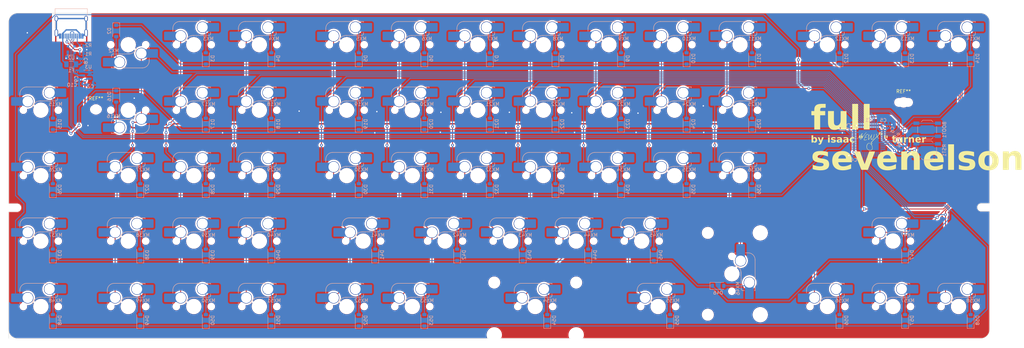
<source format=kicad_pcb>
(kicad_pcb (version 20241229) (generator "pcbnew") (generator_version "9.0")
  (layers (0 "F.Cu" signal) (2 "B.Cu" signal) (13 "F.Paste" user) (15 "B.Paste" user) (5 "F.SilkS" user "F.Silkscreen") (7 "B.SilkS" user "B.Silkscreen") (1 "F.Mask" user) (3 "B.Mask" user) (25 "Edge.Cuts" user))
  (net 0 "")
  (net 1 "+5V")
  (net 2 "GND")
  (net 3 "+3V3")
  (net 4 "NRST")
  (net 5 "VBUS")
  (net 6 "Net-(J1-CC1)")
  (net 8 "Net-(J1-CC2)")
  (net 10 "BOOT0")
  (net 11 "/B12")
  (net 12 "/B13")
  (net 13 "/B14")
  (net 14 "/B15")
  (net 15 "/A8")
  (net 16 "/A2")
  (net 17 "/A3")
  (net 18 "/A4")
  (net 19 "/A5")
  (net 20 "/A6")
  (net 21 "/A7")
  (net 22 "/A1")
  (net 23 "/A9")
  (net 24 "Net-(R3-Pad2)")
  (net 25 "/A0")
  (net 26 "D+")
  (net 27 "D-")
  (net 28 "Net-(D19-A)")
  (net 29 "Net-(D20-A)")
  (net 30 "Net-(D21-A)")
  (net 31 "Net-(D22-A)")
  (net 32 "Net-(D23-A)")
  (net 33 "Net-(D24-A)")
  (net 34 "Net-(D2-A)")
  (net 35 "Net-(D3-A)")
  (net 36 "Net-(D4-A)")
  (net 37 "Net-(D5-A)")
  (net 38 "Net-(D6-A)")
  (net 39 "Net-(D7-A)")
  (net 40 "Net-(D8-A)")
  (net 41 "Net-(D9-A)")
  (net 42 "ROW0")
  (net 43 "Net-(D10-A)")
  (net 44 "Net-(D11-A)")
  (net 45 "ROW1")
  (net 46 "Net-(D12-A)")
  (net 47 "ROW2")
  (net 48 "ROW3")
  (net 49 "Net-(D13-A)")
  (net 50 "Net-(D14-A)")
  (net 51 "ROW4")
  (net 52 "COL0")
  (net 53 "Net-(D15-A)")
  (net 54 "Net-(D16-A)")
  (net 55 "COL1")
  (net 56 "COL2")
  (net 57 "Net-(D17-A)")
  (net 58 "Net-(D18-A)")
  (net 59 "COL3")
  (net 60 "COL4")
  (net 61 "COL5")
  (net 62 "COL6")
  (net 63 "COL7")
  (net 64 "COL8")
  (net 65 "COL9")
  (net 66 "COL10")
  (net 67 "COL11")
  (net 68 "COL12")
  (net 69 "COL13")
  (net 70 "Net-(D25-A)")
  (net 71 "Net-(D26-A)")
  (net 72 "Net-(D27-A)")
  (net 73 "/F0")
  (net 74 "/F1")
  (net 75 "Net-(D28-A)")
  (net 76 "Net-(D29-A)")
  (net 77 "Net-(D30-A)")
  (net 78 "Net-(D31-A)")
  (net 79 "Net-(D32-A)")
  (net 80 "Net-(D33-A)")
  (net 81 "Net-(D34-A)")
  (net 82 "Net-(D35-A)")
  (net 83 "Net-(D36-A)")
  (net 84 "Net-(D37-A)")
  (net 85 "Net-(D38-A)")
  (net 86 "Net-(D39-A)")
  (net 87 "Net-(D40-A)")
  (net 88 "Net-(D41-A)")
  (net 89 "Net-(D42-A)")
  (net 90 "Net-(D43-A)")
  (net 91 "Net-(D44-A)")
  (net 92 "Net-(D45-A)")
  (net 93 "Net-(D46-A)")
  (net 94 "Net-(D47-A)")
  (net 95 "Net-(D48-A)")
  (net 96 "Net-(D49-A)")
  (net 97 "Net-(D50-A)")
  (net 98 "Net-(D51-A)")
  (net 99 "Net-(D52-A)")
  (net 100 "Net-(D53-A)")
  (net 101 "Net-(D54-A)")
  (net 102 "Net-(D55-A)")
  (net 103 "Net-(D56-A)")
  (net 104 "Net-(D57-A)")
  (net 105 "Net-(D58-A)")
  (footprint "MountingHole:MountingHole_2.1mm" (layer "F.Cu") (at 227.68375 172.57125)
    (property "Reference" "REF**")
    (property "Value" "MountingHole_2.1mm")
  )
  (footprint "MountingHole:MountingHole_2.1mm" (layer "F.Cu") (at 462.38875 170.52125)
    (property "Reference" "REF**")
    (property "Value" "MountingHole_2.1mm")
  )
  (footprint "marbastlib-mx:STAB_MX_ISO" (layer "F.Cu") (at 412.4875 220.41125)
    (property "Reference" "REF**" (hide yes))
    (property "Value" "STAB_MX_ISO")
  )
  (footprint "marbastlib-mx:STAB_MX_2.75u" (layer "F.Cu") (at 355.3375 229.93625)
    (property "Reference" "REF**" (hide yes))
    (property "Value" "STAB_MX_2.75u")
  )
  (footprint "Capacitor_SMD:C_0402_1005Metric" (layer "B.Cu") (at 221.99875 161.67625 90)
    (property "Reference" "C9")
    (property "Value" "1uF")
  )
  (footprint "Diode_SMD:D_SOD-123" (layer "B.Cu") (at 233.568751 149.73625 -90)
    (property "Reference" "D2")
    (property "Value" "D_Small")
  )
  (footprint "Diode_SMD:D_SOD-123" (layer "B.Cu") (at 259.618749 233.93625 90)
    (property "Reference" "D50")
    (property "Value" "D_Small")
  )
  (footprint "Diode_SMD:D_SOD-123" (layer "B.Cu") (at 259.618749 157.73625 90)
    (property "Reference" "D3")
    (property "Value" "D_Small")
  )
  (footprint "marbastlib-mx:SW_MX_HS_CPG151101S11_1u" (layer "B.Cu") (at 376.76875 191.83625 180)
    (property "Reference" "MX34")
    (property "Value" "MX_SW_HS")
  )
  (footprint "Diode_SMD:D_SOD-123" (layer "B.Cu") (at 351.693749 214.88625 90)
    (property "Reference" "D43")
    (property "Value" "D_Small")
  )
  (footprint "marbastlib-mx:SW_MX_HS_CPG151101S11_1u" (layer "B.Cu") (at 391.05625 229.93625 180)
    (property "Reference" "MX55")
    (property "Value" "MX_SW_HS")
  )
  (footprint "Diode_SMD:D_SOD-123" (layer "B.Cu") (at 462.818749 214.88625 90)
    (property "Reference" "D47")
    (property "Value" "D_Small")
  )
  (footprint "marbastlib-mx:SW_MX_HS_CPG151101S11_1u" (layer "B.Cu") (at 338.66875 172.78625 180)
    (property "Reference" "MX21")
    (property "Value" "MX_SW_HS")
  )
  (footprint "marbastlib-mx:SW_MX_HS_CPG151101S11_1u" (layer "B.Cu") (at 256.11875 191.83625 180)
    (property "Reference" "MX28")
    (property "Value" "MX_SW_HS")
  )
  (footprint "marbastlib-mx:SW_MX_HS_CPG151101S11_1u" (layer "B.Cu") (at 459.31875 229.93625 180)
    (property "Reference" "MX57")
    (property "Value" "MX_SW_HS")
  )
  (footprint "marbastlib-mx:SW_MX_HS_CPG151101S11_1u" (layer "B.Cu") (at 319.61875 153.73625 180)
    (property "Reference" "MX6")
    (property "Value" "MX_SW_HS")
  )
  (footprint "Diode_SMD:D_SOD-123" (layer "B.Cu") (at 481.868749 233.93625 90)
    (property "Reference" "D58")
    (property "Value" "D_Small")
  )
  (footprint "Package_TO_SOT_SMD:SOT-143" (layer "B.Cu") (at 220.49875 155.17625)
    (property "Reference" "U2")
    (property "Value" "PRTR5V0U2X")
  )
  (footprint "Package_TO_SOT_SMD:SOT-23" (layer "B.Cu") (at 224.74875 162.67625 180)
    (property "Reference" "U3")
    (property "Value" "XC6206PxxxMR-Regulator_Linear")
  )
  (footprint "marbastlib-mx:SW_MX_HS_CPG151101S11_1u" (layer "B.Cu") (at 357.71875 153.73625 180)
    (property "Reference" "MX8")
    (property "Value" "MX_SW_HS")
  )
  (footprint "marbastlib-mx:SW_MX_HS_CPG151101S11_1u" (layer "B.Cu") (at 440.26875 229.93625 180)
    (property "Reference" "MX56")
    (property "Value" "MX_SW_HS")
  )
  (footprint "marbastlib-mx:SW_MX_HS_CPG151101S11_1u" (layer "B.Cu") (at 237.06875 172.78625)
    (property "Reference" "MX16")
    (property "Value" "MX_SW_HS")
  )
  (footprint "marbastlib-mx:SW_MX_HS_CPG151101S11_1u" (layer "B.Cu") (at 256.11875 229.93625 180)
    (property "Reference" "MX50")
    (property "Value" "MX_SW_HS")
  )
  (footprint "Resistor_SMD:R_0402_1005Metric" (layer "B.Cu") (at 462.23125 180.23625 -90)
    (property "Reference" "R3")
    (property "Value" "5.1k")
  )
  (footprint "marbastlib-mx:SW_MX_HS_CPG151101S11_1u" (layer "B.Cu") (at 412.4875 220.41125 90)
    (property "Reference" "MX46")
    (property "Value" "MX_SW_HS")
  )
  (footprint "Diode_SMD:D_SOD-123" (layer "B.Cu") (at 304.068749 176.78625 90)
    (property "Reference" "D19")
    (property "Value" "D_Small")
  )
  (footprint "Diode_SMD:D_SOD-123" (layer "B.Cu") (at 418.368749 157.73625 90)
    (property "Reference" "D11")
    (property "Value" "D_Small")
  )
  (footprint "Diode_SMD:D_SOD-123" (layer "B.Cu") (at 462.818749 157.73625 90)
    (property "Reference" "D13")
    (property "Value" "D_Small")
  )
  (footprint "Diode_SMD:D_SOD-123" (layer "B.Cu") (at 481.868749 157.73625 90)
    (property "Reference" "D14")
    (property "Value" "D_Small")
  )
  (footprint "marbastlib-mx:SW_MX_HS_CPG151101S11_1u" (layer "B.Cu") (at 256.11875 172.78625 180)
    (property "Reference" "MX17")
    (property "Value" "MX_SW_HS")
  )
  (footprint "marbastlib-mx:SW_MX_HS_CPG151101S11_1u" (layer "B.Cu") (at 300.56875 153.73625 180)
    (property "Reference" "MX5")
    (property "Value" "MX_SW_HS")
  )
  (footprint "Diode_SMD:D_SOD-123" (layer "B.Cu") (at 304.068749 157.73625 90)
    (property "Reference" "D5")
    (property "Value" "D_Small")
  )
  (footprint "Diode_SMD:D_SOD-123" (layer "B.Cu") (at 399.318749 157.73625 90)
    (property "Reference" "D10")
    (property "Value" "D_Small")
  )
  (footprint "marbastlib-mx:SW_MX_HS_CPG151101S11_1u" (layer "B.Cu") (at 237.06875 153.73625)
    (property "Reference" "MX2")
    (property "Value" "MX_SW_HS")
  )
  (footprint "Diode_SMD:D_SOD-123" (layer "B.Cu") (at 370.743749 214.88625 90)
    (property "Reference" "D44")
    (property "Value" "D_Small")
  )
  (footprint "Diode_SMD:D_SOD-123" (layer "B.Cu") (at 304.068749 195.83625 90)
    (property "Reference" "D30")
    (property "Value" "D_Small")
  )
  (footprint "marbastlib-mx:SW_MX_HS_CPG151101S11_1u" (layer "B.Cu") (at 338.66875 191.83625 180)
    (property "Reference" "MX32")
    (property "Value" "MX_SW_HS")
  )
  (footprint "marbastlib-mx:SW_MX_HS_CPG151101S11_1u" (layer "B.Cu") (at 395.81875 172.78625 180)
    (property "Reference" "MX24")
    (property "Value" "MX_SW_HS")
  )
  (footprint "Diode_SMD:D_SOD-123" (layer "B.Cu") (at 215.168749 195.83625 90)
    (property "Reference" "D26")
    (property "Value" "D_Small")
  )
  (footprint "Diode_SMD:D_SOD-123" (layer "B.Cu") (at 380.268749 176.78625 90)
    (property "Reference" "D23")
    (property "Value" "D_Small")
  )
  (footprint "marbastlib-mx:SW_MX_HS_CPG151101S11_1u" (layer "B.Cu") (at 319.61875 229.93625 180)
    (property "Reference" "MX53")
    (property "Value" "MX_SW_HS")
  )
  (footprint "marbastlib-mx:SW_MX_HS_CPG151101S11_1u" (layer "B.Cu") (at 211.66875 172.78625 180)
    (property "Reference" "MX15")
    (property "Value" "MX_SW_HS")
  )
  (footprint "Diode_SMD:D_SOD-123" (layer "B.Cu") (at 342.168749 157.73625 90)
    (property "Reference" "D7")
    (property "Value" "D_Small")
  )
  (footprint "Package_QFP:LQFP-48_7x7mm_P0.5mm" (layer "B.Cu") (at 452.23125 181.48625 180)
    (property "Reference" "U1")
    (property "Value" "STM32F072CBT6")
  )
  (footprint "marbastlib-mx:SW_MX_HS_CPG151101S11_1u" (layer "B.Cu") (at 376.76875 153.73625 180)
    (property "Reference" "MX9")
    (property "Value" "MX_SW_HS")
  )
  (footprint "marbastlib-mx:SW_MX_HS_CPG151101S11_1u" (layer "B.Cu") (at 338.66875 153.73625 180)
    (property "Reference" "MX7")
    (property "Value" "MX_SW_HS")
  )
  (footprint "marbastlib-mx:SW_MX_HS_CPG151101S11_1u" (layer "B.Cu") (at 237.06875 191.83625 180)
    (property "Reference" "MX27")
    (property "Value" "MX_SW_HS")
  )
  (footprint "Diode_SMD:D_SOD-123" (layer "B.Cu") (at 399.318749 176.78625 90)
    (property "Reference" "D24")
    (property "Value" "D_Small")
  )
  (footprint "Diode_SMD:D_SOD-123" (layer "B.Cu") (at 323.118749 157.73625 90)
    (property "Reference" "D6")
    (property "Value" "D_Small")
  )
  (footprint "Diode_SMD:D_SOD-123" (layer "B.Cu") (at 342.168749 176.78625 90)
    (property "Reference" "D21")
    (property "Value" "D_Small")
  )
  (footprint "Diode_SMD:D_SOD-123" (layer "B.Cu") (at 418.368749 195.83625 90)
    (property "Reference" "D36")
    (property "Value" "D_Small")
  )
  (footprint "Diode_SMD:D_SOD-123" (layer "B.Cu") (at 323.118749 176.78625 90)
    (property "Reference" "D20")
    (property "Value" "D_Small")
  )
  (footprint "Diode_SMD:D_SOD-123" (layer "B.Cu") (at 358.837499 233.93625 90)
    (property "Reference" "D54")
    (property "Value" "D_Small")
  )
  (footprint "Diode_SMD:D_SOD-123" (layer "B.Cu") (at 380.268749 195.83625 90)
    (property "Reference" "D34")
    (property "Value" "D_Small")
  )
  (footprint "Diode_SMD:D_SOD-123" (layer "B.Cu") (at 259.618749 214.88625 90)
    (property "Reference" "D39")
    (property "Value" "D_Small")
  )
  (footprint "marbastlib-mx:SW_MX_HS_CPG151101S11_1u" (layer "B.Cu") (at 211.66875 229.93625 180)
    (property "Reference" "MX48")
    (property "Value" "MX_SW_HS")
  )
  (footprint "marbastlib-mx:SW_MX_HS_CPG151101S11_1u" (layer "B.Cu") (at 275.16875 153.73625 180)
    (property "Reference" "MX4")
    (property "Value" "MX_SW_HS")
  )
  (footprint "marbastlib-mx:SW_MX_HS_CPG151101S11_1u" (layer "B.Cu") (at 275.16875 172.78625 180)
    (property "Reference" "MX18")
    (property "Value" "MX_SW_HS")
  )
  (footprint "marbastlib-mx:SW_MX_HS_CPG151101S11_1u" (layer "B.Cu") (at 414.86875 191.83625 180)
    (property "Reference" "MX36")
    (property "Value" "MX_SW_HS")
  )
  (footprint "marbastlib-mx:SW_MX_HS_CPG151101S11_1u" (layer "B.Cu") (at 348.19375 210.88625 180)
    (property "Reference" "MX43")
    (property "Value" "MX_SW_HS")
  )
  (footprint "Diode_SMD:D_SOD-123" (layer "B.Cu") (at 308.831249 214.88625 90)
    (property "Reference" "D41")
    (property "Value" "D_Small")
  )
  (footprint "marbastlib-mx:SW_MX_HS_CPG151101S11_1u" (layer "B.Cu") (at 275.16875 210.88625 180)
    (property "Reference" "MX40")
    (property "Value" "MX_SW_HS")
  )
  (footprint "Capacitor_SMD:C_0402_1005Metric" (layer "B.Cu") (at 447.73125 177.23625 90)
    (property "Reference" "C3")
    (property "Value" "100nF")
  )
  (footprint "Capacitor_SMD:C_0603_1608Metric" (layer "B.Cu") (at 225.99875 165.42625)
    (property "Reference" "C2")
    (property "Value" "10uF")
  )
  (footprint "Diode_SMD:D_SOD-123" (layer "B.Cu") (at 240.568749 233.93625 90)
    (property "Reference" "D49")
    (property "Value" "D_Small")
  )
  (footprint "marbastlib-mx:SW_MX_HS_CPG151101S11_1u" (layer "B.Cu") (at 414.86875 153.73625 180)
    (property "Reference" "MX11")
    (property "Value" "MX_SW_HS")
  )
  (footprint "Diode_SMD:D_SOD-123" (layer "B.Cu") (at 342.168749 195.83625 90)
    (property "Reference" "D32")
    (property "Value" "D_Small")
  )
  (footprint "marbastlib-mx:SW_MX_HS_CPG151101S11_1u" (layer "B.Cu") (at 211.66875 191.83625 180)
    (property "Reference" "MX26")
    (property "Value" "MX_SW_HS")
  )
  (footprint "Diode_SMD:D_SOD-123" (layer "B.Cu") (at 418.368749 176.78625 90)
    (property "Reference" "D25")
    (property "Value" "D_Small")
  )
  (footprint "Diode_SMD:D_SOD-123" (layer "B.Cu") (at 215.168749 233.93625 90)
    (property "Reference" "D48")
    (property "Value" "D_Small")
  )
  (footprint "marbastlib-mx:SW_MX_HS_CPG151101S11_1u" (layer "B.Cu") (at 478.36875 229.93625 180)
    (property "Reference" "MX58")
    (property "Value" "MX_SW_HS")
  )
  (footprint "marbastlib-mx:SW_MX_HS_CPG151101S11_1u" (layer "B.Cu") (at 319.61875 172.78625 180)
    (property "Reference" "MX20")
    (property "Value" "MX_SW_HS")
  )
  (footprint "Diode_SMD:D_SOD-123" (layer "B.Cu") (at 323.118749 233.93625 90)
    (property "Reference" "D53")
    (property "Value" "D_Small")
  )
  (footprint "Capacitor_SMD:C_0402_1005Metric" (layer "B.Cu") (at 458.717827 182.999673 90)
    (property "Reference" "C7" (hide yes))
    (property "Value" "100nF")
  )
  (footprint "Diode_SMD:D_SOD-123" (layer "B.Cu") (at 380.268749 157.73625 90)
    (property "Reference" "D9")
    (property "Value" "D_Small")
  )
  (footprint "marbastlib-mx:SW_MX_HS_CPG151101S11_1u" (layer "B.Cu") (at 386.29375 210.88625 180)
    (property "Reference" "MX45")
    (property "Value" "MX_SW_HS")
  )
  (footprint "marbastlib-mx:SW_MX_HS_CPG151101S11_1u" (layer "B.Cu") (at 329.14375 210.88625 180)
    (property "Reference" "MX42")
    (property "Value" "MX_SW_HS")
  )
  (footprint "marbastlib-mx:SW_MX_HS_CPG151101S11_1u" (layer "B.Cu") (at 395.81875 153.73625 180)
    (property "Reference" "MX10")
    (property "Value" "MX_SW_HS")
  )
  (footprint "marbastlib-mx:SW_MX_HS_CPG151101S11_1u" (layer "B.Cu") (at 376.76875 172.78625 180)
    (property "Reference" "MX23")
    (property "Value" "MX_SW_HS")
  )
  (footprint "Diode_SMD:D_SOD-123" (layer "B.Cu") (at 215.168749 176.78625 90)
    (property "Reference" "D15")
    (property "Value" "D_Small")
  )
  (footprint "marbastlib-mx:SW_MX_HS_CPG151101S11_1u" (layer "B.Cu") (at 300.56875 172.78625 180)
    (property "Reference" "MX19")
    (property "Value" "MX_SW_HS")
  )
  (footprint "marbastlib-mx:SW_MX_HS_CPG151101S11_1u" (layer "B.Cu") (at 459.31875 210.88625 180)
    (property "Reference" "MX47")
    (property "Value" "MX_SW_HS")
  )
  (footprint "marbastlib-mx:SW_MX_HS_CPG151101S11_1u" (layer "B.Cu") (at 319.61875 191.83625 180)
    (property "Reference" "MX31")
    (property "Value" "MX_SW_HS")
  )
  (footprint "Capacitor_SMD:C_0402_1005Metric" (layer "B.Cu") (at 223.49875 158.42625 90)
    (property "Reference" "C8")
    (property "Value" "100nF")
  )
  (footprint "Diode_SMD:D_SOD-123" (layer "B.Cu") (at 389.793749 214.88625 90)
    (property "Reference" "D45")
    (property "Value" "D_Small")
  )
  (footprint "Diode_SMD:D_SOD-123" (layer "B.Cu") (at 394.556249 233.93625 90)
    (property "Reference" "D55")
    (property "Value" "D_Small")
  )
  (footprint "marbastlib-mx:SW_MX_HS_CPG151101S11_1u" (layer "B.Cu") (at 355.3375 229.93625 180)
    (property "Reference" "MX54")
    (property "Value" "MX_SW_HS")
  )
  (footprint "Diode_SMD:D_SOD-123" (layer "B.Cu") (at 399.318749 195.83625 90)
    (property "Reference" "D35")
    (property "Value" "D_Small")
  )
  (footprint "marbastlib-mx:SW_MX_HS_CPG151101S11_1u" (layer "B.Cu") (at 237.06875 229.93625 180)
    (property "Reference" "MX49")
    (property "Value" "MX_SW_HS")
  )
  (footprint "Capacitor_SMD:C_0402_1005Metric" (layer "B.Cu") (at 223.24875 165.17625 180)
    (property "Reference" "C10")
    (property "Value" "1uF")
  )
  (footprint "Resistor_SMD:R_0402_1005Metric" (layer "B.Cu") (at 462.23125 182.73625 -90)
    (property "Reference" "R4")
    (property "Value" "5.1k")
  )
  (footprint "marbastlib-mx:SW_MX_HS_CPG151101S11_1u" (layer "B.Cu") (at 357.71875 172.78625 180)
    (property "Reference" "MX22")
    (property "Value" "MX_SW_HS")
  )
  (footprint "Diode_SMD:D_SOD-123" (layer "B.Cu") (at 278.668749 157.73625 90)
    (property "Reference" "D4")
    (property "Value" "D_Small")
  )
  (footprint "Diode_SMD:D_SOD-123" (layer "B.Cu") (at 408.4875 223.911249)
    (property "Reference" "D46")
    (property "Value" "D_Small")
  )
  (footprint "marbastlib-mx:SW_MX_HS_CPG151101S11_1u" (layer "B.Cu") (at 275.16875 191.83625 180)
    (property "Reference" "MX29")
    (property "Value" "MX_SW_HS")
  )
  (footprint "Diode_SMD:D_SOD-123" (layer "B.Cu") (at 278.668749 214.88625 90)
    (property "Reference" "D40")
    (property "Value" "D_Small")
  )
  (footprint "Button_Switch_SMD:SW_SPST_TL3342" (layer "B.Cu") (at 469.23125 184.48625 180)
    (property "Reference" "RST1")
    (property "Value" "SW_SPST")
  )
  (footprint "Diode_SMD:D_SOD-123" (layer "B.Cu") (at 361.218749 157.73625 90)
    (property "Reference" "D8")
    (property "Value" "D_Small")
  )
  (footprint "marbastlib-mx:SW_MX_HS_CPG151101S11_1u" (layer "B.Cu") (at 367.24375 210.88625 180)
    (property "Reference" "MX44")
    (property "Value" "MX_SW_HS")
  )
  (footprint "Connector_USB:USB_C_Receptacle_HRO_TYPE-C-31-M-12" (layer "B.Cu") (at 220.49875 147.17625)
    (property "Reference" "J1")
    (property "Value" "USB_C_Receptacle_USB2.0")
  )
  (footprint "marbastlib-mx:SW_MX_HS_CPG151101S11_1u" (layer "B.Cu") (at 300.56875 229.93625 180)
    (property "Reference" "MX52")
    (property "Value" "MX_SW_HS")
  )
  (footprint "marbastlib-mx:SW_MX_HS_CPG151101S11_1u" (layer "B.Cu") (at 440.26875 153.73625 180)
    (property "Reference" "MX12")
    (property "Value" "MX_SW_HS")
  )
  (footprint "Button_Switch_SMD:SW_SPST_TL3342" (layer "B.Cu") (at 469.23125 178.48625)
    (property "Reference" "BOOT1")
    (property "Value" "SW_SPST")
  )
  (footprint "marbastlib-mx:SW_MX_HS_CPG151101S11_1u" (layer "B.Cu") (at 459.31875 153.73625 180)
    (property "Reference" "MX13")
    (property "Value" "MX_SW_HS")
  )
  (footprint "Diode_SMD:D_SOD-123" (layer "B.Cu") (at 462.818749 233.93625 90)
    (property "Reference" "D57")
    (property "Value" "D_Small")
  )
  (footprint "Diode_SMD:D_SOD-123" (layer "B.Cu") (at 278.668749 176.78625 90)
    (property "Reference" "D18")
    (property "Value" "D_Small")
  )
  (footprint "Diode_SMD:D_SOD-123" (layer "B.Cu") (at 240.568749 195.83625 90)
    (property "Reference" "D27")
    (property "Value" "D_Small")
  )
  (footprint "marbastlib-mx:SW_MX_HS_CPG151101S11_1u" (layer "B.Cu") (at 275.16875 229.93625 180)
    (property "Reference" "MX51")
    (property "Value" "MX_SW_HS")
  )
  (footprint "Resistor_SMD:R_0402_1005Metric" (layer "B.Cu") (at 223.49875 153.92625)
    (property "Reference" "R2")
    (property "Value" "5.1k")
  )
  (footprint "marbastlib-mx:SW_MX_HS_CPG151101S11_1u" (layer "B.Cu") (at 305.33125 210.88625 180)
    (property "Reference" "MX41")
    (property "Value" "MX_SW_HS")
  )
  (footprint "Diode_SMD:D_SOD-123" (layer "B.Cu") (at 332.643749 214.88625 90)
    (property "Reference" "D42")
    (property "Value" "D_Small")
  )
  (footprint "Diode_SMD:D_SOD-123" (layer "B.Cu") (at 278.668749 195.83625 90)
    (property "Reference" "D29")
    (property "Value" "D_Small")
  )
  (footprint "marbastlib-mx:SW_MX_HS_CPG151101S11_1u" (layer "B.Cu") (at 300.56875 191.83625 180)
    (property "Reference" "MX30")
    (property "Value" "MX_SW_HS")
  )
  (footprint "Diode_SMD:D_SOD-123" (layer "B.Cu") (at 259.618749 195.83625 90)
    (property "Reference" "D28")
    (property "Value" "D_Small")
  )
  (footprint "Capacitor_SMD:C_0402_1005Metric" (layer "B.Cu") (at 456.48125 176.98625)
    (property "Reference" "C5")
    (property "Value" "100nF")
  )
  (footprint "Capacitor_SMD:C_0402_1005Metric" (layer "B.Cu") (at 447.98125 185.98625 180)
    (property "Reference" "C4")
    (property "Value" "100nF")
  )
  (footprint "Diode_SMD:D_SOD-123" (layer "B.Cu") (at 361.218749 195.83625 90)
    (property "Reference" "D33")
    (property "Value" "D_Small")
  )
  (footprint "marbastlib-mx:SW_MX_HS_CPG151101S11_1u" (layer "B.Cu") (at 414.86875 172.78625 180)
    (property "Reference" "MX25")
    (property "Value" "MX_SW_HS")
  )
  (footprint "marbastlib-mx:SW_MX_HS_CPG151101S11_1u" (layer "B.Cu") (at 211.66875 210.88625 180)
    (property "Reference" "MX37")
    (property "Value" "MX_SW_HS")
  )
  (footprint "Diode_SMD:D_SOD-123" (layer "B.Cu") (at 443.768749 157.73625 90)
    (property "Reference" "D12")
    (property "Value" "D_Small")
  )
  (footprint "Capacitor_SMD:C_0402_1005Metric" (layer "B.Cu") (at 459.967827 182.999673 -90)
    (property "Reference" "C1")
    (property "Value" "100nF")
  )
  (footprint "Diode_SMD:D_SOD-123" (layer "B.Cu") (at 259.618749 176.78625 90)
    (property "Reference" "D17")
    (property "Value" "D_Small")
  )
  (footprint "Diode_SMD:D_SOD-123" (layer "B.Cu") (at 233.568751 168.78625 -90)
    (property "Reference" "D16")
    (property "Value" "D_Small")
  )
  (footprint "Diode_SMD:D_SOD-123" (layer "B.Cu") (at 278.668749 233.93625 90)
    (property "Reference" "D51")
    (property "Value" "D_Small")
  )
  (footprint "marbastlib-mx:SW_MX_HS_CPG151101S11_1u" (layer "B.Cu") (at 256.11875 153.73625 180)
    (property "Reference" "MX3")
    (property "Value" "MX_SW_HS")
  )
  (footprint "Diode_SMD:D_SOD-123" (layer "B.Cu") (at 361.218749 176.78625 90)
    (property "Reference" "D22")
    (property "Value" "D_Small")
  )
  (footprint "Diode_SMD:D_SOD-123" (layer "B.Cu") (at 443.768749 233.93625 90)
    (property "Reference" "D56")
    (property "Value" "D_Small")
  )
  (footprint "marbastlib-mx:SW_MX_HS_CPG151101S11_1u" (layer "B.Cu") (at 357.71875 191.83625 180)
    (property "Reference" "MX33")
    (property "Value" "MX_SW_HS")
  )
  (footprint "Diode_SMD:D_SOD-123" (layer "B.Cu") (at 215.168749 214.88625 90)
    (property "Reference" "D37")
    (property "Value" "D_Small")
  )
  (footprint "marbastlib-mx:SW_MX_HS_CPG151101S11_1u" (layer "B.Cu") (at 478.36875 153.73625 180)
    (property "Reference" "MX14")
    (property "Value" "MX_SW_HS")
  )
  (footprint "marbastlib-mx:SW_MX_HS_CPG151101S11_1u" (layer "B.Cu") (at 256.11875 210.88625 180)
    (property "Reference" "MX39")
    (property "Value" "MX_SW_HS")
  )
  (footprint "Diode_SMD:D_SOD-123" (layer "B.Cu") (at 304.068749 233.93625 90)
    (property "Reference" "D52")
    (property "Value" "D_Small")
  )
  (footprint "Capacitor_SMD:C_0402_1005Metric" (layer "B.Cu") (at 457.98125 177.48625 90)
    (property "Reference" "C6")
    (property "Value" "100nF")
  )
  (footprint "marbastlib-mx:SW_MX_HS_CPG151101S11_1u" (layer "B.Cu") (at 395.81875 191.83625 180)
    (property "Reference" "MX35")
    (property "Value" "MX_SW_HS")
  )
  (footprint "Diode_SMD:D_SOD-123" (layer "B.Cu") (at 240.568749 214.88625 90)
    (property "Reference" "D38")
    (property "Value" "D_Small")
  )
  (footprint "Diode_SMD:D_SOD-123" (layer "B.Cu") (at 323.118749 195.83625 90)
    (property "Reference" "D31")
    (property "Value" "D_Small")
  )
  (footprint "marbastlib-mx:SW_MX_HS_CPG151101S11_1u" (layer "B.Cu") (at 237.06875 210.88625 180)
    (property "Reference" "MX38")
    (property "Value" "MX_SW_HS")
  )
  (footprint "Fuse:Fuse_1206_3216Metric" (layer "B.Cu") (at 220.49875 159.42625)
    (property "Reference" "F1")
    (property "Value" "500mA")
  )
  (footprint "Resistor_SMD:R_0402_1005Metric" (layer "B.Cu") (at 223.49875 156.42625 180)
    (property "Reference" "R1")
    (property "Value" "5.1k")
  )
  (gr_poly (pts (xy 453.846013 179.77158) (xy 453.847525 179.771673) (xy 453.849006 179.771828) (xy 453.850454 179.772045) (xy 453.851865 179.772324) (xy 453.853236 179.772665) (xy 453.854563 179.773068) (xy 453.855844 179.773533) (xy 453.857074 179.77406) (xy 453.85825 179.774649) (xy 453.859369 179.775301) (xy 453.860427 179.776014) (xy 453.861422 179.776789) (xy 453.862349 179.777626) (xy 453.863205 179.778525) (xy 453.863988 179.779486) (xy 453.866684 179.782895) (xy 453.869313 179.787129) (xy 453.874344 179.797842) (xy 453.879033 179.811159) (xy 453.883335 179.826615) (xy 453.887203 179.843746) (xy 453.890591 179.862086) (xy 453.893451 179.88117) (xy 453.895738 179.900533) (xy 453.897404 179.91971) (xy 453.898404 179.938236) (xy 453.898691 179.955646) (xy 453.898218 179.971475) (xy 453.896939 179.985257) (xy 453.894808 179.996527) (xy 453.893408 180.001075) (xy 453.891777 180.004821) (xy 453.88991 180.007707) (xy 453.887801 180.009674) (xy 453.885727 180.012198) (xy 453.883491 180.016723) (xy 453.881115 180.023138) (xy 453.878623 180.031337) (xy 453.873383 180.052648) (xy 453.867957 180.079788) (xy 453.862531 180.11189) (xy 453.857291 180.148084) (xy 453.852423 180.187503) (xy 453.848113 180.229278) (xy 453.843555 180.271136) (xy 453.837943 180.312622) (xy 453.831463 180.352619) (xy 453.8243 180.390012) (xy 453.820522 180.407383) (xy 453.816642 180.423685) (xy 453.812685 180.438777) (xy 453.808674 180.45252) (xy 453.804631 180.464775) (xy 453.800581 180.475402) (xy 453.796547 180.484262) (xy 453.792551 180.491215) (xy 453.788647 180.497314) (xy 453.784882 180.503669) (xy 453.781272 180.510226) (xy 453.777833 180.51693) (xy 453.77458 180.523726) (xy 453.771529 180.530562) (xy 453.768694 180.537382) (xy 453.766092 180.544132) (xy 453.763738 180.550758) (xy 453.761648 180.557206) (xy 453.759837 180.563421) (xy 453.75832 180.56935) (xy 453.757113 180.574938) (xy 453.756232 180.58013) (xy 453.755692 180.584872) (xy 453.755509 180.589111) (xy 453.755325 180.593412) (xy 453.754785 180.598341) (xy 453.753904 180.603843) (xy 453.752697 180.609864) (xy 453.751181 180.616351) (xy 453.74937 180.623249) (xy 453.744925 180.638059) (xy 453.739489 180.653862) (xy 453.733185 180.670222) (xy 453.726136 180.686707) (xy 453.718467 180.702882) (xy 453.699119 180.740503) (xy 453.674811 180.789533) (xy 453.623217 180.896028) (xy 453.608686 180.922657) (xy 453.591302 180.952293) (xy 453.571685 180.983976) (xy 453.550456 181.016744) (xy 453.528236 181.049636) (xy 453.505643 181.081691) (xy 453.483298 181.111948) (xy 453.461821 181.139445) (xy 453.45107 181.152362) (xy 453.440675 181.165267) (xy 453.430684 181.178088) (xy 453.421141 181.190749) (xy 453.412096 181.203178) (xy 453.403592 181.215301) (xy 453.395678 181.227043) (xy 453.388399 181.238333) (xy 453.381803 181.249095) (xy 453.375935 181.259257) (xy 453.370842 181.268744) (xy 453.366571 181.277483) (xy 453.363168 181.2854) (xy 453.36068 181.292422) (xy 453.359153 181.298476) (xy 453.358764 181.301116) (xy 453.358634 181.303486) (xy 453.357972 181.31208) (xy 453.355946 181.320018) (xy 453.352494 181.327328) (xy 453.347554 181.334037) (xy 453.341064 181.340173) (xy 453.332961 181.345763) (xy 453.323184 181.350833) (xy 453.31167 181.355411) (xy 453.298358 181.359524) (xy 453.283186 181.363198) (xy 453.266092 181.366462) (xy 453.247013 181.369343) (xy 453.225887 181.371867) (xy 453.202654 181.374061) (xy 453.177249 181.375953) (xy 453.149613 181.37757) (xy 453.129541 181.377685) (xy 453.110954 181.377001) (xy 453.093785 181.375465) (xy 453.085712 181.37436) (xy 453.077969 181.373022) (xy 453.070547 181.371443) (xy 453.063439 181.369618) (xy 453.056637 181.367538) (xy 453.050131 181.365198) (xy 453.043914 181.362591) (xy 453.037977 181.359709) (xy 453.032313 181.356546) (xy 453.026912 181.353096) (xy 453.021768 181.349351) (xy 453.016871 181.345304) (xy 453.012214 181.34095) (xy 453.007787 181.33628) (xy 453.003583 181.331289) (xy 452.999594 181.325969) (xy 452.995812 181.320315) (xy 452.992227 181.314318) (xy 452.988833 181.307972) (xy 452.98562 181.301271) (xy 452.98258 181.294207) (xy 452.979706 181.286774) (xy 452.976989 181.278965) (xy 452.97442 181.270774) (xy 452.969696 181.253216) (xy 452.967872 181.244642) (xy 452.964529 181.231263) (xy 452.954152 181.192692) (xy 452.924717 181.086528) (xy 452.918206 181.061265) (xy 452.912563 181.035978) (xy 452.907788 181.010521) (xy 452.903881 180.984746) (xy 452.900843 180.958506) (xy 452.898672 180.931654) (xy 452.89737 180.904042) (xy 452.896936 180.875523) (xy 452.89737 180.84595) (xy 452.898672 180.815175) (xy 452.900843 180.783052) (xy 452.903881 180.749432) (xy 452.912563 180.677116) (xy 452.924717 180.597049) (xy 452.928008 180.573452) (xy 452.929957 180.553258) (xy 452.930589 180.536459) (xy 452.930418 180.529331) (xy 452.929926 180.523048) (xy 452.929117 180.51761) (xy 452.927992 180.513016) (xy 452.926556 180.509265) (xy 452.92481 180.506357) (xy 452.922759 180.504289) (xy 452.920404 180.503061) (xy 452.917748 180.502672) (xy 452.914795 180.503122) (xy 452.911548 180.504408) (xy 452.908009 180.506531) (xy 452.904181 180.509489) (xy 452.900068 180.513281) (xy 452.895671 180.517907) (xy 452.890994 180.523365) (xy 452.880813 180.536773) (xy 452.869546 180.5535) (xy 452.857217 180.573536) (xy 452.84385 180.596874) (xy 452.829467 180.623507) (xy 452.815633 180.649717) (xy 452.802141 180.674439) (xy 452.78933 180.697177) (xy 452.777543 180.717434) (xy 452.767119 180.734715) (xy 452.758402 180.748523) (xy 452.75173 180.758362) (xy 452.749269 180.761638) (xy 452.747446 180.763736) (xy 452.742919 180.768987) (xy 452.73554 180.778454) (xy 452.713712 180.808054) (xy 452.684938 180.848568) (xy 452.652196 180.896028) (xy 452.625097 180.935617) (xy 452.600106 180.970649) (xy 452.575364 181.00351) (xy 452.549009 181.036588) (xy 452.519181 181.072271) (xy 452.484021 181.112945) (xy 452.390259 181.21882) (xy 452.383877 181.226284) (xy 452.377655 181.233759) (xy 452.371626 181.241196) (xy 452.365826 181.248544) (xy 452.36029 181.255752) (xy 452.355052 181.26277) (xy 452.350147 181.269548) (xy 452.34561 181.276036) (xy 452.341477 181.282182) (xy 452.337781 181.287937) (xy 452.334559 181.29325) (xy 452.331844 181.298071) (xy 452.329671 181.302349) (xy 452.328076 181.306034) (xy 452.327094 181.309076) (xy 452.326843 181.31034) (xy 452.326759 181.311424) (xy 452.326545 181.313154) (xy 452.325916 181.315346) (xy 452.324893 181.317964) (xy 452.323493 181.320974) (xy 452.321736 181.32434) (xy 452.319643 181.328027) (xy 452.317232 181.332002) (xy 452.314522 181.336228) (xy 452.308284 181.345298) (xy 452.301086 181.354956) (xy 452.297175 181.359919) (xy 452.293081 181.364924) (xy 452.288825 181.369938) (xy 452.284426 181.374924) (xy 452.278149 181.381933) (xy 452.272168 181.388086) (xy 452.266403 181.393394) (xy 452.260778 181.397868) (xy 452.257994 181.399797) (xy 452.255215 181.401521) (xy 452.252433 181.403043) (xy 452.249637 181.404364) (xy 452.246818 181.405485) (xy 452.243966 181.406408) (xy 452.241071 181.407135) (xy 452.238123 181.407666) (xy 452.235114 181.408003) (xy 452.232033 181.408148) (xy 452.228871 181.408103) (xy 452.225618 181.407868) (xy 452.222264 181.407444) (xy 452.218799 181.406835) (xy 452.2115 181.405061) (xy 452.203642 181.40256) (xy 452.195149 181.399341) (xy 452.185943 181.395417) (xy 452.175946 181.390799) (xy 452.107154 181.361695) (xy 452.12303 181.068007) (xy 452.12735 181.008006) (xy 452.13229 180.948159) (xy 452.137726 180.890111) (xy 452.143535 180.835504) (xy 452.149591 180.785983) (xy 452.155772 180.74319) (xy 452.161952 180.708768) (xy 452.165004 180.69521) (xy 452.168009 180.684361) (xy 452.173941 180.659236) (xy 452.17975 180.622763) (xy 452.18531 180.57674) (xy 452.190498 180.522965) (xy 452.19519 180.463238) (xy 452.199263 180.399355) (xy 452.202591 180.333116) (xy 452.20505 180.26632) (xy 452.205615 180.216818) (xy 452.206342 180.172305) (xy 452.207271 180.132496) (xy 452.20844 180.09711) (xy 452.209889 180.065863) (xy 452.211655 180.038473) (xy 452.212669 180.026135) (xy 452.213777 180.014656) (xy 452.214984 180.003999) (xy 452.216295 179.994129) (xy 452.217714 179.985012) (xy 452.219247 179.976611) (xy 452.220898 179.96889) (xy 452.222672 179.961816) (xy 452.224574 179.955352) (xy 452.226608 179.949464) (xy 452.228781 179.944114) (xy 452.231095 179.93927) (xy 452.233557 179.934894) (xy 452.236171 179.930952) (xy 452.238942 179.927408) (xy 452.241875 179.924227) (xy 452.244974 179.921373) (xy 452.248245 179.918812) (xy 452.251693 179.916507) (xy 452.255321 179.914424) (xy 452.26084 179.911198) (xy 452.266478 179.90846) (xy 452.272233 179.906203) (xy 452.2781 179.904419) (xy 452.284076 179.9031) (xy 452.290156 179.902238) (xy 452.296337 179.901826) (xy 452.302616 179.901856) (xy 452.308987 179.90232) (xy 452.315447 179.90321) (xy 452.321992 179.904519) (xy 452.328619 179.906238) (xy 452.335323 179.908361) (xy 452.342102 179.910879) (xy 452.348949 179.913784) (xy 452.355863 179.91707) (xy 452.376647 179.928986) (xy 452.38471 179.935336) (xy 452.391168 179.942949) (xy 452.395983 179.952578) (xy 452.399116 179.964974) (xy 452.400528 179.980889) (xy 452.400181 180.001075) (xy 452.398035 180.026284) (xy 452.394052 180.057268) (xy 452.38042 180.139568) (xy 452.329405 180.406549) (xy 452.317355 180.472294) (xy 452.306057 180.539977) (xy 452.285996 180.677747) (xy 452.26978 180.813036) (xy 452.257967 180.939023) (xy 452.253886 180.996397) (xy 452.251115 181.048887) (xy 452.249723 181.095641) (xy 452.249781 181.135807) (xy 452.251359 181.168531) (xy 452.254525 181.192961) (xy 452.256726 181.201799) (xy 452.259351 181.208244) (xy 452.262407 181.212189) (xy 452.265904 181.213528) (xy 452.267477 181.21339) (xy 452.269214 181.212978) (xy 452.273155 181.211363) (xy 452.277677 181.208732) (xy 452.28273 181.205136) (xy 452.288264 181.200625) (xy 452.294228 181.19525) (xy 452.300572 181.189061) (xy 452.307246 181.182109) (xy 452.314198 181.174443) (xy 452.321379 181.166115) (xy 452.328739 181.157174) (xy 452.336226 181.147671) (xy 452.343791 181.137657) (xy 452.351383 181.127182) (xy 452.358951 181.116295) (xy 452.366446 181.105049) (xy 452.383344 181.082471) (xy 452.401917 181.058871) (xy 452.421606 181.03496) (xy 452.441853 181.011452) (xy 452.462099 180.989061) (xy 452.472048 180.978507) (xy 452.481788 180.968499) (xy 452.491249 180.959127) (xy 452.50036 180.950479) (xy 452.509054 180.942646) (xy 452.517258 180.935716) (xy 452.524631 180.929182) (xy 452.531836 180.922512) (xy 452.538833 180.915757) (xy 452.545577 180.908968) (xy 452.552027 180.902194) (xy 452.55814 180.895485) (xy 452.563873 180.888893) (xy 452.569183 180.882468) (xy 452.574028 180.87626) (xy 452.578366 180.870319) (xy 452.582153 180.864696) (xy 452.585348 180.859441) (xy 452.587906 180.854605) (xy 452.589787 180.850237) (xy 452.590459 180.848245) (xy 452.590946 180.84639) (xy 452.591242 180.844676) (xy 452.591342 180.843111) (xy 452.591646 180.839305) (xy 452.592536 180.834864) (xy 452.593976 180.829833) (xy 452.595931 180.82426) (xy 452.598367 180.81819) (xy 452.601248 180.811671) (xy 452.608209 180.797471) (xy 452.616534 180.78203) (xy 452.625945 180.765721) (xy 452.636161 180.748916) (xy 452.646905 180.731986) (xy 452.666593 180.702617) (xy 452.690432 180.664089) (xy 452.74757 180.56534) (xy 452.812336 180.447306) (xy 452.878746 180.321551) (xy 452.940814 180.199641) (xy 452.992558 180.093141) (xy 453.027992 180.013617) (xy 453.037724 179.987584) (xy 453.041134 179.972632) (xy 453.041363 179.968829) (xy 453.042036 179.964873) (xy 453.043131 179.960783) (xy 453.044627 179.956576) (xy 453.046503 179.95227) (xy 453.048738 179.947883) (xy 453.05131 179.943434) (xy 453.054198 179.938939) (xy 453.060835 179.929886) (xy 453.068481 179.920868) (xy 453.076964 179.912028) (xy 453.086113 179.90351) (xy 453.095758 179.895457) (xy 453.105729 179.888012) (xy 453.115855 179.881319) (xy 453.125966 179.875522) (xy 453.13589 179.870763) (xy 453.14073 179.868818) (xy 453.145458 179.867186) (xy 453.150055 179.865886) (xy 453.154499 179.864935) (xy 453.158769 179.864352) (xy 453.162842 179.864153) (xy 453.1674 179.864412) (xy 453.171649 179.865174) (xy 453.17559 179.866412) (xy 453.179224 179.868101) (xy 453.182551 179.870217) (xy 453.185573 179.872734) (xy 453.188291 179.875627) (xy 453.190706 179.87887) (xy 453.192818 179.88244) (xy 453.19463 179.886309) (xy 453.19614 179.890454) (xy 453.197352 179.894849) (xy 453.198265 179.899468) (xy 453.19888 179.904287) (xy 453.199199 179.909281) (xy 453.199222 179.914424) (xy 453.198951 179.919691) (xy 453.198386 179.925056) (xy 453.197529 179.930495) (xy 453.19638 179.935983) (xy 453.19494 179.941494) (xy 453.193211 179.947003) (xy 453.191193 179.952485) (xy 453.188887 179.957915) (xy 453.186294 179.963267) (xy 453.183416 179.968516) (xy 453.180252 179.973638) (xy 453.176805 179.978606) (xy 453.173075 179.983396) (xy 453.169063 179.987983) (xy 453.164769 179.992341) (xy 453.160196 179.996445) (xy 453.158003 179.998227) (xy 453.155888 180.000096) (xy 453.153852 180.002048) (xy 453.151897 180.004077) (xy 453.148232 180.008345) (xy 453.1449 180.012857) (xy 453.141909 180.017571) (xy 453.139267 180.022443) (xy 453.136982 180.027432) (xy 453.135061 180.032494) (xy 453.133512 180.037587) (xy 453.132343 180.042669) (xy 453.131561 180.047697) (xy 453.131175 180.052627) (xy 453.131192 180.057418) (xy 453.131619 180.062027) (xy 453.13199 180.06425) (xy 453.132465 180.066411) (xy 453.133048 180.068506) (xy 453.133738 180.070528) (xy 453.135041 180.074646) (xy 453.135981 180.079039) (xy 453.136563 180.083672) (xy 453.136797 180.088511) (xy 453.13669 180.093521) (xy 453.136249 180.098666) (xy 453.135483 180.103911) (xy 453.134399 180.109223) (xy 453.133005 180.114566) (xy 453.131309 180.119905) (xy 453.129318 180.125205) (xy 453.127041 180.130431) (xy 453.124484 180.135549) (xy 453.121656 180.140524) (xy 453.118564 180.14532) (xy 453.115217 180.149903) (xy 453.11181 180.153928) (xy 453.108546 180.158042) (xy 453.105444 180.16221) (xy 453.102525 180.166398) (xy 453.099808 180.17057) (xy 453.097311 180.174692) (xy 453.095055 180.178729) (xy 453.093058 180.182645) (xy 453.091341 180.186406) (xy 453.089922 180.189978) (xy 453.08882 180.193325) (xy 453.088056 180.196412) (xy 453.087806 180.197847) (xy 453.087648 180.199204) (xy 453.087584 180.200479) (xy 453.087617 180.201667) (xy 453.087748 180.202764) (xy 453.08798 180.203766) (xy 453.088316 180.204668) (xy 453.088759 180.205465) (xy 453.089825 180.211699) (xy 453.090092 180.2221) (xy 453.088511 180.253214) (xy 453.084573 180.294437) (xy 453.078837 180.341395) (xy 453.07186 180.389718) (xy 453.064202 180.435033) (xy 453.05642 180.472969) (xy 453.052656 180.487803) (xy 453.049071 180.499153) (xy 453.042872 180.516916) (xy 453.03718 180.537326) (xy 453.032008 180.560178) (xy 453.027367 180.585267) (xy 453.019724 180.64133) (xy 453.014345 180.703874) (xy 453.011322 180.771255) (xy 453.010748 180.84183) (xy 453.012717 180.913954) (xy 453.017321 180.985986) (xy 453.018968 181.003419) (xy 453.020949 181.020031) (xy 453.023286 181.035867) (xy 453.026003 181.050975) (xy 453.029123 181.0654) (xy 453.032669 181.07919) (xy 453.036665 181.092391) (xy 453.041134 181.105049) (xy 453.046099 181.117211) (xy 453.051583 181.128923) (xy 453.057609 181.140233) (xy 453.064202 181.151186) (xy 453.071384 181.161828) (xy 453.079178 181.172207) (xy 453.087608 181.18237) (xy 453.096696 181.192361) (xy 453.103604 181.200035) (xy 453.11044 181.207182) (xy 453.117212 181.213802) (xy 453.123925 181.219895) (xy 453.130585 181.22546) (xy 453.1372 181.230499) (xy 453.143774 181.23501) (xy 453.150316 181.238994) (xy 453.15683 181.242451) (xy 453.163323 181.245381) (xy 453.169802 181.247784) (xy 453.176273 181.24966) (xy 453.182741 181.251009) (xy 453.189214 181.251831) (xy 453.195698 181.252125) (xy 453.202199 181.251893) (xy 453.208723 181.251133) (xy 453.215276 181.249846) (xy 453.221865 181.248032) (xy 453.228497 181.245691) (xy 453.235177 181.242823) (xy 453.241911 181.239428) (xy 453.248707 181.235506) (xy 453.25557 181.231056) (xy 453.262507 181.22608) (xy 453.269523 181.220576) (xy 453.276626 181.214546) (xy 453.283822 181.207988) (xy 453.291116 181.200903) (xy 453.298515 181.193291) (xy 453.313655 181.176486) (xy 453.360105 181.118643) (xy 453.405086 181.055553) (xy 453.448431 180.987672) (xy 453.489974 180.915458) (xy 453.529549 180.839369) (xy 453.566988 180.759861) (xy 453.602125 180.677391) (xy 453.634792 180.592419) (xy 453.664825 180.505399) (xy 453.692055 180.416791) (xy 453.716317 180.327051) (xy 453.737443 180.236637) (xy 453.755266 180.146005) (xy 453.769621 180.055614) (xy 453.780341 179.965921) (xy 453.787259 179.877382) (xy 453.787906 179.868987) (xy 453.78884 179.860696) (xy 453.790038 179.852552) (xy 453.791475 179.844599) (xy 453.79313 179.836878) (xy 453.794979 179.829432) (xy 453.796998 179.822303) (xy 453.799165 179.815536) (xy 453.801456 179.809171) (xy 453.803847 179.803252) (xy 453.806316 179.797822) (xy 453.808839 179.792922) (xy 453.811393 179.788596) (xy 453.813955 179.784887) (xy 453.816501 179.781836) (xy 453.817762 179.780571) (xy 453.819009 179.779486) (xy 453.820512 179.778525) (xy 453.822043 179.777626) (xy 453.823598 179.776789) (xy 453.825174 179.776014) (xy 453.826767 179.775301) (xy 453.828375 179.774649) (xy 453.829993 179.77406) (xy 453.831618 179.773533) (xy 453.833247 179.773068) (xy 453.834877 179.772665) (xy 453.836504 179.772324) (xy 453.838124 179.772045) (xy 453.839735 179.771828) (xy 453.841332 179.771673) (xy 453.842914 179.77158) (xy 453.844475 179.771549)) (stroke (width -0.000001)) (fill yes) (layer "F.SilkS"))
  (gr_poly (pts (xy 455.419452 179.074804) (xy 455.423917 179.075504) (xy 455.428668 179.076687) (xy 455.433721 179.078358) (xy 455.439093 179.080523) (xy 455.450863 179.086355) (xy 455.464113 179.094226) (xy 455.47898 179.104179) (xy 455.495599 179.116255) (xy 455.514104 179.130497) (xy 455.534634 179.146949) (xy 455.557321 179.165653) (xy 455.574871 179.17974) (xy 455.590932 179.192282) (xy 455.605691 179.203342) (xy 455.619333 179.212988) (xy 455.632046 179.221286) (xy 455.644014 179.2283) (xy 455.655424 179.234098) (xy 455.660978 179.236561) (xy 455.666462 179.238744) (xy 455.6719 179.240656) (xy 455.677314 179.242305) (xy 455.682729 179.243699) (xy 455.688166 179.244847) (xy 455.69365 179.245756) (xy 455.699204 179.246435) (xy 455.704851 179.246893) (xy 455.710614 179.247136) (xy 455.722583 179.247016) (xy 455.735295 179.246139) (xy 455.748937 179.244573) (xy 455.763696 179.242382) (xy 455.792931 179.237297) (xy 455.819228 179.232951) (xy 455.84275 179.229342) (xy 455.853521 179.227813) (xy 455.863659 179.226466) (xy 455.873185 179.225301) (xy 455.882119 179.224318) (xy 455.890482 179.223516) (xy 455.898293 179.222895) (xy 455.905573 179.222454) (xy 455.912342 179.222193) (xy 455.918622 179.222111) (xy 455.924431 179.222208) (xy 455.929791 179.222483) (xy 455.934721 179.222936) (xy 455.939243 179.223566) (xy 455.943376 179.224373) (xy 455.94714 179.225356) (xy 455.950557 179.226516) (xy 455.953647 179.22785) (xy 455.956429 179.22936) (xy 455.958924 179.231044) (xy 455.961154 179.232901) (xy 455.963136 179.234933) (xy 455.964894 179.237137) (xy 455.966445 179.239514) (xy 455.967812 179.242062) (xy 455.969014 179.244783) (xy 455.970071 179.247674) (xy 455.970715 179.249433) (xy 455.971162 179.251235) (xy 455.971414 179.253077) (xy 455.971477 179.254955) (xy 455.971353 179.256866) (xy 455.971048 179.258807) (xy 455.970564 179.260774) (xy 455.969906 179.262763) (xy 455.969077 179.264772) (xy 455.968082 179.266797) (xy 455.965606 179.270882) (xy 455.962511 179.274989) (xy 455.958826 179.279093) (xy 455.954584 179.283166) (xy 455.949814 179.28718) (xy 455.944548 179.29111) (xy 455.938817 179.294927) (xy 455.932652 179.298604) (xy 455.926084 179.302115) (xy 455.919144 179.305432) (xy 455.911863 179.308528) (xy 455.904925 179.311316) (xy 455.898495 179.314216) (xy 455.892572 179.317213) (xy 455.887151 179.320295) (xy 455.88223 179.323448) (xy 455.877807 179.326661) (xy 455.873877 179.329918) (xy 455.870439 179.333209) (xy 455.867489 179.336518) (xy 455.865025 179.339834) (xy 455.863043 179.343143) (xy 455.86154 179.346433) (xy 455.860515 179.349689) (xy 455.859963 179.352899) (xy 455.859882 179.35605) (xy 455.860269 179.359129) (xy 455.861121 179.362123) (xy 455.862436 179.365019) (xy 455.864209 179.367803) (xy 455.866439 179.370462) (xy 455.869123 179.372984) (xy 455.872257 179.375355) (xy 455.875838 179.377563) (xy 455.879865 179.379593) (xy 455.884333 179.381434) (xy 455.88924 179.383072) (xy 455.894583 179.384494) (xy 455.90036 179.385686) (xy 455.906566 179.386636) (xy 455.9132 179.387331) (xy 455.920258 179.387758) (xy 455.927738 179.387903) (xy 455.943586 179.389285) (xy 455.962992 179.393257) (xy 455.98542 179.399553) (xy 456.010337 179.407912) (xy 456.037208 179.418069) (xy 456.065497 179.429761) (xy 456.09467 179.442724) (xy 456.124191 179.456695) (xy 456.153526 179.471409) (xy 456.182141 179.486605) (xy 456.2095 179.502017) (xy 456.235068 179.517383) (xy 456.258311 179.532439) (xy 456.278693 179.546922) (xy 456.29568 179.560567) (xy 456.308738 179.573111) (xy 456.317109 179.582465) (xy 456.32436 179.590764) (xy 456.330487 179.598133) (xy 456.333127 179.601508) (xy 456.335486 179.604696) (xy 456.337561 179.607714) (xy 456.339353 179.610577) (xy 456.340861 179.6133) (xy 456.342085 179.615899) (xy 456.343024 179.61839) (xy 456.343677 179.620788) (xy 456.344045 179.623108) (xy 456.344126 179.625366) (xy 456.343921 179.627578) (xy 456.343428 179.629759) (xy 456.342647 179.631924) (xy 456.341578 179.634089) (xy 456.340221 179.63627) (xy 456.338574 179.638482) (xy 456.336638 179.64074) (xy 456.334411 179.64306) (xy 456.331893 179.645458) (xy 456.329085 179.647949) (xy 456.322592 179.653272) (xy 456.314929 179.659153) (xy 456.306092 179.665716) (xy 456.300435 179.669833) (xy 456.293457 179.674227) (xy 456.285262 179.67886) (xy 456.275954 179.683699) (xy 456.254421 179.693853) (xy 456.229694 179.704411) (xy 456.20261 179.715092) (xy 456.174007 179.725619) (xy 456.144722 179.735711) (xy 456.115592 179.745091) (xy 456.100968 179.749643) (xy 456.086901 179.754346) (xy 456.073455 179.759165) (xy 456.060691 179.764066) (xy 456.048671 179.769013) (xy 456.037457 179.773972) (xy 456.027112 179.778908) (xy 456.017696 179.783786) (xy 456.009273 179.78857) (xy 456.001904 179.793227) (xy 455.998634 179.795496) (xy 455.995651 179.797721) (xy 455.992963 179.799896) (xy 455.990577 179.802017) (xy 455.9885 179.80408) (xy 455.986742 179.806081) (xy 455.985309 179.808015) (xy 455.98421 179.809877) (xy 455.983452 179.811664) (xy 455.983042 179.813371) (xy 455.982989 179.814994) (xy 455.983301 179.816528) (xy 455.98552 179.820364) (xy 455.98915 179.824889) (xy 455.994114 179.83005) (xy 456.000333 179.835793) (xy 456.007731 179.842063) (xy 456.016229 179.848805) (xy 456.036217 179.863491) (xy 456.059679 179.879418) (xy 456.085992 179.896151) (xy 456.114538 179.913256) (xy 456.144697 179.930299) (xy 456.167688 179.943089) (xy 456.18811 179.954731) (xy 456.206059 179.96532) (xy 456.214137 179.970248) (xy 456.221633 179.974947) (xy 456.228559 179.979429) (xy 456.234927 179.983706) (xy 456.24075 179.987789) (xy 456.246039 179.99169) (xy 456.250808 179.995421) (xy 456.255067 179.998992) (xy 456.258828 180.002416) (xy 456.262105 180.005705) (xy 456.26491 180.00887) (xy 456.267253 180.011922) (xy 456.269148 180.014873) (xy 456.270606 180.017735) (xy 456.27164 180.02052) (xy 456.272002 180.021887) (xy 456.272262 180.023239) (xy 456.272422 180.024577) (xy 456.272483 180.025903) (xy 456.272448 180.027219) (xy 456.272317 180.028525) (xy 456.271774 180.031116) (xy 456.270868 180.033688) (xy 456.26961 180.036252) (xy 456.268012 180.038819) (xy 456.266087 180.041402) (xy 456.263846 180.044013) (xy 456.261302 180.046662) (xy 456.258467 180.049361) (xy 456.244422 180.058064) (xy 456.225477 180.066275) (xy 456.202192 180.073935) (xy 456.175124 180.080987) (xy 456.144831 180.087373) (xy 456.111872 180.093033) (xy 456.076804 180.097911) (xy 456.040186 180.101947) (xy 456.002576 180.105085) (xy 455.964532 180.107265) (xy 455.926612 180.108429) (xy 455.889374 180.10852) (xy 455.853376 180.10748) (xy 455.819176 180.105249) (xy 455.787333 180.101771) (xy 455.758405 180.096986) (xy 455.737689 180.092588) (xy 455.719058 180.088217) (xy 455.702304 180.083714) (xy 455.687215 180.07892) (xy 455.673584 180.073677) (xy 455.66725 180.070837) (xy 455.661201 180.067825) (xy 455.655413 180.064622) (xy 455.649857 180.061206) (xy 455.644509 180.057559) (xy 455.639342 180.053661) (xy 455.63433 180.049491) (xy 455.629447 180.04503) (xy 455.624667 180.040258) (xy 455.619964 180.035155) (xy 455.610681 180.023878) (xy 455.601391 180.011038) (xy 455.591884 179.996478) (xy 455.58195 179.980037) (xy 455.571381 179.961558) (xy 455.559967 179.940882) (xy 455.546088 179.916501) (xy 455.533147 179.894911) (xy 455.526992 179.885143) (xy 455.521028 179.876049) (xy 455.51524 179.867622) (xy 455.509614 179.859853) (xy 455.504135 179.852736) (xy 455.498789 179.846262) (xy 455.493561 179.840424) (xy 455.488437 179.835214) (xy 455.483402 179.830624) (xy 455.478441 179.826646) (xy 455.473541 179.823273) (xy 455.468686 179.820497) (xy 455.463862 179.818309) (xy 455.459055 179.816704) (xy 455.45425 179.815671) (xy 455.449432 179.815205) (xy 455.444586 179.815297) (xy 455.4397 179.815939) (xy 455.434757 179.817123) (xy 455.429743 179.818843) (xy 455.424644 179.82109) (xy 455.419445 179.823856) (xy 455.414132 179.827133) (xy 455.40869 179.830915) (xy 455.403104 179.835192) (xy 455.397361 179.839958) (xy 455.391445 179.845205) (xy 455.385342 179.850924) (xy 455.381286 179.854858) (xy 455.377079 179.858706) (xy 455.372756 179.862446) (xy 455.368351 179.866055) (xy 455.3639 179.869508) (xy 455.359437 179.872783) (xy 455.354997 179.875856) (xy 455.350615 179.878705) (xy 455.346327 179.881306) (xy 455.342166 179.883635) (xy 455.338168 179.88567) (xy 455.334368 179.887387) (xy 455.330801 179.888763) (xy 455.3275 179.889774) (xy 455.324503 179.890398) (xy 455.323128 179.890558) (xy 455.321842 179.890611) (xy 455.318572 179.891617) (xy 455.313786 179.894565) (xy 455.307581 179.899349) (xy 455.300055 179.905866) (xy 455.281426 179.923679) (xy 455.258673 179.947166) (xy 455.232571 179.97549) (xy 455.203896 180.007814) (xy 455.173422 180.0433) (xy 455.141925 180.081111) (xy 455.109498 180.122189) (xy 455.074498 180.165158) (xy 455.038071 180.208685) (xy 455.001365 180.251437) (xy 454.965528 180.29208) (xy 454.931706 180.329282) (xy 454.901046 180.361709) (xy 454.874696 180.388028) (xy 454.864969 180.398119) (xy 454.855635 180.408044) (xy 454.846699 180.417794) (xy 454.838166 180.427359) (xy 454.830043 180.436728) (xy 454.822333 180.445891) (xy 454.815043 180.454838) (xy 454.808178 180.463558) (xy 454.801744 180.472042) (xy 454.795744 180.48028) (xy 454.790186 180.488261) (xy 454.785074 180.495975) (xy 454.780413 180.503412) (xy 454.776209 180.510561) (xy 454.772468 180.517413) (xy 454.769194 180.523958) (xy 454.766392 180.530184) (xy 454.764069 180.536083) (xy 454.76223 180.541643) (xy 454.760879 180.546855) (xy 454.760022 180.551709) (xy 454.759665 180.556194) (xy 454.759813 180.5603) (xy 454.760471 180.564017) (xy 454.761644 180.567335) (xy 454.762426 180.568841) (xy 454.763338 180.570244) (xy 454.764382 180.571541) (xy 454.765558 180.572733) (xy 454.766868 180.573816) (xy 454.76831 180.574792) (xy 454.771599 180.576411) (xy 454.775429 180.57758) (xy 454.779807 180.578289) (xy 454.784738 180.578528) (xy 454.786047 180.578651) (xy 454.787491 180.579016) (xy 454.790764 180.58045) (xy 454.794516 180.582783) (xy 454.798711 180.585969) (xy 454.803309 180.589961) (xy 454.808271 180.594713) (xy 454.813559 180.600178) (xy 454.819134 180.606309) (xy 454.824956 180.613061) (xy 454.830988 180.620386) (xy 454.843525 180.636571) (xy 454.856434 180.654492) (xy 454.869404 180.673778) (xy 454.87781 180.687992) (xy 454.885181 180.700923) (xy 454.888485 180.706933) (xy 454.891537 180.712653) (xy 454.89434 180.718093) (xy 454.896896 180.723263) (xy 454.899209 180.728173) (xy 454.901279 180.732834) (xy 454.90311 180.737256) (xy 454.904705 180.741448) (xy 454.906065 180.745421) (xy 454.907192 180.749186) (xy 454.90809 180.752752) (xy 454.908761 180.756129) (xy 454.909208 180.759329) (xy 454.909431 180.76236) (xy 454.909435 180.765233) (xy 454.909221 180.767958) (xy 454.908793 180.770546) (xy 454.908151 180.773006) (xy 454.907299 180.775349) (xy 454.90624 180.777585) (xy 454.904975 180.779725) (xy 454.903507 180.781777) (xy 454.901838 180.783753) (xy 454.899971 180.785662) (xy 454.897909 180.787516) (xy 454.895653 180.789323) (xy 454.893207 180.791095) (xy 454.890571 180.79284) (xy 454.880161 180.799244) (xy 454.870666 180.804509) (xy 454.861945 180.808549) (xy 454.857832 180.810083) (xy 454.85386 180.811279) (xy 454.850013 180.812126) (xy 454.846272 180.812613) (xy 454.84262 180.812731) (xy 454.839039 180.812467) (xy 454.835513 180.811812) (xy 454.832024 180.810755) (xy 454.828555 180.809286) (xy 454.825087 180.807393) (xy 454.821603 180.805065) (xy 454.818087 180.802293) (xy 454.81452 180.799066) (xy 454.810886 180.795373) (xy 454.807166 180.791202) (xy 454.803344 180.786545) (xy 454.795321 180.775725) (xy 454.786678 180.762828) (xy 454.777276 180.747768) (xy 454.766974 180.730461) (xy 454.755634 180.71082) (xy 454.749191 180.700039) (xy 454.742787 180.68956) (xy 454.73646 180.679438) (xy 454.73025 180.669727) (xy 454.724195 180.66048) (xy 454.718334 180.651754) (xy 454.712705 180.6436) (xy 454.707347 180.636075) (xy 454.7023 180.629232) (xy 454.697601 180.623125) (xy 454.69329 180.617809) (xy 454.689405 180.613337) (xy 454.685986 180.609765) (xy 454.68307 180.607146) (xy 454.681813 180.606212) (xy 454.680697 180.605535) (xy 454.679726 180.605125) (xy 454.678905 180.604986) (xy 454.677022 180.605352) (xy 454.674383 180.606423) (xy 454.671039 180.608161) (xy 454.66704 180.610526) (xy 454.657278 180.616986) (xy 454.645501 180.625492) (xy 454.632112 180.635734) (xy 454.617513 180.647402) (xy 454.602108 180.660187) (xy 454.5863 180.673778) (xy 454.544877 180.710406) (xy 454.489066 180.760429) (xy 454.42631 180.817397) (xy 454.364051 180.874861) (xy 454.255086 180.973289) (xy 454.162058 181.05854) (xy 454.121384 181.096369) (xy 454.084533 181.131078) (xy 454.051448 181.162726) (xy 454.022076 181.191369) (xy 453.996364 181.217067) (xy 453.974255 181.239878) (xy 453.955697 181.259859) (xy 453.940634 181.277069) (xy 453.929014 181.291567) (xy 453.92078 181.303409) (xy 453.917917 181.308353) (xy 453.91588 181.312654) (xy 453.914663 181.316322) (xy 453.914259 181.319361) (xy 453.914144 181.320903) (xy 453.913802 181.322549) (xy 453.912466 181.326136) (xy 453.9103 181.330087) (xy 453.907355 181.334368) (xy 453.903681 181.338944) (xy 453.899329 181.343778) (xy 453.89435 181.348838) (xy 453.888793 181.354088) (xy 453.882708 181.359493) (xy 453.876147 181.365018) (xy 453.86916 181.370628) (xy 453.861797 181.376288) (xy 453.854108 181.381964) (xy 453.846144 181.387621) (xy 453.837955 181.393223) (xy 453.829592 181.398736) (xy 453.811114 181.411289) (xy 453.787812 181.429706) (xy 453.760253 181.453402) (xy 453.729009 181.481791) (xy 453.657742 181.550308) (xy 453.578569 181.630577) (xy 453.496047 181.717916) (xy 453.414734 181.807641) (xy 453.339188 181.895073) (xy 453.273967 181.975528) (xy 453.209475 182.056226) (xy 453.182066 182.090126) (xy 453.171198 182.103293) (xy 453.162842 182.113111) (xy 453.15032 182.129451) (xy 453.139557 182.144861) (xy 453.130577 182.159527) (xy 453.126763 182.166639) (xy 453.123403 182.173635) (xy 453.1205 182.180538) (xy 453.118058 182.18737) (xy 453.116079 182.194157) (xy 453.114566 182.20092) (xy 453.113522 182.207683) (xy 453.11295 182.21447) (xy 453.112853 182.221302) (xy 453.113233 182.228205) (xy 453.114094 182.235201) (xy 453.115438 182.242313) (xy 453.117269 182.249564) (xy 453.119589 182.256979) (xy 453.122401 182.264579) (xy 453.125709 182.272388) (xy 453.129514 182.280431) (xy 453.133821 182.288728) (xy 453.143948 182.306185) (xy 453.156114 182.324943) (xy 453.170342 182.34519) (xy 453.186655 182.367111) (xy 453.204921 182.391493) (xy 453.213247 182.403009) (xy 453.22104 182.414085) (xy 453.228302 182.424731) (xy 453.235035 182.434956) (xy 453.241244 182.444768) (xy 453.24693 182.454176) (xy 453.252097 182.463188) (xy 453.256747 182.471814) (xy 453.260884 182.480062) (xy 453.26451 182.487941) (xy 453.267629 182.495459) (xy 453.270243 182.502626) (xy 453.272354 182.50945) (xy 453.273967 182.515939) (xy 453.275084 182.522103) (xy 453.275707 182.52795) (xy 453.275841 182.533489) (xy 453.275486 182.538729) (xy 453.274648 182.543677) (xy 453.273328 182.548344) (xy 453.271529 182.552738) (xy 453.269254 182.556867) (xy 453.266507 182.56074) (xy 453.263289 182.564367) (xy 453.259605 182.567754) (xy 453.255457 182.570913) (xy 453.250847 182.57385) (xy 453.245779 182.576575) (xy 453.240255 182.579097) (xy 453.234279 182.581424) (xy 453.229019 182.583276) (xy 453.2232 182.585822) (xy 453.216885 182.589011) (xy 453.210136 182.592793) (xy 453.203015 182.597117) (xy 453.195584 182.601934) (xy 453.187905 182.607193) (xy 453.18004 182.612843) (xy 453.172051 182.618834) (xy 453.164 182.625116) (xy 453.155949 182.631638) (xy 453.147959 182.63835) (xy 453.140094 182.645202) (xy 453.132415 182.652143) (xy 453.124984 182.659122) (xy 453.117863 182.66609) (xy 453.046425 182.734882) (xy 453.1258 182.835423) (xy 453.134164 182.846137) (xy 453.142358 182.857381) (xy 453.150334 182.869067) (xy 453.158047 182.881106) (xy 453.165449 182.893408) (xy 453.172495 182.905885) (xy 453.179138 182.918446) (xy 453.185332 182.931005) (xy 453.191029 182.94347) (xy 453.196184 182.955752) (xy 453.200749 182.967764) (xy 453.204679 182.979415) (xy 453.207927 182.990617) (xy 453.210446 183.001279) (xy 453.21219 183.011314) (xy 453.213113 183.020632) (xy 453.213761 183.029027) (xy 453.214699 183.037308) (xy 453.215909 183.045427) (xy 453.217371 183.053333) (xy 453.219065 183.060975) (xy 453.220973 183.068304) (xy 453.223074 183.075268) (xy 453.22535 183.081817) (xy 453.227781 183.087901) (xy 453.230347 183.09347) (xy 453.23303 183.098473) (xy 453.234409 183.100747) (xy 453.235809 183.10286) (xy 453.237229 183.104806) (xy 453.238666 183.10658) (xy 453.240118 183.108174) (xy 453.241581 183.109583) (xy 453.243055 183.1108) (xy 453.244535 183.111819) (xy 453.246021 183.112633) (xy 453.247509 183.113237) (xy 453.248974 183.113771) (xy 453.25039 183.114381) (xy 453.251758 183.115065) (xy 453.253074 183.11582) (xy 453.254339 183.116645) (xy 453.255549 183.117538) (xy 453.256704 183.118497) (xy 453.257803 183.11952) (xy 453.258843 183.120605) (xy 453.259824 183.12175) (xy 453.260744 183.122953) (xy 453.261601 183.124212) (xy 453.262394 183.125526) (xy 453.263122 183.126892) (xy 453.263783 183.128308) (xy 453.264376 183.129773) (xy 453.264899 183.131284) (xy 453.265351 183.13284) (xy 453.26573 183.134438) (xy 453.266035 183.136077) (xy 453.266264 183.137755) (xy 453.266416 183.13947) (xy 453.26649 183.141219) (xy 453.266484 183.143002) (xy 453.266397 183.144815) (xy 453.266227 183.146658) (xy 453.265972 183.148528) (xy 453.265632 183.150423) (xy 453.265204 183.152341) (xy 453.264688 183.15428) (xy 453.264082 183.156239) (xy 453.263384 183.158215) (xy 453.26208 183.161989) (xy 453.261141 183.166329) (xy 453.260558 183.17118) (xy 453.260325 183.176488) (xy 453.260432 183.1822) (xy 453.260872 183.18826) (xy 453.261638 183.194615) (xy 453.262722 183.20121) (xy 453.264116 183.207991) (xy 453.265813 183.214904) (xy 453.267803 183.221895) (xy 453.270081 183.228909) (xy 453.272638 183.235892) (xy 453.275466 183.242789) (xy 453.278557 183.249547) (xy 453.281905 183.256111) (xy 453.288824 183.269439) (xy 453.295589 183.283355) (xy 453.302043 183.297458) (xy 453.308032 183.311343) (xy 453.313401 183.324608) (xy 453.317995 183.33685) (xy 453.321659 183.347666) (xy 453.323094 183.352413) (xy 453.324238 183.356653) (xy 453.325581 183.366001) (xy 453.327545 183.377861) (xy 453.332837 183.407255) (xy 453.345404 183.475716) (xy 453.352143 183.514783) (xy 453.359626 183.56402) (xy 453.366613 183.61673) (xy 453.369532 183.642294) (xy 453.371863 183.666215) (xy 453.374085 183.689821) (xy 453.376741 183.712683) (xy 453.379769 183.734304) (xy 453.383108 183.75419) (xy 453.384874 183.763326) (xy 453.386694 183.771842) (xy 453.388561 183.779676) (xy 453.390466 183.786766) (xy 453.392403 183.79305) (xy 453.394363 183.798466) (xy 453.396338 183.802952) (xy 453.398321 183.806445) (xy 453.399034 183.807685) (xy 453.399685 183.808922) (xy 453.400272 183.810155) (xy 453.400796 183.81138) (xy 453.401257 183.812595) (xy 453.401652 183.813799) (xy 453.401983 183.814988) (xy 453.402249 183.81616) (xy 453.402448 183.817313) (xy 453.402581 183.818443) (xy 453.402648 183.81955) (xy 453.402646 183.82063) (xy 453.402578 183.821681) (xy 453.40244 183.8227) (xy 453.402234 183.823686) (xy 453.401959 183.824635) (xy 453.401614 183.825545) (xy 453.401199 183.826414) (xy 453.400713 183.82724) (xy 453.400156 183.82802) (xy 453.399527 183.828751) (xy 453.398826 183.829431) (xy 453.398052 183.830058) (xy 453.397205 183.830629) (xy 453.396284 183.831142) (xy 453.39529 183.831595) (xy 453.39422 183.831985) (xy 453.393076 183.832309) (xy 453.391856 183.832565) (xy 453.39056 183.832751) (xy 453.389187 183.832865) (xy 453.387738 183.832903) (xy 453.386281 183.832957) (xy 453.384886 183.833116) (xy 453.383554 183.833378) (xy 453.382286 183.83374) (xy 453.381082 183.834199) (xy 453.379942 183.834752) (xy 453.378867 183.835396) (xy 453.377857 183.836128) (xy 453.376914 183.836945) (xy 453.376036 183.837845) (xy 453.375226 183.838824) (xy 453.374483 183.839879) (xy 453.373808 183.841009) (xy 453.373201 183.842209) (xy 453.372662 183.843476) (xy 453.372194 183.844809) (xy 453.371794 183.846204) (xy 453.371466 183.847658) (xy 453.371021 183.850731) (xy 453.370862 183.854006) (xy 453.370995 183.85746) (xy 453.371422 183.861068) (xy 453.372147 183.864808) (xy 453.373175 183.868657) (xy 453.374509 183.872591) (xy 453.375455 183.874567) (xy 453.376308 183.876524) (xy 453.377071 183.878461) (xy 453.377744 183.880373) (xy 453.378327 183.882258) (xy 453.378822 183.884113) (xy 453.379231 183.885935) (xy 453.379552 183.887721) (xy 453.379789 183.889469) (xy 453.379941 183.891175) (xy 453.38001 183.892836) (xy 453.379997 183.89445) (xy 453.379902 183.896013) (xy 453.379727 183.897523) (xy 453.379472 183.898977) (xy 453.379139 183.900372) (xy 453.378728 183.901705) (xy 453.378241 183.902972) (xy 453.377678 183.904172) (xy 453.377041 183.905302) (xy 453.37633 183.906357) (xy 453.375546 183.907337) (xy 453.374691 183.908236) (xy 453.373765 183.909054) (xy 453.372769 183.909786) (xy 453.371704 183.910429) (xy 453.370571 183.910982) (xy 453.369372 183.911441) (xy 453.368107 183.911803) (xy 453.366777 183.912065) (xy 453.365382 183.912224) (xy 453.363925 183.912278) (xy 453.362468 183.912347) (xy 453.361073 183.912552) (xy 453.359742 183.912889) (xy 453.358474 183.913353) (xy 453.357269 183.913941) (xy 453.356129 183.91465) (xy 453.355054 183.915475) (xy 453.354045 183.916412) (xy 453.353101 183.917458) (xy 453.352224 183.918608) (xy 453.351414 183.91986) (xy 453.350671 183.921208) (xy 453.349388 183.924179) (xy 453.348381 183.927492) (xy 453.347653 183.931114) (xy 453.347208 183.935016) (xy 453.34705 183.939165) (xy 453.347182 183.943532) (xy 453.347609 183.948084) (xy 453.348335 183.952792) (xy 453.349362 183.957624) (xy 453.350696 183.962549) (xy 453.351787 183.968733) (xy 453.352102 183.976305) (xy 453.351673 183.985164) (xy 453.350531 183.995208) (xy 453.348707 184.006338) (xy 453.346231 184.018452) (xy 453.343136 184.03145) (xy 453.339451 184.045231) (xy 453.330439 184.074738) (xy 453.319442 184.106168) (xy 453.306709 184.138714) (xy 453.292488 184.17157) (xy 453.281859 184.195287) (xy 453.271698 184.216942) (xy 453.261856 184.236705) (xy 453.25218 184.254748) (xy 453.24252 184.271241) (xy 453.232724 184.286353) (xy 453.222641 184.300257) (xy 453.212121 184.313122) (xy 453.201011 184.325118) (xy 453.189161 184.336417) (xy 453.176419 184.347189) (xy 453.162635 184.357605) (xy 453.147658 184.367834) (xy 453.131335 184.378048) (xy 453.113516 184.388417) (xy 453.09405 184.399111) (xy 453.08079 184.406607) (xy 453.06784 184.41418) (xy 453.055262 184.421784) (xy 453.043118 184.429373) (xy 453.03147 184.4369) (xy 453.020381 184.444318) (xy 453.009911 184.451581) (xy 453.000123 184.458643) (xy 452.99108 184.465456) (xy 452.982843 184.471975) (xy 452.975474 184.478153) (xy 452.969035 184.483943) (xy 452.963588 184.4893) (xy 452.959196 184.494175) (xy 452.957414 184.496419) (xy 452.955919 184.498524) (xy 452.954719 184.500486) (xy 452.953821 184.502299) (xy 452.951139 184.507128) (xy 452.946158 184.51169) (xy 452.939016 184.515983) (xy 452.929849 184.520003) (xy 452.905981 184.527216) (xy 452.875645 184.533305) (xy 452.83993 184.538247) (xy 452.799924 184.542018) (xy 452.756716 184.544595) (xy 452.711397 184.545955) (xy 452.665054 184.546076) (xy 452.618777 184.544932) (xy 452.573655 184.542502) (xy 452.530778 184.538762) (xy 452.491233 184.533689) (xy 452.45611 184.527259) (xy 452.426499 184.519449) (xy 452.403488 184.510237) (xy 452.394506 184.505837) (xy 452.385453 184.501581) (xy 452.376385 184.497487) (xy 452.367356 184.493576) (xy 452.35842 184.489866) (xy 452.349631 184.486377) (xy 452.341044 184.483129) (xy 452.332712 184.48014) (xy 452.324691 184.47743) (xy 452.317033 184.475019) (xy 452.309795 184.472925) (xy 452.303029 184.471169) (xy 452.29679 184.469769) (xy 452.291133 184.468745) (xy 452.286111 184.468117) (xy 452.28178 184.467903) (xy 452.280052 184.467872) (xy 452.278341 184.467781) (xy 452.276651 184.467631) (xy 452.274984 184.467423) (xy 452.273342 184.467158) (xy 452.271728 184.466839) (xy 452.270144 184.466467) (xy 452.268592 184.466043) (xy 452.267075 184.465568) (xy 452.265595 184.465045) (xy 452.264155 184.464474) (xy 452.262758 184.463857) (xy 452.261404 184.463195) (xy 452.260098 184.462491) (xy 452.258841 184.461744) (xy 452.257636 184.460958) (xy 452.256486 184.460132) (xy 452.255392 184.45927) (xy 452.254357 184.458371) (xy 452.253383 184.457439) (xy 452.252474 184.456473) (xy 452.251631 184.455476) (xy 452.250857 184.454448) (xy 452.250154 184.453392) (xy 452.249524 184.452309) (xy 452.248971 184.451201) (xy 452.248496 184.450068) (xy 452.248102 184.448912) (xy 452.247791 184.447735) (xy 452.247566 184.446538) (xy 452.24743 184.445323) (xy 452.247384 184.444091) (xy 452.247176 184.44251) (xy 452.246559 184.44075) (xy 452.244138 184.436711) (xy 452.240198 184.432022) (xy 452.234816 184.426727) (xy 452.22807 184.420875) (xy 452.220036 184.414511) (xy 452.20042 184.400434) (xy 452.176587 184.384869) (xy 452.149157 184.368188) (xy 452.118751 184.350763) (xy 452.085988 184.332965) (xy 452.03344 184.303096) (xy 451.984842 184.271858) (xy 451.940049 184.239) (xy 451.898919 184.20427) (xy 451.861309 184.167417) (xy 451.827074 184.128187) (xy 451.796071 184.08633) (xy 451.768157 184.041593) (xy 451.743189 183.993725) (xy 451.721023 183.942473) (xy 451.701516 183.887585) (xy 451.684524 183.82881) (xy 451.669904 183.765896) (xy 451.657513 183.698591) (xy 451.647207 183.626642) (xy 451.638842 183.549799) (xy 451.634861 183.494585) (xy 451.634712 183.490531) (xy 451.749574 183.490531) (xy 451.751055 183.553536) (xy 451.754597 183.613257) (xy 451.760248 183.669863) (xy 451.768054 183.723519) (xy 451.778061 183.774393) (xy 451.790316 183.82265) (xy 451.804865 183.868458) (xy 451.821756 183.911984) (xy 451.841034 183.953393) (xy 451.862746 183.992852) (xy 451.886938 184.030529) (xy 451.913657 184.066589) (xy 451.94295 184.1012) (xy 451.974863 184.134528) (xy 451.987932 184.147323) (xy 452.00128 184.15987) (xy 452.014814 184.172107) (xy 452.028441 184.183972) (xy 452.042068 184.195403) (xy 452.055602 184.206338) (xy 452.06895 184.216714) (xy 452.082019 184.226471) (xy 452.094716 184.235545) (xy 452.106948 184.243875) (xy 452.118622 184.251399) (xy 452.129644 184.258055) (xy 452.139923 184.263781) (xy 452.149364 184.268515) (xy 452.157875 184.272194) (xy 452.165363 184.274757) (xy 452.173043 184.276519) (xy 452.18116 184.278803) (xy 452.189658 184.281577) (xy 452.198477 184.284803) (xy 452.20756 184.288448) (xy 452.216848 184.292477) (xy 452.226284 184.296855) (xy 452.235808 184.301546) (xy 452.245364 184.306517) (xy 452.254892 184.311732) (xy 452.264336 184.317156) (xy 452.273635 184.322754) (xy 452.282734 184.328492) (xy 452.291572 184.334335) (xy 452.300093 184.340247) (xy 452.308238 184.346195) (xy 452.331424 184.361472) (xy 452.358049 184.375521) (xy 452.387704 184.388291) (xy 452.419983 184.399731) (xy 452.454479 184.409792) (xy 452.490785 184.418423) (xy 452.528494 184.425573) (xy 452.567199 184.431192) (xy 452.606493 184.43523) (xy 452.645969 184.437636) (xy 452.685221 184.43836) (xy 452.72384 184.437352) (xy 452.761421 184.434561) (xy 452.797557 184.429936) (xy 452.83184 184.423428) (xy 452.863863 184.414986) (xy 452.89671 184.404089) (xy 452.928701 184.391308) (xy 452.959723 184.376745) (xy 452.989664 184.360499) (xy 453.018411 184.342672) (xy 453.045852 184.323364) (xy 453.071874 184.302677) (xy 453.096366 184.280711) (xy 453.119214 184.257566) (xy 453.140306 184.233344) (xy 453.15953 184.208145) (xy 453.176774 184.182071) (xy 453.191925 184.155221) (xy 453.204871 184.127697) (xy 453.210481 184.113713) (xy 453.215499 184.099599) (xy 453.219908 184.085366) (xy 453.223697 184.071028) (xy 453.229985 184.046084) (xy 453.236802 184.021295) (xy 453.243928 183.997312) (xy 453.251147 183.974786) (xy 453.258242 183.954368) (xy 453.264996 183.936711) (xy 453.268178 183.92912) (xy 453.271192 183.922463) (xy 453.274013 183.916822) (xy 453.276613 183.912278) (xy 453.282852 183.896975) (xy 453.287703 183.877169) (xy 453.291205 183.853316) (xy 453.293398 183.825875) (xy 453.294319 183.795302) (xy 453.294007 183.762055) (xy 453.292502 183.72659) (xy 453.289842 183.689367) (xy 453.286066 183.65084) (xy 453.281212 183.61147) (xy 453.27532 183.571711) (xy 453.268427 183.532022) (xy 453.260574 183.492861) (xy 453.251798 183.454683) (xy 453.242138 183.417948) (xy 453.231634 183.383111) (xy 453.204943 183.300924) (xy 453.178469 183.224062) (xy 453.152243 183.152579) (xy 453.126296 183.08653) (xy 453.10066 183.025969) (xy 453.087967 182.997763) (xy 453.075364 182.97095) (xy 453.062854 182.945536) (xy 453.050441 182.921528) (xy 453.038128 182.898933) (xy 453.02592 182.877757) (xy 453.013821 182.858007) (xy 453.001834 182.839691) (xy 452.989963 182.822814) (xy 452.978212 182.807384) (xy 452.966586 182.793407) (xy 452.955087 182.780891) (xy 452.94372 182.769841) (xy 452.932489 182.760265) (xy 452.921397 182.75217) (xy 452.910449 182.745562) (xy 452.899648 182.740448) (xy 452.888998 182.736835) (xy 452.878503 182.73473) (xy 452.868168 182.734139) (xy 452.857994 182.73507) (xy 452.847988 182.737528) (xy 452.840481 182.739757) (xy 452.833818 182.741466) (xy 452.827978 182.742632) (xy 452.825358 182.743005) (xy 452.822935 182.743233) (xy 452.820706 182.743314) (xy 452.818668 182.743245) (xy 452.816818 182.743022) (xy 452.815153 182.742644) (xy 452.81367 182.742107) (xy 452.812366 182.741408) (xy 452.811239 182.740544) (xy 452.810285 182.739512) (xy 452.809501 182.73831) (xy 452.808886 182.736935) (xy 452.808435 182.735383) (xy 452.808145 182.733652) (xy 452.808015 182.731739) (xy 452.808041 182.729641) (xy 452.80822 182.727355) (xy 452.808549 182.724878) (xy 452.809645 182.719339) (xy 452.811308 182.713002) (xy 452.813513 182.705844) (xy 452.816238 182.697841) (xy 452.818035 182.690676) (xy 452.818792 182.6873) (xy 452.819452 182.684058) (xy 452.820016 182.680951) (xy 452.820482 182.677975) (xy 452.820849 182.675131) (xy 452.821116 182.672416) (xy 452.821283 182.669828) (xy 452.821347 182.667368) (xy 452.82131 182.665032) (xy 452.821168 182.662819) (xy 452.820922 182.660729) (xy 452.82057 182.65876) (xy 452.820111 182.656909) (xy 452.819545 182.655176) (xy 452.818871 182.65356) (xy 452.818087 182.652058) (xy 452.817192 182.65067) (xy 452.816186 182.649394) (xy 452.815068 182.648228) (xy 452.813836 182.647171) (xy 452.81249 182.646222) (xy 452.811029 182.645379) (xy 452.809451 182.64464) (xy 452.807756 182.644005) (xy 452.805943 182.643471) (xy 452.804011 182.643038) (xy 452.801959 182.642703) (xy 452.799785 182.642466) (xy 452.79749 182.642325) (xy 452.795071 182.642278) (xy 452.793079 182.642232) (xy 452.791076 182.642095) (xy 452.789063 182.641868) (xy 452.787046 182.641555) (xy 452.785026 182.641156) (xy 452.783008 182.640674) (xy 452.780995 182.64011) (xy 452.77899 182.639467) (xy 452.776996 182.638746) (xy 452.775018 182.63795) (xy 452.773057 182.63708) (xy 452.771119 182.636139) (xy 452.767322 182.634049) (xy 452.763652 182.631695) (xy 452.760137 182.629093) (xy 452.758447 182.627704) (xy 452.756805 182.626258) (xy 452.755215 182.624759) (xy 452.753682 182.623207) (xy 452.752207 182.621604) (xy 452.750795 182.619954) (xy 452.749448 182.618257) (xy 452.748172 182.616515) (xy 452.746967 182.61473) (xy 452.745839 182.612905) (xy 452.74479 182.611041) (xy 452.743824 182.609141) (xy 452.742944 182.607205) (xy 452.742154 182.605236) (xy 452.740057 182.601463) (xy 452.736785 182.597128) (xy 452.732405 182.592289) (xy 452.726982 182.587005) (xy 452.720583 182.581333) (xy 452.713273 182.575331) (xy 452.705118 182.569058) (xy 452.696183 182.562572) (xy 452.686536 182.555931) (xy 452.676241 182.549193) (xy 452.665365 182.542416) (xy 452.653974 182.535659) (xy 452.642133 182.528979) (xy 452.629908 182.522435) (xy 452.617366 182.516085) (xy 452.604571 182.509986) (xy 452.578557 182.498008) (xy 452.550745 182.486091) (xy 452.522065 182.474546) (xy 452.493446 182.463684) (xy 452.46582 182.453814) (xy 452.440116 182.445246) (xy 452.417265 182.438291) (xy 452.398196 182.433257) (xy 452.381441 182.430208) (xy 452.36443 182.428489) (xy 452.347183 182.428082) (xy 452.329725 182.428968) (xy 452.312077 182.43113) (xy 452.294261 182.434548) (xy 452.276299 182.439205) (xy 452.258215 182.445081) (xy 452.24003 182.452159) (xy 452.221766 182.46042) (xy 452.185093 182.480417) (xy 452.148373 182.504926) (xy 452.111785 182.533799) (xy 452.075507 182.566889) (xy 452.039717 182.604048) (xy 452.004594 182.645129) (xy 451.970315 182.689986) (xy 451.93706 182.73847) (xy 451.905007 182.790434) (xy 451.874333 182.845732) (xy 451.845217 182.904215) (xy 451.821921 182.955339) (xy 451.812033 182.978903) (xy 451.803215 183.001656) (xy 451.795388 183.023992) (xy 451.788476 183.0463) (xy 451.782402 183.068972) (xy 451.777087 183.0924) (xy 451.772454 183.116976) (xy 451.768426 183.14309) (xy 451.764925 183.171134) (xy 451.761873 183.2015) (xy 451.756809 183.270761) (xy 451.752613 183.354007) (xy 451.750109 183.424077) (xy 451.749574 183.490531) (xy 451.634712 183.490531) (xy 451.632791 183.438359) (xy 451.632558 183.381536) (xy 451.634088 183.324531) (xy 451.637308 183.267759) (xy 451.642144 183.211634) (xy 451.648523 183.15657) (xy 451.656371 183.102984) (xy 451.665614 183.051289) (xy 451.676178 183.0019) (xy 451.687991 182.955231) (xy 451.700978 182.911698) (xy 451.715066 182.871716) (xy 451.73018 182.835698) (xy 451.746248 182.80406) (xy 451.763196 182.777216) (xy 451.768649 182.770095) (xy 451.774074 182.762663) (xy 451.779445 182.754984) (xy 451.784735 182.747119) (xy 451.794962 182.731079) (xy 451.804537 182.715038) (xy 451.813245 182.699494) (xy 451.820867 182.684942) (xy 451.827187 182.671878) (xy 451.831988 182.660799) (xy 451.833003 182.658357) (xy 451.834063 182.655995) (xy 451.835165 182.653713) (xy 451.836308 182.651513) (xy 451.83749 182.649396) (xy 451.838708 182.647364) (xy 451.839962 182.645418) (xy 451.841248 182.64356) (xy 451.842566 182.641791) (xy 451.843912 182.640112) (xy 451.845286 182.638526) (xy 451.846685 182.637033) (xy 451.848107 182.635635) (xy 451.84955 182.634333) (xy 451.851013 182.63313) (xy 451.852493 182.632025) (xy 451.853989 182.631022) (xy 451.855498 182.63012) (xy 451.857019 182.629323) (xy 451.85855 182.62863) (xy 451.860088 182.628044) (xy 451.861632 182.627566) (xy 451.86318 182.627198) (xy 451.86473 182.62694) (xy 451.86628 182.626795) (xy 451.867828 182.626764) (xy 451.869372 182.626848) (xy 451.870911 182.627049) (xy 451.872441 182.627368) (xy 451.873962 182.627807) (xy 451.875471 182.628366) (xy 451.876967 182.629049) (xy 451.878207 182.629754) (xy 451.879444 182.630382) (xy 451.880677 182.630932) (xy 451.881902 182.631405) (xy 451.883118 182.6318) (xy 451.884321 182.632118) (xy 451.88551 182.632359) (xy 451.886682 182.632521) (xy 451.887835 182.632607) (xy 451.888966 182.632614) (xy 451.890072 182.632545) (xy 451.891152 182.632397) (xy 451.892203 182.632173) (xy 451.893222 182.63187) (xy 451.894208 182.63149) (xy 451.895157 182.631033) (xy 451.896068 182.630498) (xy 451.896937 182.629886) (xy 451.897762 182.629196) (xy 451.898542 182.628429) (xy 451.899273 182.627584) (xy 451.899953 182.626661) (xy 451.90058 182.625661) (xy 451.901152 182.624584) (xy 451.901665 182.623429) (xy 451.902117 182.622197) (xy 451.902507 182.620887) (xy 451.902831 182.619499) (xy 451.903088 182.618034) (xy 451.903274 182.616491) (xy 451.903387 182.614871) (xy 451.903425 182.613174) (xy 451.903745 182.609234) (xy 451.904683 182.60488) (xy 451.906205 182.600148) (xy 451.908278 182.595071) (xy 451.910868 182.589687) (xy 451.913942 182.58403) (xy 451.921409 182.572039) (xy 451.93041 182.559382) (xy 451.940679 182.546341) (xy 451.951948 182.533199) (xy 451.963949 182.520239) (xy 451.976415 182.507744) (xy 451.989079 182.495998) (xy 452.001673 182.485282) (xy 452.01393 182.47588) (xy 452.025582 182.468075) (xy 452.031098 182.46486) (xy 452.036363 182.46215) (xy 452.041342 182.45998) (xy 452.046004 182.458387) (xy 452.050313 182.457405) (xy 452.054238 182.45707) (xy 452.057608 182.456704) (xy 452.061726 182.455633) (xy 452.066534 182.453895) (xy 452.071973 182.45153) (xy 452.077986 182.448575) (xy 452.084515 182.44507) (xy 452.091501 182.441054) (xy 452.098886 182.436564) (xy 452.114622 182.426322) (xy 452.131256 182.414653) (xy 452.148325 182.401869) (xy 452.165363 182.388278) (xy 452.183777 182.373954) (xy 452.202415 182.361742) (xy 452.221441 182.351646) (xy 452.241017 182.343671) (xy 452.261307 182.337819) (xy 452.282472 182.334095) (xy 452.304676 182.332503) (xy 452.328082 182.333046) (xy 452.352852 182.335729) (xy 452.379148 182.340555) (xy 452.407135 182.347528) (xy 452.436974 182.356652) (xy 452.468829 182.367931) (xy 452.502862 182.381369) (xy 452.539235 182.396969) (xy 452.578113 182.414736) (xy 452.636115 182.44198) (xy 452.69486 182.469968) (xy 452.789779 182.515278) (xy 452.798014 182.519114) (xy 452.806786 182.523639) (xy 452.816016 182.5288) (xy 452.825622 182.534543) (xy 452.835523 182.540812) (xy 452.845637 182.547555) (xy 452.855882 182.554716) (xy 452.866178 182.562241) (xy 452.876443 182.570077) (xy 452.886595 182.578168) (xy 452.896554 182.586461) (xy 452.906238 182.594901) (xy 452.915564 182.603434) (xy 452.924453 182.612006) (xy 452.932823 182.620562) (xy 452.940592 182.629049) (xy 452.950551 182.639841) (xy 452.959619 182.649409) (xy 452.967835 182.657768) (xy 452.971635 182.661499) (xy 452.975236 182.664933) (xy 452.978644 182.668072) (xy 452.981862 182.670919) (xy 452.984897 182.673476) (xy 452.987752 182.675743) (xy 452.990433 182.677724) (xy 452.992944 182.67942) (xy 452.995291 182.680833) (xy 452.997478 182.681965) (xy 452.999509 182.682818) (xy 453.001391 182.683394) (xy 453.003127 182.683695) (xy 453.004723 182.683722) (xy 453.005469 182.683634) (xy 453.006183 182.683479) (xy 453.006863 182.683255) (xy 453.007512 182.682965) (xy 453.008129 182.682608) (xy 453.008715 182.682185) (xy 453.009797 182.681139) (xy 453.010763 182.679829) (xy 453.011617 182.678258) (xy 453.012365 182.676427) (xy 453.013011 182.674338) (xy 453.013561 182.671993) (xy 453.014018 182.669395) (xy 453.014388 182.666545) (xy 453.014675 182.663444) (xy 453.01498 182.658527) (xy 453.015869 182.652753) (xy 453.017309 182.646196) (xy 453.019264 182.638929) (xy 453.0217 182.631027) (xy 453.024582 182.622563) (xy 453.031543 182.604244) (xy 453.039868 182.58456) (xy 453.049278 182.564102) (xy 453.059495 182.543457) (xy 453.070238 182.523215) (xy 453.128446 182.425319) (xy 453.070238 182.369757) (xy 453.067285 182.36661) (xy 453.064382 182.363618) (xy 453.061531 182.360781) (xy 453.058735 182.358099) (xy 453.055997 182.355572) (xy 453.053321 182.3532) (xy 453.050708 182.350983) (xy 453.048162 182.348921) (xy 453.045686 182.347014) (xy 453.043282 182.345262) (xy 453.040955 182.343666) (xy 453.038705 182.342224) (xy 453.036537 182.340937) (xy 453.034453 182.339805) (xy 453.032457 182.338829) (xy 453.030551 182.338007) (xy 453.028737 182.337341) (xy 453.02702 182.336829) (xy 453.025401 182.336472) (xy 453.023884 182.336271) (xy 453.022472 182.336224) (xy 453.021167 182.336333) (xy 453.019973 182.336596) (xy 453.018892 182.337015) (xy 453.018395 182.337282) (xy 453.017928 182.337589) (xy 453.01749 182.337933) (xy 453.017082 182.338317) (xy 453.016705 182.33874) (xy 453.016359 182.339201) (xy 453.015761 182.340239) (xy 453.01529 182.341433) (xy 453.014951 182.342782) (xy 453.014745 182.344286) (xy 453.014675 182.345944) (xy 453.014637 182.34765) (xy 453.014523 182.349292) (xy 453.014335 182.35087) (xy 453.014076 182.352383) (xy 453.013747 182.353831) (xy 453.01335 182.355211) (xy 453.012887 182.356524) (xy 453.01236 182.357768) (xy 453.011771 182.358942) (xy 453.011123 182.360046) (xy 453.010416 182.361078) (xy 453.009652 182.362037) (xy 453.008835 182.362922) (xy 453.007965 182.363733) (xy 453.007045 182.364468) (xy 453.006076 182.365127) (xy 453.005061 182.365708) (xy 453.004002 182.366211) (xy 453.002899 182.366634) (xy 453.001756 182.366977) (xy 453.000575 182.367238) (xy 452.999356 182.367418) (xy 452.998102 182.367513) (xy 452.996816 182.367525) (xy 452.995499 182.367451) (xy 452.994152 182.367291) (xy 452.992779 182.367044) (xy 452.99138 182.366708) (xy 452.989958 182.366284) (xy 452.988514 182.365769) (xy 452.987052 182.365163) (xy 452.985571 182.364466) (xy 452.984114 182.363435) (xy 452.982719 182.36233) (xy 452.981388 182.361153) (xy 452.980119 182.359908) (xy 452.977775 182.357222) (xy 452.975691 182.354296) (xy 452.97387 182.351152) (xy 452.972316 182.347815) (xy 452.971034 182.344308) (xy 452.970027 182.340653) (xy 452.969299 182.336874) (xy 452.968854 182.332995) (xy 452.968696 182.329037) (xy 452.968828 182.325026) (xy 452.969255 182.320984) (xy 452.969981 182.316934) (xy 452.971008 182.312899) (xy 452.972342 182.308903) (xy 452.97297 182.306632) (xy 452.973367 182.304285) (xy 452.973533 182.301864) (xy 452.973469 182.299369) (xy 452.973176 182.296802) (xy 452.972656 182.294166) (xy 452.970937 182.288687) (xy 452.968318 182.282945) (xy 452.964808 182.276951) (xy 452.960414 182.270717) (xy 452.955144 182.264255) (xy 452.949006 182.257575) (xy 452.942008 182.25069) (xy 452.934157 182.24361) (xy 452.925461 182.236349) (xy 452.915928 182.228918) (xy 452.905566 182.221327) (xy 452.894382 182.213589) (xy 452.882384 182.205715) (xy 452.872912 182.199554) (xy 452.86385 182.193478) (xy 452.855202 182.187493) (xy 452.846975 182.181608) (xy 452.839174 182.17583) (xy 452.831805 182.170165) (xy 452.824875 182.164622) (xy 452.818388 182.159207) (xy 452.81235 182.153927) (xy 452.806768 182.148791) (xy 452.801647 182.143804) (xy 452.796994 182.138975) (xy 452.792813 182.134311) (xy 452.78911 182.129819) (xy 452.785893 182.125506) (xy 452.783165 182.12138) (xy 452.780934 182.117447) (xy 452.779204 182.113715) (xy 452.777982 182.110192) (xy 452.777274 182.106884) (xy 452.777085 182.1038) (xy 452.777187 182.102343) (xy 452.777421 182.100945) (xy 452.777788 182.099606) (xy 452.778288 182.098328) (xy 452.778923 182.09711) (xy 452.779692 182.095955) (xy 452.780597 182.094863) (xy 452.781639 182.093834) (xy 452.782818 182.09287) (xy 452.784134 182.091973) (xy 452.787183 182.090377) (xy 452.790792 182.089056) (xy 452.794968 182.088016) (xy 452.799714 182.087264) (xy 452.805039 182.086807) (xy 452.810946 182.086653) (xy 452.814255 182.086928) (xy 452.818191 182.087733) (xy 452.822701 182.089043) (xy 452.827731 182.090829) (xy 452.833225 182.093064) (xy 452.839131 182.095722) (xy 452.845393 182.098776) (xy 452.851957 182.102197) (xy 452.858769 182.10596) (xy 452.865775 182.110037) (xy 452.872921 182.1144) (xy 452.880151 182.119023) (xy 452.887413 182.123879) (xy 452.894652 182.12894) (xy 452.901813 182.134179) (xy 452.908842 182.13957) (xy 452.923547 182.150762) (xy 452.936939 182.160525) (xy 452.949066 182.168853) (xy 452.954672 182.172478) (xy 452.959981 182.175743) (xy 452.964999 182.178648) (xy 452.969733 182.181192) (xy 452.974189 182.183374) (xy 452.978373 182.185195) (xy 452.982291 182.186653) (xy 452.98595 182.187748) (xy 452.989357 182.18848) (xy 452.992517 182.188848) (xy 452.995436 182.188852) (xy 452.998122 182.188491) (xy 453.000579 182.187765) (xy 453.002816 182.186673) (xy 453.004837 182.185214) (xy 453.006649 182.183389) (xy 453.008259 182.181197) (xy 453.009673 182.178637) (xy 453.010897 182.175709) (xy 453.011937 182.172412) (xy 453.0128 182.168746) (xy 453.013492 182.16471) (xy 453.014019 182.160304) (xy 453.014388 182.155528) (xy 453.014605 182.15038) (xy 453.014675 182.144861) (xy 453.015646 182.130927) (xy 453.018598 182.11586) (xy 453.023588 182.099585) (xy 453.030674 182.082023) (xy 453.039916 182.063096) (xy 453.051371 182.042728) (xy 453.065097 182.02084) (xy 453.081152 181.997356) (xy 453.099595 181.972197) (xy 453.120483 181.945287) (xy 453.143875 181.916547) (xy 453.169829 181.8859) (xy 453.229655 181.818576) (xy 453.300425 181.742695) (xy 453.338997 181.702661) (xy 453.374839 181.664519) (xy 453.40721 181.629167) (xy 453.435363 181.597505) (xy 453.458555 181.570431) (xy 453.468058 181.558896) (xy 453.476042 181.548846) (xy 453.482414 181.540392) (xy 453.487081 181.533648) (xy 453.489949 181.528725) (xy 453.490679 181.526982) (xy 453.490925 181.525736) (xy 453.49305 181.518558) (xy 453.499369 181.507996) (xy 453.509796 181.494139) (xy 453.524246 181.477078) (xy 453.564874 181.433695) (xy 453.620571 181.378562) (xy 453.690655 181.31239) (xy 453.774443 181.235894) (xy 453.871254 181.149785) (xy 453.980404 181.054778) (xy 454.106288 180.944521) (xy 454.235397 180.829551) (xy 454.352103 180.724007) (xy 454.44078 180.642028) (xy 454.612759 180.477986) (xy 454.55455 180.343049) (xy 454.544168 180.316094) (xy 454.539418 180.30333) (xy 454.534996 180.291124) (xy 454.530931 180.279538) (xy 454.52725 180.268635) (xy 454.523979 180.258475) (xy 454.521147 180.249122) (xy 454.518779 180.240636) (xy 454.516904 180.233081) (xy 454.515548 180.226518) (xy 454.514739 180.22101) (xy 454.514548 180.21867) (xy 454.514503 180.216617) (xy 454.514609 180.214859) (xy 454.514868 180.213403) (xy 454.515284 180.212257) (xy 454.515861 180.211429) (xy 454.516601 180.210926) (xy 454.517509 180.210757) (xy 454.519614 180.211222) (xy 454.521948 180.211625) (xy 454.524491 180.211966) (xy 454.527224 180.212245) (xy 454.533182 180.212617) (xy 454.539668 180.212741) (xy 454.546525 180.212617) (xy 454.553599 180.212245) (xy 454.560736 180.211625) (xy 454.567779 180.210757) (xy 454.571907 180.209919) (xy 454.575375 180.208425) (xy 454.578207 180.206317) (xy 454.580425 180.203636) (xy 454.582051 180.200424) (xy 454.58311 180.196723) (xy 454.583623 180.192574) (xy 454.583613 180.188019) (xy 454.583103 180.1831) (xy 454.582116 180.177858) (xy 454.580675 180.172336) (xy 454.578802 180.166574) (xy 454.57652 180.160614) (xy 454.573852 180.154498) (xy 454.567449 180.141965) (xy 454.559774 180.129309) (xy 454.551011 180.116861) (xy 454.54134 180.104956) (xy 454.536222 180.099311) (xy 454.530945 180.093927) (xy 454.525532 180.088845) (xy 454.520007 180.084107) (xy 454.514391 180.079755) (xy 454.508708 180.07583) (xy 454.502981 180.072374) (xy 454.497232 180.069428) (xy 454.491484 180.067035) (xy 454.485759 180.065236) (xy 454.48331 180.064686) (xy 454.480925 180.064033) (xy 454.478605 180.063279) (xy 454.476354 180.06243) (xy 454.474172 180.06149) (xy 454.472062 180.060463) (xy 454.470026 180.059354) (xy 454.468065 180.058167) (xy 454.466182 180.056906) (xy 454.464378 180.055576) (xy 454.462655 180.054181) (xy 454.461016 180.052725) (xy 454.459462 180.051214) (xy 454.457996 180.04965) (xy 454.456618 180.048039) (xy 454.455332 180.046385) (xy 454.454138 180.044692) (xy 454.45304 180.042964) (xy 454.452038 180.041207) (xy 454.451136 180.039424) (xy 454.450334 180.03762) (xy 454.449634 180.035798) (xy 454.44904 180.033964) (xy 454.448552 180.032122) (xy 454.448172 180.030276) (xy 454.447903 180.02843) (xy 454.447746 180.02659) (xy 454.447704 180.024758) (xy 454.447778 180.02294) (xy 454.44797 180.02114) (xy 454.448282 180.019362) (xy 454.448717 180.017611) (xy 454.449991 180.013654) (xy 454.450846 180.008769) (xy 454.451298 180.003025) (xy 454.451363 179.996486) (xy 454.451055 179.989218) (xy 454.450391 179.981288) (xy 454.449386 179.972761) (xy 454.448056 179.963702) (xy 454.44448 179.944257) (xy 454.439787 179.923477) (xy 454.434103 179.901892) (xy 454.42755 179.880028) (xy 454.418755 179.854762) (xy 454.411262 179.832434) (xy 454.405133 179.812881) (xy 454.400431 179.79594) (xy 454.398633 179.788398) (xy 454.397216 179.781449) (xy 454.396187 179.775071) (xy 454.395552 179.769244) (xy 454.395321 179.763948) (xy 454.395501 179.759163) (xy 454.396099 179.754868) (xy 454.397123 179.751044) (xy 454.398582 179.747668) (xy 454.400482 179.744722) (xy 454.402832 179.742185) (xy 454.40564 179.740037) (xy 454.408912 179.738256) (xy 454.412657 179.736824) (xy 454.416883 179.735718) (xy 454.421597 179.734921) (xy 454.426808 179.734409) (xy 454.432522 179.734165) (xy 454.438748 179.734166) (xy 454.445493 179.734393) (xy 454.460572 179.735444) (xy 454.477821 179.737153) (xy 454.491418 179.73866) (xy 454.503499 179.740279) (xy 454.514162 179.742124) (xy 454.523503 179.744305) (xy 454.527708 179.745557) (xy 454.531619 179.746936) (xy 454.535249 179.748455) (xy 454.538608 179.750129) (xy 454.54171 179.751971) (xy 454.544566 179.753996) (xy 454.547188 179.756218) (xy 454.549589 179.75865) (xy 454.551781 179.761308) (xy 454.553776 179.764204) (xy 454.555585 179.767353) (xy 454.557222 179.770769) (xy 454.558698 179.774465) (xy 454.560025 179.778457) (xy 454.561215 179.782758) (xy 454.562281 179.787383) (xy 454.564088 179.797656) (xy 454.565542 179.809392) (xy 454.56674 179.8227) (xy 454.567779 179.837695) (xy 454.568123 179.847172) (xy 454.568172 179.856712) (xy 454.567942 179.866251) (xy 454.567449 179.875728) (xy 454.566707 179.885082) (xy 454.565733 179.894249) (xy 454.564542 179.903169) (xy 454.563149 179.911778) (xy 454.561571 179.920015) (xy 454.559821 179.927818) (xy 454.557917 179.935125) (xy 454.555873 179.941874) (xy 454.553706 179.948003) (xy 454.551429 179.95345) (xy 454.54906 179.958152) (xy 454.546613 179.962049) (xy 454.544938 179.963777) (xy 454.543387 179.96549) (xy 454.541958 179.967188) (xy 454.540649 179.96887) (xy 454.539461 179.970537) (xy 454.538392 179.972188) (xy 454.537442 179.973823) (xy 454.536608 179.975443) (xy 454.535891 179.977048) (xy 454.535289 179.978637) (xy 454.534802 179.98021) (xy 454.534427 179.981768) (xy 454.534166 179.983311) (xy 454.534015 179.984838) (xy 454.533975 179.98635) (xy 454.534045 179.987846) (xy 454.534223 179.989326) (xy 454.534509 179.990791) (xy 454.534901 179.992241) (xy 454.535399 179.993675) (xy 454.536002 179.995093) (xy 454.536708 179.996496) (xy 454.537517 179.997884) (xy 454.538427 179.999256) (xy 454.539439 180.000612) (xy 454.54055 180.001953) (xy 454.54176 180.003279) (xy 454.543068 180.004589) (xy 454.544473 180.005883) (xy 454.545973 180.007162) (xy 454.547569 180.008426) (xy 454.549259 180.009674) (xy 454.551736 180.011404) (xy 454.554194 180.013596) (xy 454.556613 180.016214) (xy 454.558974 180.019224) (xy 454.561257 180.02259) (xy 454.563444 180.026277) (xy 454.565514 180.030252) (xy 454.567449 180.034478) (xy 454.569228 180.038922) (xy 454.570834 180.043548) (xy 454.572245 180.048321) (xy 454.573443 180.053206) (xy 454.574409 180.058169) (xy 454.575123 180.063174) (xy 454.575565 180.068188) (xy 454.575717 180.073174) (xy 454.57593 180.078252) (xy 454.576554 180.083535) (xy 454.577566 180.088981) (xy 454.578942 180.094547) (xy 454.580659 180.100191) (xy 454.582693 180.105869) (xy 454.585023 180.11154) (xy 454.587623 180.117161) (xy 454.590472 180.122688) (xy 454.593545 180.12808) (xy 454.59682 180.133294) (xy 454.600274 180.138286) (xy 454.603882 180.143015) (xy 454.607622 180.147438) (xy 454.611471 180.151512) (xy 454.615405 180.155195) (xy 454.619338 180.158908) (xy 454.623187 180.163075) (xy 454.626927 180.167653) (xy 454.630536 180.172599) (xy 454.633989 180.177871) (xy 454.637264 180.183425) (xy 454.640337 180.18922) (xy 454.643186 180.195213) (xy 454.645787 180.20136) (xy 454.648116 180.20762) (xy 454.650151 180.21395) (xy 454.651868 180.220307) (xy 454.653243 180.226648) (xy 454.654255 180.232931) (xy 454.654879 180.239114) (xy 454.655092 180.245153) (xy 454.655244 180.250786) (xy 454.655686 180.256734) (xy 454.6564 180.262937) (xy 454.657366 180.269337) (xy 454.658564 180.275878) (xy 454.659976 180.2825) (xy 454.661581 180.289144) (xy 454.66336 180.295755) (xy 454.665295 180.302272) (xy 454.667365 180.308637) (xy 454.669552 180.314794) (xy 454.671835 180.320683) (xy 454.674196 180.326247) (xy 454.676615 180.331427) (xy 454.679073 180.336165) (xy 454.68155 180.340403) (xy 454.685985 180.345399) (xy 454.688587 180.34715) (xy 454.691477 180.348377) (xy 454.69468 180.349058) (xy 454.698218 180.349176) (xy 454.706396 180.347638) (xy 454.716203 180.343604) (xy 454.727827 180.336915) (xy 454.741458 180.327412) (xy 454.757287 180.314937) (xy 454.775504 180.29933) (xy 454.796298 180.280432) (xy 454.846378 180.23213) (xy 454.909046 180.16876) (xy 454.985821 180.089049) (xy 455.04095 180.029605) (xy 455.092481 179.97317) (xy 455.1393 179.921012) (xy 455.18029 179.874406) (xy 455.214335 179.83462) (xy 455.240317 179.802927) (xy 455.249937 179.790512) (xy 455.257123 179.780597) (xy 455.261735 179.773341) (xy 455.263032 179.77076) (xy 455.263634 179.768903) (xy 455.263688 179.767167) (xy 455.263847 179.765432) (xy 455.264109 179.7637) (xy 455.264471 179.761973) (xy 455.26493 179.760252) (xy 455.265483 179.758537) (xy 455.266126 179.756832) (xy 455.266859 179.755136) (xy 455.268575 179.751782) (xy 455.27061 179.748486) (xy 455.272939 179.745259) (xy 455.27554 179.742114) (xy 455.278389 179.739062) (xy 455.281462 179.736114) (xy 455.284737 179.733283) (xy 455.28819 179.73058) (xy 455.291799 179.728016) (xy 455.295539 179.725603) (xy 455.299387 179.723353) (xy 455.303321 179.721278) (xy 455.317192 179.715829) (xy 455.32809 179.710426) (xy 455.332444 179.707756) (xy 455.336081 179.705116) (xy 455.339007 179.702511) (xy 455.341231 179.699946) (xy 455.342761 179.697428) (xy 455.343606 179.694962) (xy 455.343774 179.692554) (xy 455.343272 179.69021) (xy 455.34211 179.687936) (xy 455.340295 179.685737) (xy 455.337836 179.68362) (xy 455.334741 179.68159) (xy 455.326675 179.677815) (xy 455.316163 179.674459) (xy 455.303272 179.671568) (xy 455.288066 179.669188) (xy 455.270613 179.667366) (xy 455.250978 179.66615) (xy 455.229227 179.665584) (xy 455.205425 179.665716) (xy 455.185972 179.665588) (xy 455.168239 179.665194) (xy 455.159994 179.66489) (xy 455.15215 179.664512) (xy 455.144697 179.664058) (xy 455.137626 179.663524) (xy 455.130927 179.66291) (xy 455.12459 179.662211) (xy 455.118607 179.661426) (xy 455.112966 179.660553) (xy 455.107658 179.659588) (xy 455.102675 179.65853) (xy 455.098005 179.657377) (xy 455.093639 179.656124) (xy 455.089568 179.654771) (xy 455.085782 179.653315) (xy 455.08227 179.651753) (xy 455.079025 179.650083) (xy 455.076035 179.648303) (xy 455.073291 179.64641) (xy 455.070784 179.644401) (xy 455.068503 179.642275) (xy 455.06644 179.640029) (xy 455.064584 179.63766) (xy 455.062925 179.635166) (xy 455.061455 179.632544) (xy 455.060163 179.629793) (xy 455.059039 179.62691) (xy 455.058074 179.623892) (xy 455.057259 179.620736) (xy 455.056616 179.614966) (xy 455.056706 179.609548) (xy 455.057578 179.604464) (xy 455.057802 179.603739) (xy 455.398988 179.603739) (xy 455.399079 179.60638) (xy 455.399564 179.60883) (xy 455.400444 179.611094) (xy 455.40172 179.613177) (xy 455.403396 179.615084) (xy 455.40547 179.616819) (xy 455.407946 179.618388) (xy 455.410825 179.619795) (xy 455.414107 179.621044) (xy 455.417795 179.622142) (xy 455.42189 179.623092) (xy 455.426393 179.6239) (xy 455.431306 179.624571) (xy 455.436631 179.625108) (xy 455.44852 179.625805) (xy 455.462071 179.626028) (xy 455.470662 179.62587) (xy 455.478587 179.625387) (xy 455.482304 179.625019) (xy 455.485861 179.624563) (xy 455.489258 179.624018) (xy 455.492498 179.623382) (xy 455.495584 179.622653) (xy 455.498516 179.621829) (xy 455.501297 179.620908) (xy 455.503929 179.619889) (xy 455.506414 179.618768) (xy 455.508753 179.617545) (xy 455.510949 179.616218) (xy 455.513004 179.614783) (xy 455.514918 179.61324) (xy 455.516696 179.611587) (xy 455.518337 179.609821) (xy 455.519845 179.607941) (xy 455.521222 179.605945) (xy 455.522468 179.60383) (xy 455.523586 179.601596) (xy 455.524579 179.599239) (xy 455.525447 179.596758) (xy 455.526194 179.594151) (xy 455.52682 179.591417) (xy 455.527328 179.588552) (xy 455.52772 179.585556) (xy 455.527997 179.582426) (xy 455.528162 179.57916) (xy 455.528217 179.575757) (xy 455.528101 179.56899) (xy 455.527759 179.562581) (xy 455.527194 179.556532) (xy 455.526413 179.550844) (xy 455.525421 179.545518) (xy 455.524223 179.540556) (xy 455.522824 179.535959) (xy 455.52123 179.531729) (xy 455.519446 179.527867) (xy 455.517478 179.524375) (xy 455.51533 179.521253) (xy 455.513009 179.518505) (xy 455.510518 179.51613) (xy 455.507865 179.514131) (xy 455.505053 179.512509) (xy 455.502089 179.511265) (xy 455.498978 179.510401) (xy 455.495725 179.509918) (xy 455.492335 179.509818) (xy 455.488814 179.510102) (xy 455.485167 179.510772) (xy 455.481399 179.511829) (xy 455.477516 179.513274) (xy 455.473523 179.51511) (xy 455.469425 179.517337) (xy 455.465228 179.519956) (xy 455.460937 179.52297) (xy 455.456557 179.52638) (xy 455.452094 179.530187) (xy 455.447553 179.534393) (xy 455.44294 179.538999) (xy 455.438259 179.544007) (xy 455.428091 179.555393) (xy 455.419423 179.565763) (xy 455.412266 179.575156) (xy 455.409258 179.579499) (xy 455.406633 179.583612) (xy 455.404391 179.5875) (xy 455.402534 179.591168) (xy 455.401064 179.594622) (xy 455.399982 179.597864) (xy 455.39929 179.600902) (xy 455.398988 179.603739) (xy 455.057802 179.603739) (xy 455.058324 179.602041) (xy 455.059284 179.599694) (xy 455.060466 179.59742) (xy 455.061874 179.595218) (xy 455.063516 179.593084) (xy 455.065398 179.591017) (xy 455.069906 179.587072) (xy 455.075449 179.583364) (xy 455.082077 179.579872) (xy 455.089841 179.576579) (xy 455.09879 179.573463) (xy 455.108976 179.570507) (xy 455.120449 179.56769) (xy 455.133259 179.564993) (xy 455.147457 179.562397) (xy 455.163092 179.559882) (xy 455.187211 179.55576) (xy 455.209942 179.55134) (xy 455.231262 179.546633) (xy 455.241386 179.544175) (xy 455.251149 179.541651) (xy 455.260547 179.53906) (xy 455.269578 179.536405) (xy 455.278239 179.533687) (xy 455.286526 179.530907) (xy 455.294438 179.528067) (xy 455.301971 179.525169) (xy 455.309122 179.522214) (xy 455.315889 179.519202) (xy 455.322268 179.516137) (xy 455.328257 179.513019) (xy 455.333852 179.509849) (xy 455.33905 179.506629) (xy 455.34385 179.503362) (xy 455.348248 179.500047) (xy 455.35224 179.496686) (xy 455.355825 179.493281) (xy 455.358998 179.489834) (xy 455.361758 179.486346) (xy 455.364102 179.482818) (xy 455.366026 179.479251) (xy 455.367527 179.475648) (xy 455.368603 179.472009) (xy 455.369251 179.468337) (xy 455.369467 179.464632) (xy 455.369131 179.461849) (xy 455.368144 179.458493) (xy 455.366537 179.454609) (xy 455.364341 179.450245) (xy 455.361587 179.445447) (xy 455.358305 179.440261) (xy 455.354528 179.434735) (xy 455.350285 179.428913) (xy 455.345608 179.422844) (xy 455.340528 179.416573) (xy 455.335076 179.410147) (xy 455.329283 179.403612) (xy 455.32318 179.397016) (xy 455.316798 179.390404) (xy 455.310168 179.383823) (xy 455.303321 179.377319) (xy 455.296474 179.370786) (xy 455.289844 179.364116) (xy 455.283462 179.357361) (xy 455.277359 179.350572) (xy 455.271566 179.343798) (xy 455.266114 179.33709) (xy 455.261034 179.330498) (xy 455.256358 179.324072) (xy 455.252115 179.317864) (xy 455.248337 179.311923) (xy 455.245056 179.3063) (xy 455.242302 179.301045) (xy 455.240105 179.296209) (xy 455.238498 179.291842) (xy 455.237925 179.289849) (xy 455.237511 179.287994) (xy 455.23726 179.28628) (xy 455.237175 179.284715) (xy 455.237121 179.283212) (xy 455.236962 179.281681) (xy 455.2367 179.280126) (xy 455.236338 179.27855) (xy 455.235879 179.276957) (xy 455.235327 179.27535) (xy 455.233951 179.272106) (xy 455.232234 179.268848) (xy 455.230199 179.2656) (xy 455.22787 179.262392) (xy 455.225269 179.259249) (xy 455.22242 179.2562) (xy 455.219347 179.25327) (xy 455.216072 179.250488) (xy 455.212619 179.24788) (xy 455.20901 179.245474) (xy 455.20527 179.243297) (xy 455.201422 179.241375) (xy 455.197488 179.239736) (xy 455.193605 179.237773) (xy 455.189897 179.235377) (xy 455.186369 179.23258) (xy 455.183024 179.229416) (xy 455.179867 179.225917) (xy 455.176902 179.222115) (xy 455.174134 179.218043) (xy 455.171567 179.213733) (xy 455.169206 179.209217) (xy 455.167054 179.204528) (xy 455.165116 179.199699) (xy 455.163397 179.194762) (xy 455.161901 179.18975) (xy 455.160632 179.184694) (xy 455.159594 179.179627) (xy 455.158793 179.174583) (xy 455.158231 179.169592) (xy 455.157915 179.164689) (xy 455.157847 179.159904) (xy 455.158033 179.155271) (xy 455.158477 179.150822) (xy 455.159182 179.14659) (xy 455.160154 179.142607) (xy 455.161397 179.138905) (xy 455.162915 179.135517) (xy 455.164713 179.132476) (xy 455.166794 179.129814) (xy 455.169164 179.127562) (xy 455.171827 179.125755) (xy 455.174786 179.124424) (xy 455.178047 179.123601) (xy 455.181613 179.12332) (xy 455.182938 179.123427) (xy 455.184427 179.123747) (xy 455.187876 179.125004) (xy 455.191915 179.127052) (xy 455.196496 179.129852) (xy 455.201573 179.133364) (xy 455.2071 179.137551) (xy 455.21303 179.142374) (xy 455.219316 179.147794) (xy 455.225913 179.153771) (xy 455.232773 179.160268) (xy 455.23985 179.167246) (xy 455.247097 179.174665) (xy 455.254469 179.182488) (xy 455.261918 179.190675) (xy 455.269398 179.199187) (xy 455.276863 179.207986) (xy 455.286885 179.219276) (xy 455.296143 179.229349) (xy 455.3005 179.233937) (xy 455.304681 179.238229) (xy 455.308693 179.242228) (xy 455.31254 179.245937) (xy 455.316229 179.24936) (xy 455.319764 179.252499) (xy 455.323151 179.255357) (xy 455.326395 179.257937) (xy 455.329501 179.260241) (xy 455.332475 179.262274) (xy 455.335322 179.264037) (xy 455.338048 179.265533) (xy 455.340657 179.266766) (xy 455.343156 179.267738) (xy 455.345548 179.268453) (xy 455.347841 179.268913) (xy 455.350038 179.269121) (xy 455.352146 179.269079) (xy 455.35417 179.268792) (xy 455.356114 179.268262) (xy 455.357985 179.267491) (xy 455.359788 179.266483) (xy 455.361527 179.26524) (xy 455.363209 179.263766) (xy 455.364839 179.262063) (xy 455.366422 179.260134) (xy 455.367963 179.257983) (xy 455.369467 179.255611) (xy 455.372384 179.251056) (xy 455.375188 179.247322) (xy 455.376551 179.245769) (xy 455.377891 179.244426) (xy 455.379209 179.243297) (xy 455.380505 179.242382) (xy 455.381783 179.241685) (xy 455.383042 179.241207) (xy 455.384285 179.240949) (xy 455.385513 179.240915) (xy 455.386727 179.241105) (xy 455.387929 179.241522) (xy 455.389121 179.242167) (xy 455.390303 179.243044) (xy 455.391478 179.244152) (xy 455.392646 179.245496) (xy 455.393809 179.247075) (xy 455.39497 179.248893) (xy 455.397285 179.253252) (xy 455.399605 179.258588) (xy 455.40194 179.264916) (xy 455.404302 179.272251) (xy 455.406703 179.28061) (xy 455.409155 179.290007) (xy 455.411207 179.297494) (xy 455.413386 179.304575) (xy 455.415679 179.311244) (xy 455.418074 179.317499) (xy 455.420558 179.323335) (xy 455.423119 179.328749) (xy 455.425744 179.333736) (xy 455.42842 179.338294) (xy 455.431135 179.342417) (xy 455.433876 179.346102) (xy 455.43663 179.349345) (xy 455.439386 179.352143) (xy 455.442129 179.354491) (xy 455.444849 179.356385) (xy 455.447532 179.357823) (xy 455.450165 179.358799) (xy 455.452737 179.35931) (xy 455.455233 179.359352) (xy 455.457643 179.358921) (xy 455.459953 179.358013) (xy 455.46215 179.356625) (xy 455.464222 179.354752) (xy 455.466157 179.352392) (xy 455.467942 179.349538) (xy 455.469564 179.346189) (xy 455.47101 179.34234) (xy 455.472269 179.337987) (xy 455.473326 179.333126) (xy 455.474171 179.327754) (xy 455.47479 179.321866) (xy 455.475171 179.315458) (xy 455.4753 179.308528) (xy 455.475222 179.307184) (xy 455.553538 179.307184) (xy 455.554135 179.314608) (xy 455.555337 179.322419) (xy 455.557096 179.330415) (xy 455.559368 179.338397) (xy 455.562104 179.346161) (xy 455.565259 179.353507) (xy 455.568786 179.360233) (xy 455.570674 179.3633) (xy 455.572638 179.366137) (xy 455.574672 179.368718) (xy 455.57677 179.371018) (xy 455.578925 179.373011) (xy 455.581134 179.374674) (xy 455.582599 179.375697) (xy 455.584017 179.376778) (xy 455.58671 179.379108) (xy 455.589209 179.381638) (xy 455.59151 179.384348) (xy 455.59361 179.387212) (xy 455.595505 179.390208) (xy 455.59719 179.393312) (xy 455.598662 179.396502) (xy 455.599917 179.399754) (xy 455.600952 179.403044) (xy 455.601761 179.40635) (xy 455.602342 179.409648) (xy 455.60269 179.412916) (xy 455.602802 179.416129) (xy 455.602673 179.419264) (xy 455.602301 179.422299) (xy 455.601958 179.426013) (xy 455.601918 179.43018) (xy 455.602173 179.434757) (xy 455.602714 179.439704) (xy 455.603534 179.444975) (xy 455.604626 179.45053) (xy 455.605981 179.456325) (xy 455.607592 179.462317) (xy 455.609452 179.468465) (xy 455.611551 179.474725) (xy 455.613883 179.481054) (xy 455.61644 179.487411) (xy 455.619213 179.493752) (xy 455.622196 179.500036) (xy 455.625381 179.506218) (xy 455.628759 179.512257) (xy 455.633408 179.521518) (xy 455.63742 179.530535) (xy 455.640782 179.539436) (xy 455.643477 179.548348) (xy 455.64549 179.5574) (xy 455.646805 179.566719) (xy 455.647407 179.576433) (xy 455.64728 179.586671) (xy 455.646409 179.59756) (xy 455.644779 179.609228) (xy 455.642373 179.621803) (xy 455.639177 179.635412) (xy 455.635175 179.650185) (xy 455.63035 179.666248) (xy 455.624689 179.683729) (xy 455.618175 179.702757) (xy 455.612099 179.72269) (xy 455.60677 179.740925) (xy 455.602194 179.757626) (xy 455.598373 179.772954) (xy 455.595312 179.787074) (xy 455.593014 179.800146) (xy 455.591484 179.812336) (xy 455.590725 179.823804) (xy 455.590636 179.829319) (xy 455.590741 179.834714) (xy 455.591041 179.840011) (xy 455.591536 179.845229) (xy 455.592227 179.850389) (xy 455.593114 179.855511) (xy 455.594198 179.860616) (xy 455.595479 179.865724) (xy 455.598635 179.87603) (xy 455.602585 179.886591) (xy 455.607333 179.897571) (xy 455.612884 179.909132) (xy 455.621888 179.92622) (xy 455.632082 179.941776) (xy 455.643539 179.955821) (xy 455.656333 179.968374) (xy 455.670539 179.979454) (xy 455.686228 179.989081) (xy 455.703476 179.997273) (xy 455.722355 180.004051) (xy 455.74294 180.009434) (xy 455.765303 180.013441) (xy 455.78952 180.016091) (xy 455.815662 180.017405) (xy 455.843804 180.0174) (xy 455.87402 180.016097) (xy 455.906383 180.013515) (xy 455.940967 180.009674) (xy 456.094425 179.991153) (xy 456.004467 179.911778) (xy 455.984613 179.895614) (xy 455.963209 179.879201) (xy 455.940936 179.863037) (xy 455.918478 179.847617) (xy 455.896515 179.833437) (xy 455.885933 179.826967) (xy 455.875731 179.820993) (xy 455.865994 179.815577) (xy 455.856807 179.810782) (xy 455.848256 179.806668) (xy 455.840426 179.803299) (xy 455.832805 179.799496) (xy 455.825814 179.79554) (xy 455.819445 179.791448) (xy 455.813694 179.787238) (xy 455.808552 179.782927) (xy 455.804015 179.778533) (xy 455.800076 179.774073) (xy 455.796728 179.769564) (xy 455.793966 179.765025) (xy 455.791782 179.760472) (xy 455.790171 179.755923) (xy 455.789127 179.751395) (xy 455.788642 179.746906) (xy 455.788711 179.742473) (xy 455.789328 179.738114) (xy 455.790486 179.733846) (xy 455.792178 179.729686) (xy 455.794399 179.725652) (xy 455.797143 179.721762) (xy 455.800402 179.718033) (xy 455.804171 179.714481) (xy 455.808444 179.711126) (xy 455.813213 179.707984) (xy 455.818474 179.705072) (xy 455.824218 179.702409) (xy 455.830441 179.70001) (xy 455.837136 179.697895) (xy 455.844296 179.69608) (xy 455.851916 179.694583) (xy 455.859989 179.693422) (xy 455.868508 179.692613) (xy 455.877468 179.692174) (xy 455.897404 179.690464) (xy 455.920126 179.687425) (xy 455.945074 179.683215) (xy 455.971684 179.677994) (xy 455.999394 179.67192) (xy 456.027644 179.665152) (xy 456.05587 179.65785) (xy 456.083511 179.650171) (xy 456.110005 179.642276) (xy 456.13479 179.634322) (xy 456.157303 179.626469) (xy 456.176984 179.618876) (xy 456.193269 179.611701) (xy 456.205597 179.605104) (xy 456.210101 179.602072) (xy 456.213406 179.599243) (xy 456.21544 179.596639) (xy 456.216134 179.594278) (xy 456.215598 179.59187) (xy 456.214017 179.589124) (xy 456.207881 179.582687) (xy 456.198048 179.575111) (xy 456.184838 179.566538) (xy 456.168575 179.557113) (xy 456.14958 179.546978) (xy 456.104678 179.525155) (xy 456.052707 179.502216) (xy 455.99624 179.479308) (xy 455.937851 179.457578) (xy 455.880113 179.438174) (xy 455.868371 179.43508) (xy 455.856993 179.431776) (xy 455.846034 179.428302) (xy 455.835547 179.424697) (xy 455.825588 179.420998) (xy 455.81621 179.417245) (xy 455.807467 179.413476) (xy 455.799415 179.409731) (xy 455.792107 179.406048) (xy 455.785597 179.402465) (xy 455.779939 179.399022) (xy 455.775189 179.395758) (xy 455.773171 179.394204) (xy 455.7714 179.39271) (xy 455.769883 179.39128) (xy 455.768626 179.389918) (xy 455.767637 179.38863) (xy 455.766922 179.387421) (xy 455.766488 179.386295) (xy 455.766342 179.385257) (xy 455.766219 179.383971) (xy 455.765854 179.382596) (xy 455.76442 179.379598) (xy 455.762086 179.376298) (xy 455.758901 179.372731) (xy 455.754909 179.368931) (xy 455.750157 179.364933) (xy 455.744692 179.360772) (xy 455.738561 179.356484) (xy 455.731809 179.352102) (xy 455.724484 179.347663) (xy 455.716632 179.3432) (xy 455.708299 179.338748) (xy 455.699532 179.334344) (xy 455.690377 179.33002) (xy 455.680882 179.325813) (xy 455.671092 179.321757) (xy 455.632975 179.306626) (xy 455.600316 179.293976) (xy 455.587118 179.289046) (xy 455.576586 179.285294) (xy 455.569155 179.282907) (xy 455.566738 179.282283) (xy 455.565258 179.28207) (xy 455.563141 179.28229) (xy 455.561251 179.282935) (xy 455.559582 179.283979) (xy 455.558127 179.285398) (xy 455.556882 179.287165) (xy 455.555841 179.289255) (xy 455.554997 179.291644) (xy 455.554345 179.294307) (xy 455.553878 179.297217) (xy 455.553593 179.30035) (xy 455.553538 179.307184) (xy 455.475222 179.307184) (xy 455.474996 179.303329) (xy 455.474107 179.297691) (xy 455.472667 179.291674) (xy 455.470712 179.285336) (xy 455.468276 179.278733) (xy 455.465394 179.271926) (xy 455.462102 179.264971) (xy 455.458433 179.257926) (xy 455.454424 179.250851) (xy 455.450108 179.243803) (xy 455.445521 179.23684) (xy 455.440698 179.230021) (xy 455.435673 179.223403) (xy 455.430481 179.217045) (xy 455.425158 179.211005) (xy 455.419738 179.20534) (xy 455.413507 179.19933) (xy 455.407718 179.193222) (xy 455.402379 179.187045) (xy 455.397496 179.180825) (xy 455.393079 179.17459) (xy 455.389135 179.168366) (xy 455.385672 179.162181) (xy 455.382696 179.156062) (xy 455.380217 179.150036) (xy 455.378242 179.14413) (xy 455.376778 179.138371) (xy 455.375834 179.132787) (xy 455.375559 179.130068) (xy 455.375417 179.127404) (xy 455.375408 179.124797) (xy 455.375534 179.12225) (xy 455.375796 179.119767) (xy 455.376194 179.117351) (xy 455.37673 179.115007) (xy 455.377405 179.112736) (xy 455.381954 179.102139) (xy 455.386763 179.093197) (xy 455.389308 179.08936) (xy 455.391968 179.085953) (xy 455.394761 179.082981) (xy 455.397703 179.080449) (xy 455.400812 179.078363) (xy 455.404105 179.076727) (xy 455.407599 179.075549) (xy 455.41131 179.074832) (xy 455.415255 179.074582)) (stroke (width -0.000001)) (fill yes) (layer "F.SilkS"))
  (gr_poly (pts (xy 454.938294 180.793554) (xy 454.940777 180.794177) (xy 454.943394 180.795141) (xy 454.946165 180.796456) (xy 454.94911 180.798132) (xy 454.955602 180.802611) (xy 454.963027 180.808664) (xy 454.971545 180.816375) (xy 454.981315 180.825831) (xy 454.992496 180.837116) (xy 455.005247 180.850315) (xy 455.036092 180.882799) (xy 455.055039 180.902368) (xy 455.072323 180.919422) (xy 455.080403 180.927014) (xy 455.088141 180.933988) (xy 455.095563 180.940346) (xy 455.102693 180.946092) (xy 455.109555 180.95123) (xy 455.116175 180.955763) (xy 455.122576 180.959694) (xy 455.128784 180.963026) (xy 455.134824 180.965764) (xy 455.14072 180.967911) (xy 455.146496 180.969469) (xy 455.152178 180.970442) (xy 455.157791 180.970834) (xy 455.163358 180.970648) (xy 455.168905 180.969888) (xy 455.174456 180.968556) (xy 455.180036 180.966656) (xy 455.18567 180.964192) (xy 455.191383 180.961168) (xy 455.197199 180.957585) (xy 455.203142 180.953448) (xy 455.209239 180.948761) (xy 455.215512 180.943526) (xy 455.221988 180.937746) (xy 455.235644 180.92457) (xy 455.250405 180.909257) (xy 455.254319 180.904668) (xy 455.258128 180.900324) (xy 455.261831 180.896224) (xy 455.265432 180.892364) (xy 455.268932 180.888743) (xy 455.272333 180.885357) (xy 455.275638 180.882206) (xy 455.278847 180.879285) (xy 455.281964 180.876593) (xy 455.284989 180.874127) (xy 455.287925 180.871885) (xy 455.290774 180.869864) (xy 455.293538 180.868063) (xy 455.296218 180.866477) (xy 455.298817 180.865106) (xy 455.301337 180.863947) (xy 455.303779 180.862997) (xy 455.306145 180.862254) (xy 455.308438 180.861716) (xy 455.310659 180.861379) (xy 455.312811 180.861242) (xy 455.314894 180.861302) (xy 455.316912 180.861557) (xy 455.318866 180.862004) (xy 455.320757 180.862641) (xy 455.322589 180.863466) (xy 455.324362 180.864476) (xy 455.32608 180.865668) (xy 455.327743 180.867041) (xy 455.329353 180.868591) (xy 455.330914 180.870317) (xy 455.332426 180.872215) (xy 455.333922 180.875998) (xy 455.334473 180.88037) (xy 455.334128 180.885284) (xy 455.332932 180.890695) (xy 455.330934 180.896555) (xy 455.328182 180.902818) (xy 455.324722 180.909438) (xy 455.320602 180.916368) (xy 455.310573 180.930972) (xy 455.298474 180.946257) (xy 455.284686 180.961853) (xy 455.269587 180.977387) (xy 455.253558 180.992487) (xy 455.236979 181.006781) (xy 455.220229 181.019896) (xy 455.203689 181.031462) (xy 455.187738 181.041104) (xy 455.180102 181.045089) (xy 455.172756 181.048453) (xy 455.165747 181.05115) (xy 455.159122 181.053135) (xy 455.15293 181.054359) (xy 455.147217 181.054778) (xy 455.1432 181.054352) (xy 455.138148 181.053104) (xy 455.132143 181.051081) (xy 455.125265 181.048329) (xy 455.117597 181.044895) (xy 455.10922 181.040825) (xy 455.090663 181.030965) (xy 455.070245 181.019121) (xy 455.048618 181.005665) (xy 455.026434 180.990968) (xy 455.004342 180.975403) (xy 454.985396 180.961759) (xy 454.968241 180.948598) (xy 454.960332 180.942196) (xy 454.952868 180.935911) (xy 454.945848 180.929741) (xy 454.939271 180.923685) (xy 454.933135 180.917742) (xy 454.927441 180.911909) (xy 454.922186 180.906186) (xy 454.91737 180.90057) (xy 454.912993 180.895062) (xy 454.909052 180.889658) (xy 454.905547 180.884358) (xy 454.902477 180.879161) (xy 454.899842 180.874064) (xy 454.897639 180.869066) (xy 454.895869 180.864167) (xy 454.894529 180.859364) (xy 454.89362 180.854655) (xy 454.893141 180.85004) (xy 454.893089 180.845518) (xy 454.893465 180.841086) (xy 454.894267 180.836743) (xy 454.895495 180.832487) (xy 454.897146 180.828318) (xy 454.899222 180.824234) (xy 454.90172 180.820233) (xy 454.904639 180.816314) (xy 454.907979 180.812475) (xy 454.911738 180.808715) (xy 454.916477 180.803676) (xy 454.920879 180.799527) (xy 454.925103 180.796356) (xy 454.927198 180.795163) (xy 454.929308 180.794246) (xy 454.931453 180.793616) (xy 454.933652 180.793284) (xy 454.935926 180.793259)) (stroke (width -0.000001)) (fill yes) (layer "F.SilkS"))
  (gr_poly (pts (xy 451.578271 179.245257) (xy 451.581203 179.24574) (xy 451.583993 179.246547) (xy 451.586647 179.247676) (xy 451.589172 179.249125) (xy 451.591575 179.250888) (xy 451.593863 179.252965) (xy 451.597425 179.257095) (xy 451.598898 179.259287) (xy 451.600162 179.261569) (xy 451.601215 179.263947) (xy 451.602054 179.266424) (xy 451.602677 179.269004) (xy 451.603082 179.271693) (xy 451.603266 179.274494) (xy 451.603226 179.277412) (xy 451.602467 179.283615) (xy 451.600786 179.290337) (xy 451.598162 179.297614) (xy 451.594578 179.30548) (xy 451.590013 179.313969) (xy 451.584448 179.323118) (xy 451.577864 179.332961) (xy 451.570241 179.343532) (xy 451.56156 179.354866) (xy 451.551801 179.366999) (xy 451.540946 179.379965) (xy 451.532987 179.39022) (xy 451.52502 179.400114) (xy 451.517099 179.409597) (xy 451.509279 179.418619) (xy 451.501614 179.42713) (xy 451.494158 179.435078) (xy 451.486966 179.442414) (xy 451.480092 179.449088) (xy 451.47359 179.455048) (xy 451.467514 179.460245) (xy 451.461919 179.464628) (xy 451.456858 179.468146) (xy 451.454546 179.469565) (xy 451.452387 179.47075) (xy 451.450389 179.471693) (xy 451.448559 179.472389) (xy 451.446903 179.47283) (xy 451.445429 179.473012) (xy 451.444142 179.472927) (xy 451.44305 179.47257) (xy 451.441928 179.472483) (xy 451.440549 179.472715) (xy 451.437056 179.474104) (xy 451.432632 179.47668) (xy 451.427341 179.480383) (xy 451.421243 179.485156) (xy 451.414401 179.49094) (xy 451.398733 179.505312) (xy 451.380832 179.523032) (xy 451.361195 179.543635) (xy 451.340318 179.566657) (xy 451.318696 179.591632) (xy 451.272022 179.648104) (xy 451.223116 179.706064) (xy 451.177682 179.759064) (xy 451.141425 179.800653) (xy 451.122398 179.824569) (xy 451.095867 179.859523) (xy 451.025009 179.956096) (xy 450.938275 180.077473) (xy 450.845092 180.210757) (xy 450.7692 180.319865) (xy 450.69275 180.42741) (xy 450.616362 180.532638) (xy 450.540656 180.634793) (xy 450.466252 180.733119) (xy 450.393771 180.826859) (xy 450.323832 180.915259) (xy 450.257056 180.997562) (xy 450.194062 181.073013) (xy 450.135471 181.140855) (xy 450.081903 181.200334) (xy 450.033979 181.250694) (xy 449.992317 181.291178) (xy 449.957539 181.32103) (xy 449.942925 181.331734) (xy 449.930264 181.339496) (xy 449.919634 181.344223) (xy 449.911113 181.34582) (xy 449.909083 181.34575) (xy 449.906965 181.345545) (xy 449.902483 181.34474) (xy 449.897707 181.34343) (xy 449.892675 181.341644) (xy 449.887426 181.339409) (xy 449.881998 181.33675) (xy 449.876432 181.333697) (xy 449.870764 181.330275) (xy 449.865034 181.326513) (xy 449.859281 181.322436) (xy 449.853544 181.318073) (xy 449.847861 181.31345) (xy 449.842271 181.308594) (xy 449.836813 181.303533) (xy 449.831525 181.298294) (xy 449.826446 181.292903) (xy 449.819405 181.285002) (xy 449.81315 181.277075) (xy 449.807662 181.268968) (xy 449.802923 181.260533) (xy 449.798912 181.251617) (xy 449.795611 181.242069) (xy 449.792999 181.231738) (xy 449.791058 181.220473) (xy 449.789768 181.208123) (xy 449.78911 181.194537) (xy 449.789064 181.179563) (xy 449.789611 181.16305) (xy 449.790732 181.144848) (xy 449.792407 181.124805) (xy 449.797342 181.07859) (xy 449.801657 181.045502) (xy 449.806561 181.01232) (xy 449.811899 180.979945) (xy 449.817517 180.949275) (xy 449.823258 180.92121) (xy 449.828968 180.896648) (xy 449.834492 180.876489) (xy 449.837136 180.868342) (xy 449.839675 180.861632) (xy 449.845344 180.846775) (xy 449.852284 180.826616) (xy 449.86911 180.773989) (xy 449.908467 180.644674) (xy 449.913018 180.62838) (xy 449.917717 180.612298) (xy 449.927401 180.581132) (xy 449.937209 180.551889) (xy 449.946832 180.52528) (xy 449.955958 180.502021) (xy 449.960238 180.49187) (xy 449.964278 180.482823) (xy 449.968038 180.47497) (xy 449.971481 180.4684) (xy 449.974568 180.463202) (xy 449.977259 180.459465) (xy 449.979241 180.456835) (xy 449.981207 180.453921) (xy 449.983142 180.450751) (xy 449.985031 180.447353) (xy 449.986858 180.443753) (xy 449.988607 180.439978) (xy 449.990263 180.436057) (xy 449.991811 180.432015) (xy 449.993234 180.42788) (xy 449.994519 180.42368) (xy 449.995648 180.41944) (xy 449.996606 180.415189) (xy 449.997379 180.410954) (xy 449.99795 180.406761) (xy 449.998304 180.402637) (xy 449.998425 180.398611) (xy 449.999036 180.393334) (xy 450.000828 180.385542) (xy 450.007727 180.363017) (xy 450.018657 180.332243) (xy 450.033152 180.294432) (xy 450.050748 180.250791) (xy 450.070979 180.20253) (xy 450.093381 180.150859) (xy 450.117488 180.096986) (xy 450.141595 180.043599) (xy 450.163997 179.993344) (xy 450.201824 179.906817) (xy 450.216319 179.87284) (xy 450.227249 179.846583) (xy 450.234147 179.829194) (xy 450.23594 179.824183) (xy 450.23655 179.821819) (xy 450.235042 179.81539) (xy 450.230189 179.813293) (xy 450.221499 179.816018) (xy 450.20848 179.824052) (xy 450.167485 179.858003) (xy 450.103267 179.919054) (xy 450.011887 180.01111) (xy 449.889409 180.138079) (xy 449.535405 180.512382) (xy 449.280578 180.784903) (xy 449.070399 181.007814) (xy 448.926697 181.158296) (xy 448.886597 181.199245) (xy 448.875677 181.209898) (xy 448.8713 181.213528) (xy 448.870797 181.213497) (xy 448.870277 181.213405) (xy 448.869192 181.213042) (xy 448.868045 181.212447) (xy 448.866835 181.211626) (xy 448.865564 181.210589) (xy 448.864231 181.209342) (xy 448.862836 181.207894) (xy 448.861378 181.206252) (xy 448.859859 181.204424) (xy 448.858278 181.202417) (xy 448.854929 181.197901) (xy 448.851333 181.192764) (xy 448.847488 181.18707) (xy 448.845924 181.180994) (xy 448.847503 181.172326) (xy 448.852703 181.160519) (xy 448.861999 181.145026) (xy 448.894787 181.100796) (xy 448.949683 181.035265) (xy 449.0305 180.944061) (xy 449.141051 180.822813) (xy 449.466613 180.472695) (xy 449.679504 180.246037) (xy 449.867498 180.048493) (xy 450.030253 179.880405) (xy 450.167428 179.742114) (xy 450.226317 179.684249) (xy 450.278682 179.63396) (xy 450.324482 179.591292) (xy 450.363674 179.556285) (xy 450.396216 179.528984) (xy 450.422064 179.50943) (xy 450.432464 179.502572) (xy 450.441176 179.497667) (xy 450.448192 179.49472) (xy 450.453509 179.493736) (xy 450.460384 179.494135) (xy 450.466097 179.495436) (xy 450.470601 179.4978) (xy 450.472385 179.49943) (xy 450.473849 179.501384) (xy 450.474987 179.503684) (xy 450.475794 179.506349) (xy 450.476391 179.512851) (xy 450.475593 179.521052) (xy 450.473353 179.531109) (xy 450.469624 179.543181) (xy 450.464361 179.557427) (xy 450.457516 179.574007) (xy 450.449044 179.593079) (xy 450.42703 179.639335) (xy 450.397946 179.697465) (xy 450.331402 179.833412) (xy 450.267923 179.968715) (xy 450.207847 180.102359) (xy 450.151512 180.233329) (xy 450.099253 180.36061) (xy 450.051409 180.483185) (xy 450.008317 180.600039) (xy 449.970313 180.710158) (xy 449.937736 180.812525) (xy 449.910922 180.906125) (xy 449.890208 180.989943) (xy 449.875932 181.062963) (xy 449.86843 181.12417) (xy 449.867325 181.150026) (xy 449.868041 181.172549) (xy 449.870618 181.19161) (xy 449.8751 181.207083) (xy 449.881529 181.218841) (xy 449.889946 181.226757) (xy 449.892959 181.227845) (xy 449.896528 181.228142) (xy 449.900639 181.227664) (xy 449.905273 181.226426) (xy 449.916049 181.221734) (xy 449.928724 181.214189) (xy 449.943166 181.203916) (xy 449.959244 181.191038) (xy 449.976826 181.17568) (xy 449.99578 181.157965) (xy 450.015973 181.138018) (xy 450.037276 181.115963) (xy 450.059555 181.091923) (xy 450.082679 181.066023) (xy 450.106516 181.038386) (xy 450.130934 181.009137) (xy 450.155802 180.9784) (xy 450.180988 180.946299) (xy 450.237419 180.875027) (xy 450.281199 180.820622) (xy 450.302763 180.794473) (xy 450.326467 180.766217) (xy 450.387363 180.694945) (xy 450.406778 180.672026) (xy 450.425603 180.648518) (xy 450.444243 180.623833) (xy 450.4631 180.59738) (xy 450.482577 180.56857) (xy 450.503077 180.536815) (xy 450.525003 180.501525) (xy 450.548759 180.462111) (xy 450.558965 180.44498) (xy 450.571372 180.425772) (xy 450.585454 180.405138) (xy 450.600683 180.383728) (xy 450.616532 180.362195) (xy 450.632475 180.341188) (xy 450.647983 180.32136) (xy 450.662529 180.303361) (xy 450.677919 180.284168) (xy 450.69585 180.260945) (xy 450.715643 180.234621) (xy 450.736613 180.206127) (xy 450.77936 180.146348) (xy 450.799772 180.116923) (xy 450.818634 180.089049) (xy 450.837651 180.061376) (xy 450.856668 180.034354) (xy 450.875188 180.008635) (xy 450.892717 179.984869) (xy 450.908757 179.963708) (xy 450.922813 179.945802) (xy 450.934389 179.931803) (xy 450.939091 179.926471) (xy 450.942988 179.922361) (xy 450.947075 179.91806) (xy 450.95138 179.913132) (xy 450.955871 179.90763) (xy 450.960517 179.901608) (xy 450.970149 179.888224) (xy 450.98003 179.873413) (xy 450.98991 179.857611) (xy 450.999543 179.84125) (xy 451.008679 179.824765) (xy 451.017071 179.80859) (xy 451.021592 179.800752) (xy 451.026202 179.793139) (xy 451.030867 179.78579) (xy 451.035551 179.778742) (xy 451.040219 179.772036) (xy 451.044837 179.765709) (xy 451.04937 179.759801) (xy 451.053782 179.754351) (xy 451.05804 179.749396) (xy 451.062107 179.744977) (xy 451.06595 179.741131) (xy 451.069533 179.737897) (xy 451.071216 179.736522) (xy 451.072822 179.735315) (xy 451.074345 179.73428) (xy 451.075781 179.733422) (xy 451.077126 179.732746) (xy 451.078376 179.732258) (xy 451.079525 179.731961) (xy 451.080571 179.731861) (xy 451.08188 179.731738) (xy 451.083324 179.731374) (xy 451.086591 179.729944) (xy 451.090332 179.727623) (xy 451.094503 179.724461) (xy 451.099062 179.720509) (xy 451.103965 179.715816) (xy 451.109171 179.710433) (xy 451.114636 179.704411) (xy 451.120319 179.697799) (xy 451.126176 179.690649) (xy 451.132164 179.683011) (xy 451.138242 179.674935) (xy 451.144366 179.666471) (xy 451.150495 179.657669) (xy 451.156584 179.648582) (xy 451.162592 179.639257) (xy 451.168662 179.629933) (xy 451.174932 179.620845) (xy 451.181358 179.612044) (xy 451.187893 179.60358) (xy 451.194489 179.595503) (xy 451.201101 179.587865) (xy 451.207682 179.580715) (xy 451.214186 179.574103) (xy 451.220565 179.568081) (xy 451.226774 179.562698) (xy 451.232766 179.558006) (xy 451.238494 179.554053) (xy 451.241245 179.55237) (xy 451.243913 179.550891) (xy 451.246491 179.549622) (xy 451.248974 179.54857) (xy 451.251357 179.547741) (xy 451.253633 179.547141) (xy 451.255797 179.546776) (xy 451.257842 179.546653) (xy 451.25981 179.546615) (xy 451.261746 179.546501) (xy 451.263647 179.546315) (xy 451.265511 179.546059) (xy 451.267336 179.545735) (xy 451.26912 179.545345) (xy 451.270862 179.544892) (xy 451.272559 179.544379) (xy 451.27421 179.543808) (xy 451.275812 179.543181) (xy 451.277364 179.542501) (xy 451.278864 179.54177) (xy 451.280309 179.54099) (xy 451.281698 179.540164) (xy 451.283029 179.539295) (xy 451.2843 179.538385) (xy 451.285509 179.537436) (xy 451.286654 179.53645) (xy 451.287733 179.535431) (xy 451.288744 179.53438) (xy 451.289686 179.5333) (xy 451.290556 179.532193) (xy 451.291352 179.531062) (xy 451.292072 179.52991) (xy 451.292715 179.528738) (xy 451.293279 179.527549) (xy 451.293761 179.526345) (xy 451.29416 179.52513) (xy 451.294474 179.523904) (xy 451.2947 179.522672) (xy 451.294837 179.521434) (xy 451.294884 179.520195) (xy 451.295585 179.51655) (xy 451.297643 179.511627) (xy 451.300988 179.505509) (xy 451.30555 179.498284) (xy 451.311259 179.490035) (xy 451.318045 179.480848) (xy 451.334571 179.460002) (xy 451.35457 179.436427) (xy 451.377483 179.410806) (xy 451.402753 179.383821) (xy 451.429821 179.356153) (xy 451.447535 179.3386) (xy 451.464 179.322636) (xy 451.479272 179.308237) (xy 451.493404 179.295381) (xy 451.506451 179.284045) (xy 451.518467 179.274204) (xy 451.524105 179.269838) (xy 451.529506 179.265837) (xy 451.534677 179.262198) (xy 451.539623 179.258919) (xy 451.544353 179.255996) (xy 451.548872 179.253427) (xy 451.553188 179.251208) (xy 451.557307 179.249338) (xy 451.561236 179.247812) (xy 451.564982 179.246629) (xy 451.568552 179.245784) (xy 451.571952 179.245276) (xy 451.57519 179.245101)) (stroke (width -0.000001)) (fill yes) (layer "F.SilkS"))
  (gr_poly (pts (xy 452.035864 179.736278) (xy 452.039851 179.736605) (xy 452.043746 179.73713) (xy 452.047567 179.737852) (xy 452.051333 179.738769) (xy 452.055065 179.739881) (xy 452.058781 179.741187) (xy 452.062501 179.742686) (xy 452.066244 179.744377) (xy 452.07003 179.746258) (xy 452.077808 179.75059) (xy 452.085988 179.755674) (xy 452.09157 179.759527) (xy 452.096416 179.763182) (xy 452.098566 179.764952) (xy 452.100534 179.76669) (xy 452.102322 179.768405) (xy 452.10393 179.770102) (xy 452.10536 179.771787) (xy 452.106613 179.773467) (xy 452.10769 179.775147) (xy 452.108591 179.776835) (xy 452.109318 179.778537) (xy 452.109872 179.780258) (xy 452.110253 179.782006) (xy 452.110462 179.783786) (xy 452.110501 179.785604) (xy 452.11037 179.787468) (xy 452.110071 179.789383) (xy 452.109604 179.791356) (xy 452.108971 179.793393) (xy 452.108171 179.7955) (xy 452.107208 179.797684) (xy 452.10608 179.79995) (xy 452.104789 179.802306) (xy 452.103337 179.804757) (xy 452.099951 179.80997) (xy 452.095929 179.815641) (xy 452.09128 179.821819) (xy 452.087192 179.826219) (xy 452.082887 179.830475) (xy 452.078397 179.834569) (xy 452.073751 179.83848) (xy 452.068981 179.84219) (xy 452.064118 179.845679) (xy 452.059194 179.848927) (xy 452.054238 179.851916) (xy 452.049282 179.854626) (xy 452.044357 179.857037) (xy 452.039495 179.859131) (xy 452.034725 179.860887) (xy 452.030079 179.862287) (xy 452.025589 179.863311) (xy 452.021284 179.863939) (xy 452.017196 179.864153) (xy 452.008984 179.864555) (xy 451.999993 179.865879) (xy 451.989878 179.868304) (xy 451.978294 179.872008) (xy 451.94934 179.883966) (xy 451.910371 179.903179) (xy 451.858627 179.931074) (xy 451.791349 179.969077) (xy 451.599154 180.081111) (xy 451.384842 180.205465) (xy 451.326634 180.398611) (xy 451.30125 180.47625) (xy 451.278347 180.545455) (xy 451.260405 180.598785) (xy 451.249905 180.628799) (xy 451.24817 180.633047) (xy 451.246944 180.636865) (xy 451.246524 180.638614) (xy 451.246236 180.640257) (xy 451.246081 180.641795) (xy 451.24606 180.643227) (xy 451.246174 180.644554) (xy 451.246426 180.645778) (xy 451.246816 180.646897) (xy 451.247347 180.647914) (xy 451.248018 180.648828) (xy 451.248833 180.649639) (xy 451.249792 180.650349) (xy 451.250897 180.650958) (xy 451.252149 180.651465) (xy 451.25355 180.651873) (xy 451.255101 180.652181) (xy 451.256803 180.652389) (xy 451.258659 180.652499) (xy 451.260669 180.65251) (xy 451.265159 180.652239) (xy 451.270285 180.651581) (xy 451.276058 180.650539) (xy 451.28249 180.649117) (xy 451.289592 180.647319) (xy 451.304904 180.643123) (xy 451.328246 180.638555) (xy 451.358472 180.633739) (xy 451.394433 180.628799) (xy 451.434984 180.623858) (xy 451.478976 180.619042) (xy 451.572696 180.610278) (xy 451.605399 180.60752) (xy 451.635137 180.605203) (xy 451.662045 180.603336) (xy 451.68626 180.601927) (xy 451.707917 180.600983) (xy 451.727152 180.600511) (xy 451.7441 180.60052) (xy 451.751759 180.600707) (xy 451.758897 180.601017) (xy 451.765531 180.601452) (xy 451.771678 180.602011) (xy 451.777356 180.602696) (xy 451.78258 180.603508) (xy 451.787368 180.604448) (xy 451.791738 180.605517) (xy 451.795705 180.606716) (xy 451.799287 180.608045) (xy 451.802501 180.609507) (xy 451.805364 180.611101) (xy 451.807892 180.612829) (xy 451.810103 180.614691) (xy 451.812014 180.616689) (xy 451.813641 180.618824) (xy 451.815002 180.621096) (xy 451.816113 180.623507) (xy 451.819619 180.632885) (xy 451.822082 180.641232) (xy 451.823328 180.648633) (xy 451.823182 180.655174) (xy 451.822533 180.658149) (xy 451.821471 180.66094) (xy 451.819974 180.663559) (xy 451.81802 180.666016) (xy 451.815587 180.668322) (xy 451.812654 180.670487) (xy 451.805199 180.674439) (xy 451.79548 180.677957) (xy 451.783324 180.681126) (xy 451.768556 180.684032) (xy 451.751 180.686759) (xy 451.730484 180.689393) (xy 451.706833 180.69202) (xy 451.649425 180.697591) (xy 451.615283 180.701156) (xy 451.577202 180.705776) (xy 451.536456 180.711264) (xy 451.494313 180.717434) (xy 451.452047 180.7241) (xy 451.410928 180.731077) (xy 451.372228 180.738177) (xy 451.337217 180.745216) (xy 451.183759 180.776965) (xy 451.104384 180.962174) (xy 451.036253 181.117947) (xy 451.007645 181.1843) (xy 450.996442 181.211011) (xy 450.987967 181.232049) (xy 450.982712 181.244296) (xy 450.977859 181.256231) (xy 450.97341 181.267854) (xy 450.969364 181.279162) (xy 450.96572 181.290154) (xy 450.96248 181.300829) (xy 450.959643 181.311186) (xy 450.957209 181.321222) (xy 450.955178 181.330936) (xy 450.953551 181.340327) (xy 450.952326 181.349394) (xy 450.951504 181.358134) (xy 450.951086 181.366547) (xy 450.95107 181.374631) (xy 450.951458 181.382385) (xy 450.952248 181.389807) (xy 450.953442 181.396895) (xy 450.955039 181.403649) (xy 450.957039 181.410066) (xy 450.959442 181.416146) (xy 450.962248 181.421887) (xy 450.965457 181.427287) (xy 450.969069 181.432345) (xy 450.973084 181.43706) (xy 450.977503 181.441429) (xy 450.982324 181.445452) (xy 450.987548 181.449128) (xy 450.993176 181.452454) (xy 450.999207 181.455429) (xy 451.00564 181.458052) (xy 451.012477 181.460322) (xy 451.019717 181.462236) (xy 451.036733 181.465387) (xy 451.057622 181.466975) (xy 451.081789 181.467114) (xy 451.108642 181.465916) (xy 451.137588 181.463493) (xy 451.168034 181.459957) (xy 451.199386 181.455422) (xy 451.231053 181.449999) (xy 451.262441 181.443801) (xy 451.292956 181.436941) (xy 451.322007 181.42953) (xy 451.348999 181.421681) (xy 451.373341 181.413506) (xy 451.394438 181.405118) (xy 451.411699 181.39663) (xy 451.42453 181.388153) (xy 451.428495 181.385241) (xy 451.432436 181.382469) (xy 451.436331 181.379851) (xy 451.440157 181.377404) (xy 451.443889 181.375143) (xy 451.447505 181.373084) (xy 451.450981 181.371242) (xy 451.454295 181.369632) (xy 451.457423 181.36827) (xy 451.460341 181.367172) (xy 451.463027 181.366353) (xy 451.464276 181.366053) (xy 451.465457 181.365829) (xy 451.466569 181.365682) (xy 451.467608 181.365614) (xy 451.468572 181.365628) (xy 451.469457 181.365725) (xy 451.470261 181.365908) (xy 451.47098 181.366178) (xy 451.471612 181.366536) (xy 451.472155 181.366986) (xy 451.473603 181.367298) (xy 451.475932 181.367245) (xy 451.47909 181.366835) (xy 451.483027 181.366077) (xy 451.493037 181.363545) (xy 451.505558 181.35971) (xy 451.520188 181.354636) (xy 451.536523 181.348383) (xy 451.55416 181.341014) (xy 451.572696 181.33259) (xy 451.585099 181.327536) (xy 451.597013 181.322791) (xy 451.608443 181.318354) (xy 451.619396 181.314225) (xy 451.629878 181.310401) (xy 451.639895 181.306883) (xy 451.649455 181.303669) (xy 451.658562 181.300758) (xy 451.667223 181.298149) (xy 451.675445 181.295842) (xy 451.683234 181.293835) (xy 451.690596 181.292128) (xy 451.697537 181.290719) (xy 451.704065 181.289607) (xy 451.710184 181.288792) (xy 451.715902 181.288273) (xy 451.721224 181.288048) (xy 451.726158 181.288116) (xy 451.730708 181.288478) (xy 451.734883 181.289131) (xy 451.738687 181.290074) (xy 451.742127 181.291307) (xy 451.743713 181.292032) (xy 451.74521 181.29283) (xy 451.746619 181.293699) (xy 451.747941 181.294639) (xy 451.749177 181.295652) (xy 451.750328 181.296736) (xy 451.751394 181.297891) (xy 451.752376 181.299118) (xy 451.753275 181.300416) (xy 451.754091 181.301786) (xy 451.754827 181.303226) (xy 451.755481 181.304737) (xy 451.756551 181.307971) (xy 451.757307 181.311487) (xy 451.757756 181.315284) (xy 451.757905 181.319361) (xy 451.757789 181.321361) (xy 451.757448 181.323388) (xy 451.756887 181.325441) (xy 451.756111 181.327516) (xy 451.755129 181.32961) (xy 451.753946 181.331721) (xy 451.751001 181.33598) (xy 451.747327 181.340271) (xy 451.742975 181.344569) (xy 451.737996 181.348852) (xy 451.732438 181.353096) (xy 451.726354 181.357278) (xy 451.719793 181.361374) (xy 451.712806 181.365362) (xy 451.705443 181.369219) (xy 451.697754 181.37292) (xy 451.68979 181.376443) (xy 451.681601 181.379765) (xy 451.673238 181.382861) (xy 451.664409 181.38543) (xy 451.655813 181.388158) (xy 451.647495 181.391018) (xy 451.639504 181.393982) (xy 451.631884 181.397024) (xy 451.624683 181.400116) (xy 451.617947 181.403232) (xy 451.611722 181.406343) (xy 451.606056 181.409424) (xy 451.600994 181.412446) (xy 451.596584 181.415383) (xy 451.594637 181.416811) (xy 451.592871 181.418208) (xy 451.59129 181.41957) (xy 451.589902 181.420893) (xy 451.588711 181.422175) (xy 451.587724 181.423412) (xy 451.586946 181.4246) (xy 451.586383 181.425737) (xy 451.586041 181.426818) (xy 451.585925 181.42784) (xy 451.585872 181.429073) (xy 451.585712 181.430288) (xy 451.58545 181.431485) (xy 451.585088 181.432662) (xy 451.584629 181.433818) (xy 451.584077 181.434951) (xy 451.583433 181.436059) (xy 451.582701 181.437142) (xy 451.581884 181.438198) (xy 451.580984 181.439225) (xy 451.578949 181.441189) (xy 451.57662 181.44302) (xy 451.574019 181.444708) (xy 451.57117 181.446241) (xy 451.568097 181.447607) (xy 451.564822 181.448795) (xy 451.561369 181.449793) (xy 451.55776 181.450589) (xy 451.55402 181.451172) (xy 451.550172 181.451531) (xy 451.546238 181.451653) (xy 451.544262 181.451692) (xy 451.542304 181.451806) (xy 451.540368 181.451993) (xy 451.538455 181.452253) (xy 451.53657 181.452582) (xy 451.534715 181.452979) (xy 451.532893 181.453441) (xy 451.531107 181.453968) (xy 451.52936 181.454557) (xy 451.527654 181.455206) (xy 451.525992 181.455913) (xy 451.524379 181.456676) (xy 451.522815 181.457493) (xy 451.521305 181.458363) (xy 451.519851 181.459283) (xy 451.518457 181.460252) (xy 451.517124 181.461267) (xy 451.515856 181.462327) (xy 451.514656 181.463429) (xy 451.513527 181.464572) (xy 451.512471 181.465754) (xy 451.511492 181.466972) (xy 451.510592 181.468226) (xy 451.509775 181.469512) (xy 451.509043 181.47083) (xy 451.508399 181.472176) (xy 451.507846 181.47355) (xy 451.507387 181.474949) (xy 451.507026 181.476371) (xy 451.506764 181.477814) (xy 451.506604 181.479277) (xy 451.50655 181.480757) (xy 451.506489 181.482222) (xy 451.506306 181.483639) (xy 451.506005 181.485008) (xy 451.505589 181.486328) (xy 451.505061 181.487597) (xy 451.504423 181.488815) (xy 451.503678 181.48998) (xy 451.50283 181.491092) (xy 451.501881 181.49215) (xy 451.500834 181.493153) (xy 451.499692 181.494099) (xy 451.498458 181.494989) (xy 451.495726 181.496592) (xy 451.49266 181.497955) (xy 451.489284 181.49907) (xy 451.485622 181.499929) (xy 451.481695 181.500525) (xy 451.477529 181.500849) (xy 451.473146 181.500894) (xy 451.468568 181.500653) (xy 451.463821 181.500116) (xy 451.458925 181.499278) (xy 451.453757 181.498004) (xy 451.448213 181.497149) (xy 451.442351 181.496697) (xy 451.436229 181.496632) (xy 451.429906 181.49694) (xy 451.423439 181.497604) (xy 451.416887 181.498609) (xy 451.410308 181.499939) (xy 451.40376 181.50158) (xy 451.397301 181.503515) (xy 451.39099 181.50573) (xy 451.384883 181.508208) (xy 451.379041 181.510934) (xy 451.37352 181.513892) (xy 451.368379 181.517068) (xy 451.363675 181.520445) (xy 451.358597 181.523792) (xy 451.353309 181.526884) (xy 451.347851 181.529712) (xy 451.342261 181.532268) (xy 451.336578 181.534546) (xy 451.33084 181.536537) (xy 451.325087 181.538233) (xy 451.319358 181.539627) (xy 451.31369 181.540711) (xy 451.308123 181.541477) (xy 451.302696 181.541918) (xy 451.297447 181.542025) (xy 451.292415 181.541791) (xy 451.287639 181.541208) (xy 451.283157 181.540269) (xy 451.279009 181.538965) (xy 451.274677 181.537662) (xy 451.26966 181.536723) (xy 451.264015 181.53614) (xy 451.257801 181.535906) (xy 451.251074 181.536014) (xy 451.243894 181.536454) (xy 451.236319 181.53722) (xy 451.228407 181.538304) (xy 451.220216 181.539698) (xy 451.211803 181.541394) (xy 451.203228 181.543385) (xy 451.194549 181.545663) (xy 451.185823 181.548219) (xy 451.177108 181.551047) (xy 451.168463 181.554139) (xy 451.159946 181.557486) (xy 451.14874 181.562139) (xy 451.137891 181.566178) (xy 451.12732 181.569614) (xy 451.116951 181.572452) (xy 451.106707 181.574701) (xy 451.096508 181.576369) (xy 451.086279 181.577463) (xy 451.075941 181.577992) (xy 451.065417 181.577962) (xy 451.05463 181.577382) (xy 451.043501 181.576259) (xy 451.031954 181.574602) (xy 451.019911 181.572417) (xy 451.007294 181.569713) (xy 450.994026 181.566497) (xy 450.980029 181.562778) (xy 450.965318 181.557863) (xy 450.951886 181.552975) (xy 450.939648 181.548017) (xy 450.928518 181.542893) (xy 450.918412 181.537505) (xy 450.909243 181.531757) (xy 450.904984 181.528717) (xy 450.900927 181.525551) (xy 450.897062 181.522246) (xy 450.893378 181.518791) (xy 450.889865 181.515173) (xy 450.886512 181.51138) (xy 450.883308 181.5074) (xy 450.880242 181.503221) (xy 450.877305 181.49883) (xy 450.874484 181.494217) (xy 450.869153 181.484271) (xy 450.864162 181.473287) (xy 450.859427 181.461166) (xy 450.854863 181.447814) (xy 450.850384 181.433132) (xy 450.845765 181.418417) (xy 450.841836 181.404958) (xy 450.838605 181.392646) (xy 450.83608 181.381373) (xy 450.835084 181.376092) (xy 450.834267 181.37103) (xy 450.833631 181.366173) (xy 450.833176 181.361509) (xy 450.832902 181.357022) (xy 450.832812 181.3527) (xy 450.832907 181.34853) (xy 450.833186 181.344497) (xy 450.833651 181.340588) (xy 450.834303 181.336789) (xy 450.835144 181.333087) (xy 450.836173 181.329469) (xy 450.837392 181.325921) (xy 450.838802 181.322428) (xy 450.840404 181.318978) (xy 450.842198 181.315558) (xy 450.844187 181.312153) (xy 450.84637 181.308749) (xy 450.848749 181.305335) (xy 450.851324 181.301895) (xy 450.857069 181.294885) (xy 450.863613 181.287611) (xy 450.867921 181.282716) (xy 450.871912 181.277968) (xy 450.875577 181.273391) (xy 450.878909 181.269008) (xy 450.8819 181.264841) (xy 450.884542 181.260915) (xy 450.886827 181.257253) (xy 450.887834 181.255527) (xy 450.888748 181.253877) (xy 450.88957 181.252304) (xy 450.890297 181.250811) (xy 450.89093 181.249402) (xy 450.891466 181.248079) (xy 450.891906 181.246845) (xy 450.892248 181.245703) (xy 450.892491 181.244656) (xy 450.892634 181.243707) (xy 450.892677 181.242859) (xy 450.892618 181.242114) (xy 450.892456 181.241476) (xy 450.89219 181.240947) (xy 450.89182 181.240531) (xy 450.891344 181.24023) (xy 450.890761 181.240048) (xy 450.890071 181.239986) (xy 450.889202 181.239756) (xy 450.888577 181.23907) (xy 450.88804 181.236379) (xy 450.888426 181.231998) (xy 450.889699 181.226013) (xy 450.894769 181.20957) (xy 450.90297 181.187731) (xy 450.914023 181.16118) (xy 450.92765 181.130598) (xy 450.943572 181.096667) (xy 450.961509 181.06007) (xy 450.980278 181.022904) (xy 450.99855 180.98549) (xy 451.015831 180.948821) (xy 451.031623 180.913887) (xy 451.045431 180.881683) (xy 451.056759 180.853199) (xy 451.061337 180.840662) (xy 451.06511 180.829428) (xy 451.068014 180.819619) (xy 451.069988 180.811361) (xy 451.072123 180.803866) (xy 451.07454 180.796298) (xy 451.077214 180.788706) (xy 451.080116 180.781141) (xy 451.08322 180.773654) (xy 451.086498 180.766294) (xy 451.089924 180.759113) (xy 451.09347 180.752161) (xy 451.097108 180.745487) (xy 451.100813 180.739143) (xy 451.104556 180.733179) (xy 451.108311 180.727645) (xy 451.112051 180.722592) (xy 451.115747 180.71807) (xy 451.119374 180.714129) (xy 451.122905 180.71082) (xy 451.126282 180.707602) (xy 451.129457 180.703931) (xy 451.132416 180.699849) (xy 451.135142 180.695399) (xy 451.137619 180.690624) (xy 451.139834 180.685565) (xy 451.141769 180.680267) (xy 451.14341 180.67477) (xy 451.14474 180.669119) (xy 451.145746 180.663355) (xy 451.14641 180.657521) (xy 451.146717 180.65166) (xy 451.146652 180.645815) (xy 451.1462 180.640028) (xy 451.145345 180.634342) (xy 451.144071 180.628799) (xy 451.142737 180.622851) (xy 451.141705 180.616934) (xy 451.140967 180.611079) (xy 451.140516 180.605317) (xy 451.140344 180.599679) (xy 451.140444 180.594196) (xy 451.140807 180.588899) (xy 451.141425 180.58382) (xy 451.142292 180.578988) (xy 451.143399 180.574435) (xy 451.144739 180.570193) (xy 451.146304 180.566291) (xy 451.147168 180.564478) (xy 451.148085 180.562761) (xy 451.149055 180.561146) (xy 451.150076 180.559635) (xy 451.151147 180.558233) (xy 451.152268 180.556943) (xy 451.153438 180.555769) (xy 451.154655 180.554715) (xy 451.157437 180.552252) (xy 451.160794 180.54791) (xy 451.164677 180.541792) (xy 451.169041 180.534003) (xy 451.179025 180.513834) (xy 451.190373 180.488239) (xy 451.202714 180.458055) (xy 451.215674 180.424119) (xy 451.228883 180.387268) (xy 451.241967 180.348341) (xy 451.251985 180.31772) (xy 451.26134 180.290158) (xy 451.270238 180.265363) (xy 451.278885 180.243045) (xy 451.287484 180.222912) (xy 451.296243 180.204675) (xy 451.305366 180.188042) (xy 451.310128 180.180237) (xy 451.315058 180.172723) (xy 451.320182 180.165466) (xy 451.325526 180.158428) (xy 451.331115 180.151573) (xy 451.336974 180.144865) (xy 451.34313 180.138267) (xy 451.349608 180.131743) (xy 451.363634 180.118773) (xy 451.379257 180.105663) (xy 451.396681 180.092124) (xy 451.416113 180.077863) (xy 451.437759 180.062591) (xy 451.517806 180.006454) (xy 451.592953 179.95531) (xy 451.662768 179.909437) (xy 451.726816 179.869114) (xy 451.784663 179.83462) (xy 451.811125 179.819646) (xy 451.835874 179.806234) (xy 451.858856 179.794419) (xy 451.880016 179.784235) (xy 451.8993 179.775718) (xy 451.916655 179.768903) (xy 451.935067 179.761894) (xy 451.951712 179.755746) (xy 451.966745 179.750451) (xy 451.98032 179.746) (xy 451.992593 179.742386) (xy 451.99829 179.740891) (xy 452.003719 179.739602) (xy 452.0089 179.738519) (xy 452.013853 179.73764) (xy 452.018596 179.736964) (xy 452.023149 179.736491) (xy 452.027532 179.73622) (xy 452.031764 179.736149)) (stroke (width -0.000001)) (fill yes) (layer "F.SilkS"))
  (gr_line (start 487.33875 199.87625) (end 487.33875 147.10125) (stroke (width 0.1)) (layer "Edge.Cuts"))
  (gr_arc (start 484.96375 202.27625) (mid 483.76375 201.07625) (end 484.96375 199.87625) (stroke (width 0.1)) (layer "Edge.Cuts"))
  (gr_line (start 202.37125 236.68125) (end 202.37125 239.18125) (stroke (width 0.1)) (layer "Edge.Cuts"))
  (gr_line (start 204.76375 199.97625) (end 202.36375 199.97625) (stroke (width 0.1)) (layer "Edge.Cuts"))
  (gr_arc (start 204.76375 199.97625) (mid 205.96375 201.17625) (end 204.76375 202.37625) (stroke (width 0.1)) (layer "Edge.Cuts"))
  (gr_line (start 204.76375 202.37625) (end 202.36375 202.37625) (stroke (width 0.1)) (layer "Edge.Cuts"))
  (gr_arc (start 484.83875 144.60125) (mid 486.606517 145.333483) (end 487.33875 147.10125) (stroke (width 0.1)) (layer "Edge.Cuts"))
  (gr_arc (start 204.86375 239.17625) (mid 203.095983 238.444017) (end 202.36375 236.67625) (stroke (width 0.1)) (layer "Edge.Cuts"))
  (gr_line (start 202.36375 147.10125) (end 202.36375 199.97625) (stroke (width 0.1)) (layer "Edge.Cuts"))
  (gr_arc (start 202.36375 147.10125) (mid 203.095983 145.333483) (end 204.86375 144.60125) (stroke (width 0.1)) (layer "Edge.Cuts"))
  (gr_arc (start 487.33875 236.67625) (mid 486.606517 238.444017) (end 484.83875 239.17625) (stroke (width 0.1)) (layer "Edge.Cuts"))
  (gr_line (start 204.86375 144.60125) (end 484.83875 144.60125) (stroke (width 0.1)) (layer "Edge.Cuts"))
  (gr_line (start 484.96375 202.27625) (end 487.33875 202.27625) (stroke (width 0.1)) (layer "Edge.Cuts"))
  (gr_line (start 204.86375 239.17625) (end 484.83875 239.17625) (stroke (width 0.1)) (layer "Edge.Cuts"))
  (gr_line (start 487.33875 202.27625) (end 487.33875 236.67625) (stroke (width 0.1)) (layer "Edge.Cuts"))
  (gr_line (start 484.96375 199.87625) (end 487.33875 199.87625) (stroke (width 0.1)) (layer "Edge.Cuts"))
  (gr_line (start 202.36375 202.37625) (end 202.36375 236.67625) (stroke (width 0.1)) (layer "Edge.Cuts"))
  (gr_text "full\nsevenelson" (at 435.40125 181.37625 0) (layer "F.SilkS") (effects (font (size 7 7) (thickness 0.2) (bold yes)) (justify left)))
  (gr_text "by isaac {dblquote}      {dblquote} turner" (at 435.40125 181.37625 0) (layer "F.SilkS") (effects (font (size 2 2) (thickness 0.4) (bold yes)) (justify left)))
  (segment (start 221.24875 160.07625) (end 221.89875 159.42625) (width 0.4) (layer "B.Cu") (net 1))
  (segment (start 222.97875 159.42625) (end 223.49875 158.90625) (width 0.4) (layer "B.Cu") (net 1))
  (segment (start 221.47875 162.15625) (end 221.24875 161.92625) (width 0.4) (layer "B.Cu") (net 1))
  (segment (start 221.89875 159.42625) (end 222.97875 159.42625) (width 0.4) (layer "B.Cu") (net 1))
  (segment (start 223.81125 162.67625) (end 222.51875 162.67625) (width 0.4) (layer "B.Cu") (net 1))
  (segment (start 221.99875 162.15625) (end 221.47875 162.15625) (width 0.4) (layer "B.Cu") (net 1))
  (segment (start 221.24875 158.77625) (end 221.24875 156.37625) (width 0.4) (layer "B.Cu") (net 1))
  (segment (start 221.89875 159.42625) (end 221.24875 158.77625) (width 0.4) (layer "B.Cu") (net 1))
  (segment (start 221.24875 161.92625) (end 221.24875 160.07625) (width 0.4) (layer "B.Cu") (net 1))
  (segment (start 221.24875 156.37625) (end 221.49875 156.12625) (width 0.4) (layer "B.Cu") (net 1))
  (segment (start 222.51875 162.67625) (end 221.99875 162.15625) (width 0.4) (layer "B.Cu") (net 1))
  (segment (start 224.99875 155.17625) (end 224.99875 150.48625) (width 0.4) (layer "F.Cu") (net 2))
  (segment (start 223.24875 163.92625) (end 223.24875 158.17625) (width 0.4) (layer "F.Cu") (net 2))
  (segment (start 224.99875 155.17625) (end 224.99875 155.42625) (width 0.4) (layer "F.Cu") (net 2))
  (segment (start 223.70875 164.38625) (end 223.70875 172.954778) (width 0.4) (layer "F.Cu") (net 2))
  (segment (start 218.24875 157.67625) (end 218.99875 157.67625) (width 0.4) (layer "F.Cu") (net 2))
  (segment (start 218.99875 157.67625) (end 222.24875 157.67625) (width 0.4) (layer "F.Cu") (net 2))
  (segment (start 226.58875 181.90875) (end 228.45625 183.77625) (width 0.4) (layer "F.Cu") (net 2))
  (segment (start 461.954404 185.48625) (end 464.48125 185.48625) (width 0.4) (layer "F.Cu") (net 2))
  (segment (start 446.48125 185.98625) (end 459.98125 185.98625) (width 0.4) (layer "F.Cu") (net 2))
  (segment (start 458.98125 176.98625) (end 458.98125 182.513096) (width 0.4) (layer "F.Cu") (net 2))
  (segment (start 228.45625 183.77625) (end 446.48125 183.77625) (width 0.4) (layer "F.Cu") (net 2))
  (segment (start 458.98125 182.513096) (end 461.217827 184.749673) (width 0.4) (layer "F.Cu") (net 2))
  (segment (start 223.24875 163.92625) (end 223.70875 164.38625) (width 0.4) (layer "F.Cu") (net 2))
  (segment (start 222.24875 157.67625) (end 222.74875 157.67625) (width 0.4) (layer "F.Cu") (net 2))
  (segment (start 226.58875 175.834778) (end 226.58875 181.90875) (width 0.4) (layer "F.Cu") (net 2))
  (segment (start 223.24875 158.17625) (end 222.74875 157.67625) (width 0.4) (layer "F.Cu") (net 2))
  (segment (start 461.217827 184.749673) (end 461.954404 185.48625) (width 0.4) (layer "F.Cu") (net 2))
  (segment (start 446.48125 183.77625) (end 446.48125 185.98625) (width 0.4) (layer "F.Cu") (net 2))
  (segment (start 459.98125 185.98625) (end 461.217827 184.749673) (width 0.4) (layer "F.Cu") (net 2))
  (segment (start 215.99875 150.48625) (end 215.99875 155.42625) (width 0.4) (layer "F.Cu") (net 2))
  (segment (start 224.99875 155.42625) (end 222.74875 157.67625) (width 0.4) (layer "F.Cu") (net 2))
  (segment (start 223.70875 172.954778) (end 226.58875 175.834778) (width 0.4) (layer "F.Cu") (net 2))
  (segment (start 215.99875 155.42625) (end 218.24875 157.67625) (width 0.4) (layer "F.Cu") (net 2))
  (via (at 461.217827 184.749673) (size 0.8) (drill 0.4) (layers "F.Cu" "B.Cu") (net 2))
  (via (at 207.73875 150.27625) (size 0.8) (drill 0.4) (layers "F.Cu" "B.Cu") (net 2))
  (via (at 327.92625 173.40625) (size 0.8) (drill 0.4) (layers "F.Cu" "B.Cu") (net 2))
  (via (at 222.24875 157.67625) (size 0.8) (drill 0.4) (layers "F.Cu" "B.Cu") (net 2))
  (via (at 458.98125 176.98625) (size 0.8) (drill 0.4) (layers "F.Cu" "B.Cu") (net 2))
  (via (at 385.20625 173.65625) (size 0.8) (drill 0.4) (layers "F.Cu" "B.Cu") (net 2))
  (via (at 225.37125 177.26625) (size 0.8) (drill 0.4) (layers "F.Cu" "B.Cu") (net 2))
  (via (at 327.76375 179.22625) (size 0.8) (drill 0.4) (layers "F.Cu" "B.Cu") (net 2))
  (via (at 264.47625 179.37625) (size 0.8) (drill 0.4) (layers "F.Cu" "B.Cu") (net 2))
  (via (at 444.60125 179.37625) (size 0.8) (drill 0.4) (layers "F.Cu" "B.Cu") (net 2))
  (via (at 423.11375 179.27625) (size 0.8) (drill 0.4) (layers "F.Cu" "B.Cu") (net 2))
  (via (at 223.24875 163.92625) (size 0.8) (drill 0.4) (layers "F.Cu" "B.Cu") (net 2))
  (via (at 446.48125 185.98625) (size 0.8) (drill 0.4) (layers "F.Cu" "B.Cu") (net 2))
  (via (at 286.73875 173.06625) (size 0.8) (drill 0.4) (layers "F.Cu" "B.Cu") (net 2))
  (via (at 238.81875 169.29625) (size 0.8) (drill 0.4) (layers "F.Cu" "B.Cu") (net 2))
  (via (at 404.19625 171.53625) (size 0.8) (drill 0.4) (layers "F.Cu" "B.Cu") (net 2))
  (via (at 224.99875 155.17625) (size 0.8) (drill 0.4) (layers "F.Cu" "B.Cu") (net 2))
  (via (at 218.99875 157.67625) (size 0.8) (drill 0.4) (layers "F.Cu" "B.Cu") (net 2))
  (via (at 286.72625 179.27625) (size 0.8) (drill 0.4) (layers "F.Cu" "B.Cu") (net 2))
  (via (at 384.66375 179.27625) (size 0.8) (drill 0.4) (layers "F.Cu" "B.Cu") (net 2))
  (via (at 366.76375 179.27625) (size 0.8) (drill 0.4) (layers "F.Cu" "B.Cu") (net 2))
  (via (at 464.48125 185.48625) (size 0.8) (drill 0.4) (layers "F.Cu" "B.Cu") (net 2))
  (via (at 365.95625 173.54625) (size 0.8) (drill 0.4) (layers "F.Cu" "B.Cu") (net 2))
  (via (at 309.31625 173.20625) (size 0.8) (drill 0.4) (layers "F.Cu" "B.Cu") (net 2))
  (via (at 308.71375 179.37625) (size 0.8) (drill 0.4) (layers "F.Cu" "B.Cu") (net 2))
  (via (at 347.82625 173.40625) (size 0.8) (drill 0.4) (layers "F.Cu" "B.Cu") (net 2))
  (via (at 404.31375 179.27625) (size 0.8) (drill 0.4) (layers "F.Cu" "B.Cu") (net 2))
  (via (at 346.86375 179.37625) (size 0.8) (drill 0.4) (layers "F.Cu" "B.Cu") (net 2))
  (segment (start 224.52875 161.72625) (end 223.99875 161.19625) (width 0.4) (layer "B.Cu") (net 2))
  (segment (start 449.73125 186.98625) (end 447.98125 186.98625) (width 0.3) (layer "B.Cu") (net 2))
  (segment (start 459.795383 183.479673) (end 458.835383 182.519673) (width 0.4) (layer "B.Cu") (net 2))
  (segment (start 456.96125 176.46625) (end 456.96125 176.98625) (width 0.3) (layer "B.Cu") (net 2))
  (segment (start 446.955502 179.23625) (end 446.73125 179.011998) (width 0.3) (layer "B.Cu") (net 2))
  (segment (start 224.81875 146.12625) (end 216.17875 146.12625) (width 0.4) (layer "B.Cu") (net 2))
  (segment (start 218.99875 157.67625) (end 219.49875 157.17625) (width 0.4) (layer "B.Cu") (net 2))
  (segment (start 217.09375 151.22125) (end 217.24875 151.22125) (width 0.4) (layer "B.Cu") (net 2))
  (segment (start 454.75375 176.23625) (end 455.00375 175.98625) (width 0.3) (layer "B.Cu") (net 2))
  (segment (start 447.50125 185.98625) (end 446.48125 185.98625) (width 0.4) (layer "B.Cu") (net 2))
  (segment (start 449.98125 186.73625) (end 449.73125 186.98625) (width 0.3) (layer "B.Cu") (net 2))
  (segment (start 223.22875 157.67625) (end 223.49875 157.94625) (width 0.4) (layer "B.Cu") (net 2))
  (segment (start 454.48125 176.48313) (end 454.72813 176.23625) (width 0.3) (layer "B.Cu") (net 2))
  (segment (start 224.81875 150.30625) (end 224.81875 146.12625) (width 0.4) (layer "B.Cu") (net 2))
  (segment (start 223.49875 157.94625) (end 224.00875 157.43625) (width 0.4) (layer "B.Cu") (net 2))
  (segment (start 466.08125 186.38625) (end 472.38125 186.38625) (width 0.4) (layer "B.Cu") (net 2))
  (segment (start 456.39375 182.23625) (end 452.98125 182.23625) (width 0.3) (layer "B.Cu") (net 2))
  (segment (start 465.38125 186.38625) (end 466.08125 186.38625) (width 0.4) (layer "B.Cu") (net 2))
  (segment (start 224.00875 157.43625) (end 224.74875 158.17625) (width 0.4) (layer "B.Cu") (net 2))
  (segment (start 222.24875 157.67625) (end 223.22875 157.67625) (width 0.4) (layer "B.Cu") (net 2))
  (segment (start 223.90375 151.22125) (end 224.81875 150.30625) (width 0.4) (layer "B.Cu") (net 2))
  (segment (start 462.23125 183.73625) (end 461.217827 184.749673) (width 0.4) (layer "B.Cu") (net 2))
  (segment (start 226.99875 165.20125) (end 226.99875 163.03875) (width 0.4) (layer "B.Cu") (net 2))
  (segment (start 448.06875 179.23625) (end 449.98125 179.23625) (width 0.3) (layer "B.Cu") (net 2))
  (segment (start 448.06875 179.23625) (end 446.955502 179.23625) (width 0.3) (layer "B.Cu") (net 2))
  (segment (start 224.00875 157.43625) (end 224.00875 156.42625) (width 0.4) (layer "B.Cu") (net 2))
  (segment (start 456.39375 182.23625) (end 458.434404 182.23625) (width 0.3) (layer "B.Cu") (net 2))
  (segment (start 452.98125 182.23625) (end 452.23125 181.48625) (width 0.3) (layer "B.Cu") (net 2))
  (segment (start 447.98125 186.98625) (end 447.50125 186.50625) (width 0.3) (layer "B.Cu") (net 2))
  (segment (start 459.967827 183.499673) (end 461.217827 184.749673) (width 0.4) (layer "B.Cu") (net 2))
  (segment (start 446.73125 179.011998) (end 446.73125 177.23625) (width 0.3) (layer "B.Cu") (net 2))
  (segment (start 446.73125 177.23625) (end 447.21125 176.75625) (width 0.3) (layer "B.Cu") (net 2))
  (segment (start 219.49875 157.17625) (end 219.49875 155.92625) (width 0.4) (layer "B.Cu") (net 2))
  (segment (start 454.48125 179.23625) (end 454.48125 177.32375) (width 0.3) (layer "B.Cu") (net 2))
  (segment (start 224.74875 160.44625) (end 223.99875 161.19625) (width 0.4) (layer "B.Cu") (net 2))
  (segment (start 449.98125 183.73625) (end 452.23125 181.48625) (width 0.3) (layer "B.Cu") (net 2))
  (segment (start 447.50125 186.50625) (end 447.50125 185.98625) (width 0.3) (layer "B.Cu") (net 2))
  (segment (start 456.96125 176.98625) (end 457.96125 176.98625) (width 0.4) (layer "B.Cu") (net 2))
  (segment (start 223.24875 163.92625) (end 222.76875 164.40625) (width 0.4) (layer "B.Cu") (net 2))
  (segment (start 222.76875 164.40625) (end 222.76875 165.17625) (width 0.4) (layer "B.Cu") (net 2))
  (segment (start 447.21125 176.75625) (end 447.73125 176.75625) (width 0.3) (layer "B.Cu") (net 2))
  (segment (start 224.00875 154.18625) (end 224.00875 153.92625) (width 0.4) (layer "B.Cu") (net 2))
  (segment (start 454.72813 176.23625) (end 454.75375 176.23625) (width 0.3) (layer "B.Cu") (net 2))
  (segment (start 224.99875 155.17625) (end 224.00875 156.16625) (width 0.4) (layer "B.Cu") (net 2))
  (segment (start 449.98125 179.23625) (end 452.23125 181.48625) (width 0.3) (layer "B.Cu") (net 2))
  (segment (start 464.48125 185.48625) (end 465.38125 186.38625) (width 0.4) (layer "B.Cu") (net 2))
  (segment (start 454.48125 177.32375) (end 454.48125 176.48313) (width 0.3) (layer "B.Cu") (net 2))
  (segment (start 216.17875 146.12625) (end 216.17875 150.30625) (width 0.4) (layer "B.Cu") (net 2))
  (segment (start 449.98125 185.64875) (end 449.98125 186.73625) (width 0.3) (layer "B.Cu") (net 2))
  (segment (start 223.74875 151.22125) (end 223.90375 151.22125) (width 0.4) (layer "B.Cu") (net 2))
  (segment (start 458.434404 182.23625) (end 458.717827 182.519673) (width 0.3) (layer "B.Cu") (net 2))
  (segment (start 456.48125 175.98625) (end 456.96125 176.46625) (width 0.3) (layer "B.Cu") (net 2))
  (segment (start 462.23125 183.24625) (end 462.23125 183.73625) (width 0.4) (layer "B.Cu") (net 2))
  (segment (start 225.68625 161.72625) (end 224.52875 161.72625) (width 0.4) (layer "B.Cu") (net 2))
  (segment (start 457.98125 177.00625) (end 458.98125 176.98625) (width 0.4) (layer "B.Cu") (net 2))
  (segment (start 221.99875 161.19625) (end 223.99875 161.19625) (width 0.4) (layer "B.Cu") (net 2))
  (segment (start 455.00375 175.98625) (end 456.48125 175.98625) (width 0.3) (layer "B.Cu") (net 2))
  (segment (start 226.99875 163.03875) (end 225.68625 161.72625) (width 0.4) (layer "B.Cu") (net 2))
  (segment (start 449.98125 185.64875) (end 449.98125 183.73625) (width 0.3) (layer "B.Cu") (net 2))
  (segment (start 458.835383 182.519673) (end 458.717827 182.519673) (width 0.4) (layer "B.Cu") (net 2))
  (segment (start 216.17875 150.30625) (end 217.09375 151.22125) (width 0.4) (layer "B.Cu") (net 2))
  (segment (start 224.74875 158.17625) (end 224.74875 160.44625) (width 0.4) (layer "B.Cu") (net 2))
  (segment (start 224.99875 155.17625) (end 224.00875 154.18625) (width 0.4) (layer "B.Cu") (net 2))
  (segment (start 452.23125 181.48625) (end 454.48125 179.23625) (width 0.3) (layer "B.Cu") (net 2))
  (segment (start 459.967827 183.479673) (end 459.795383 183.479673) (width 0.4) (layer "B.Cu") (net 2))
  (segment (start 224.00875 156.16625) (end 224.00875 156.42625) (width 0.4) (layer "B.Cu") (net 2))
  (segment (start 249.040121 177.91625) (end 250.200121 176.75625) (width 0.4) (layer "F.Cu") (net 3))
  (segment (start 442.830625 176.75625) (end 444.060625 177.98625) (width 0.4) (layer "F.Cu") (net 3))
  (segment (start 448.73125 177.23625) (end 447.98125 177.98625) (width 0.4) (layer "F.Cu") (net 3))
  (segment (start 447.98125 184.98625) (end 447.98125 178.73625) (width 0.4) (layer "F.Cu") (net 3))
  (segment (start 238.18625 177.91625) (end 249.040121 177.91625) (width 0.4) (layer "F.Cu") (net 3))
  (segment (start 456.48125 181.263096) (end 456.48125 177.98625) (width 0.4) (layer "F.Cu") (net 3))
  (segment (start 224.49875 172.89625) (end 226.85875 175.25625) (width 0.4) (layer "F.Cu") (net 3))
  (segment (start 444.060625 177.98625) (end 448.060625 177.98625) (width 0.4) (layer "F.Cu") (net 3))
  (segment (start 235.52625 175.25625) (end 238.18625 177.91625) (width 0.4) (layer "F.Cu") (net 3))
  (segment (start 226.85875 175.25625) (end 235.52625 175.25625) (width 0.4) (layer "F.Cu") (net 3))
  (segment (start 455.73125 177.23625) (end 456.48125 177.98625) (width 0.4) (layer "F.Cu") (net 3))
  (segment (start 447.98125 177.98625) (end 447.98125 178.73625) (width 0.4) (layer "F.Cu") (net 3))
  (segment (start 224.49875 164.17625) (end 224.49875 172.89625) (width 0.4) (layer "F.Cu") (net 3))
  (segment (start 448.73125 177.23625) (end 455.73125 177.23625) (width 0.4) (layer "F.Cu") (net 3))
  (segment (start 250.200121 176.75625) (end 442.830625 176.75625) (width 0.4) (layer "F.Cu") (net 3))
  (segment (start 459.717827 184.499673) (end 456.48125 181.263096) (width 0.4) (layer "F.Cu") (net 3))
  (via (at 459.717827 184.499673) (size 0.8) (drill 0.4) (layers "F.Cu" "B.Cu") (net 3))
  (via (at 447.98125 184.98625) (size 0.8) (drill 0.4) (layers "F.Cu" "B.Cu") (net 3))
  (via (at 224.49875 164.17625) (size 0.8) (drill 0.4) (layers "F.Cu" "B.Cu") (net 3))
  (via (at 456.48125 177.98625) (size 0.8) (drill 0.4) (layers "F.Cu" "B.Cu") (net 3))
  (via (at 448.73125 177.23625) (size 0.8) (drill 0.4) (layers "F.Cu" "B.Cu") (net 3))
  (segment (start 457.73125 182.73625) (end 458.474673 183.479673) (width 0.3) (layer "B.Cu") (net 3))
  (segment (start 223.97875 165.42625) (end 225.22375 165.42625) (width 0.4) (layer "B.Cu") (net 3))
  (segment (start 456.00125 177.50625) (end 456.00125 176.98625) (width 0.4) (layer "B.Cu") (net 3))
  (segment (start 223.72875 164.94625) (end 223.72875 165.17625) (width 0.4) (layer "B.Cu") (net 3))
  (segment (start 449.14375 185.98625) (end 448.46125 185.98625) (width 0.3) (layer "B.Cu") (net 3))
  (segment (start 448.73125 177.23625) (end 448.25125 177.71625) (width 0.4) (layer "B.Cu") (net 3))
  (segment (start 454.98125 177.32375) (end 454.98125 178.23625) (width 0.3) (layer "B.Cu") (net 3))
  (segment (start 456.39375 182.73625) (end 457.73125 182.73625) (width 0.3) (layer "B.Cu") (net 3))
  (segment (start 456.48125 177.98625) (end 456.00125 177.50625) (width 0.4) (layer "B.Cu") (net 3))
  (segment (start 457.21125 178.73625) (end 456.39375 178.73625) (width 0.3) (layer "B.Cu") (net 3))
  (segment (start 456.48125 177.98625) (end 456.50125 177.96625) (width 0.4) (layer "B.Cu") (net 3))
  (segment (start 465.08125 180.38625) (end 464.40125 181.06625) (width 0.4) (layer "B.Cu") (net 3))
  (segment (start 225.68625 163.62625) (end 225.04875 163.62625) (width 0.4) (layer "B.Cu") (net 3))
  (segment (start 448.25125 177.71625) (end 447.73125 177.71625) (width 0.4) (layer "B.Cu") (net 3))
  (segment (start 457.98125 177.96625) (end 457.21125 178.73625) (width 0.3) (layer "B.Cu") (net 3))
  (segment (start 456.50125 177.96625) (end 457.98125 177.96625) (width 0.4) (layer "B.Cu") (net 3))
  (segment (start 466.08125 180.38625) (end 472.38125 180.38625) (width 0.4) (layer "B.Cu") (net 3))
  (segment (start 458.717827 183.499673) (end 459.717827 184.499673) (width 0.4) (layer "B.Cu") (net 3))
  (segment (start 462.070327 185.607173) (end 460.825327 185.607173) (width 0.4) (layer "B.Cu") (net 3))
  (segment (start 460.825327 185.607173) (end 459.717827 184.499673) (width 0.4) (layer "B.Cu") (net 3))
  (segment (start 464.40125 181.06625) (end 464.40125 183.27625) (width 0.4) (layer "B.Cu") (net 3))
  (segment (start 456.00125 176.98625) (end 455.31875 176.98625) (width 0.3) (layer "B.Cu") (net 3))
  (segment (start 455.48125 178.73625) (end 456.39375 178.73625) (width 0.3) (layer "B.Cu") (net 3))
  (segment (start 466.08125 180.38625) (end 465.08125 180.38625) (width 0.4) (layer "B.Cu") (net 3))
  (segment (start 454.98125 178.23625) (end 455.48125 178.73625) (width 0.3) (layer "B.Cu") (net 3))
  (segment (start 449.48125 185.64875) (end 449.14375 185.98625) (width 0.3) (layer "B.Cu") (net 3))
  (segment (start 225.04875 163.62625) (end 223.72875 164.94625) (width 0.4) (layer "B.Cu") (net 3))
  (segment (start 458.474673 183.479673) (end 458.717827 183.479673) (width 0.3) (layer "B.Cu") (net 3))
  (segment (start 447.73125 178.39875) (end 447.73125 177.71625) (width 0.3) (layer "B.Cu") (net 3))
  (segment (start 225.04875 163.62625) (end 224.49875 164.17625) (width 0.4) (layer "B.Cu") (net 3))
  (segment (start 448.46125 185.46625) (end 447.98125 184.98625) (width 0.4) (layer "B.Cu") (net 3))
  (segment (start 455.31875 176.98625) (end 454.98125 177.32375) (width 0.3) (layer "B.Cu") (net 3))
  (segment (start 448.46125 185.98625) (end 448.46125 185.46625) (width 0.4) (layer "B.Cu") (net 3))
  (segment (start 464.40125 183.27625) (end 462.070327 185.607173) (width 0.4) (layer "B.Cu") (net 3))
  (segment (start 448.06875 178.73625) (end 447.73125 178.39875) (width 0.3) (layer "B.Cu") (net 3))
  (segment (start 463.88125 184.48625) (end 460.93125 181.53625) (width 0.25) (layer "F.Cu") (net 4))
  (segment (start 465.48125 184.48625) (end 463.88125 184.48625) (width 0.25) (layer "F.Cu") (net 4))
  (via (at 465.48125 184.48625) (size 0.8) (drill 0.4) (layers "F.Cu" "B.Cu") (net 4))
  (via (at 460.93125 181.53625) (size 0.8) (drill 0.4) (layers "F.Cu" "B.Cu") (net 4))
  (segment (start 466.08125 183.88625) (end 465.48125 184.48625) (width 0.25) (layer "B.Cu") (net 4))
  (segment (start 456.39375 181.73625) (end 459.184404 181.73625) (width 0.25) (layer "B.Cu") (net 4))
  (segment (start 459.184404 181.73625) (end 459.967827 182.519673) (width 0.25) (layer "B.Cu") (net 4))
  (segment (start 466.08125 182.58625) (end 466.08125 183.88625) (width 0.25) (layer "B.Cu") (net 4))
  (segment (start 466.08125 182.58625) (end 472.38125 182.58625) (width 0.25) (layer "B.Cu") (net 4))
  (segment (start 460.93125 181.55625) (end 460.93125 181.53625) (width 0.25) (layer "B.Cu") (net 4))
  (segment (start 459.967827 182.519673) (end 460.93125 181.55625) (width 0.25) (layer "B.Cu") (net 4))
  (segment (start 222.94875 151.22125) (end 222.94875 150.432266) (width 0.4) (layer "B.Cu") (net 5))
  (segment (start 218.04875 158.37625) (end 219.09875 159.42625) (width 0.35) (layer "B.Cu") (net 5))
  (segment (start 218.04875 150.432266) (end 218.04875 151.22125) (width 0.4) (layer "B.Cu") (net 5))
  (segment (start 221.946917 149.430433) (end 221.946917 149.42625) (width 0.4) (layer "B.Cu") (net 5))
  (segment (start 222.94875 150.432266) (end 221.946917 149.430433) (width 0.4) (layer "B.Cu") (net 5))
  (segment (start 218.04875 151.22125) (end 218.04875 158.37625) (width 0.35) (layer "B.Cu") (net 5))
  (segment (start 219.054766 149.42625) (end 218.04875 150.432266) (width 0.4) (layer "B.Cu") (net 5))
  (segment (start 221.946917 149.42625) (end 219.054766 149.42625) (width 0.4) (layer "B.Cu") (net 5))
  (segment (start 221.49875 155.17625) (end 219.24875 152.92625) (width 0.25) (layer "F.Cu") (net 6))
  (segment (start 222.99875 155.17625) (end 221.49875 155.17625) (width 0.25) (layer "F.Cu") (net 6))
  (via (at 222.99875 155.17625) (size 0.8) (drill 0.4) (layers "F.Cu" "B.Cu") (net 6))
  (via (at 219.24875 152.92625) (size 0.8) (drill 0.4) (layers "F.Cu" "B.Cu") (net 6))
  (segment (start 219.24875 152.92625) (end 219.24875 151.22125) (width 0.25) (layer "B.Cu") (net 6))
  (segment (start 222.98875 155.18625) (end 222.99875 155.17625) (width 0.25) (layer "B.Cu") (net 6))
  (segment (start 222.98875 156.42625) (end 222.98875 155.18625) (width 0.25) (layer "B.Cu") (net 6))
  (segment (start 222.24875 151.22125) (end 222.24875 153.18625) (width 0.25) (layer "B.Cu") (net 8))
  (segment (start 222.24875 153.18625) (end 222.98875 153.92625) (width 0.25) (layer "B.Cu") (net 8))
  (segment (start 458.73125 174.73625) (end 462.73125 178.73625) (width 0.25) (layer "F.Cu") (net 10))
  (segment (start 453.10375 174.73625) (end 458.73125 174.73625) (width 0.25) (layer "F.Cu") (net 10))
  (segment (start 452.755025 175.084975) (end 453.10375 174.73625) (width 0.25) (layer "F.Cu") (net 10))
  (via (at 452.755025 175.084975) (size 0.8) (drill 0.4) (layers "F.Cu" "B.Cu") (net 10))
  (via (at 462.73125 178.73625) (size 0.8) (drill 0.4) (layers "F.Cu" "B.Cu") (net 10))
  (segment (start 452.98125 175.3112) (end 452.98125 177.32375) (width 0.25) (layer "B.Cu") (net 10))
  (segment (start 464.88125 176.58625) (end 462.73125 178.73625) (width 0.25) (layer "B.Cu") (net 10))
  (segment (start 452.755025 175.084975) (end 452.98125 175.3112) (width 0.25) (layer "B.Cu") (net 10))
  (segment (start 462.73125 178.73625) (end 462.23125 179.23625) (width 0.25) (layer "B.Cu") (net 10))
  (segment (start 462.23125 179.23625) (end 462.23125 179.72625) (width 0.25) (layer "B.Cu") (net 10))
  (segment (start 466.08125 176.58625) (end 464.88125 176.58625) (width 0.25) (layer "B.Cu") (net 10))
  (segment (start 466.08125 176.58625) (end 472.38125 176.58625) (width 0.25) (layer "B.Cu") (net 10))
  (segment (start 462.23125 182.22625) (end 462.23125 180.74625) (width 0.4) (layer "B.Cu") (net 24))
  (segment (start 446.962499 180.23625) (end 448.06875 180.23625) (width 0.2) (layer "B.Cu") (net 26))
  (segment (start 221.24875 151.22125) (end 221.24875 152.42625) (width 0.2) (layer "B.Cu") (net 26))
  (segment (start 220.74875 153.47625) (end 221.49875 154.22625) (width 0.2) (layer "B.Cu") (net 26))
  (segment (start 446.937499 180.26125) (end 446.962499 180.23625) (width 0.2) (layer "B.Cu") (net 26))
  (segment (start 224.019436 180.26125) (end 446.937499 180.26125) (width 0.2) (layer "B.Cu") (net 26))
  (segment (start 220.24875 150.17625) (end 220.24875 151.22125) (width 0.2) (layer "B.Cu") (net 26))
  (segment (start 221.49875 154.27625) (end 220.67375 155.10125) (width 0.2) (layer "B.Cu") (net 26))
  (segment (start 220.67375 155.10125) (end 220.67375 176.915564) (width 0.2) (layer "B.Cu") (net 26))
  (segment (start 220.99875 149.92625) (end 220.49875 149.92625) (width 0.2) (layer "B.Cu") (net 26))
  (segment (start 220.74875 152.92625) (end 220.74875 153.47625) (width 0.2) (layer "B.Cu") (net 26))
  (segment (start 220.67375 176.915564) (end 224.019436 180.26125) (width 0.2) (layer "B.Cu") (net 26))
  (segment (start 221.24875 150.17625) (end 220.99875 149.92625) (width 0.2) (layer "B.Cu") (net 26))
  (segment (start 221.24875 152.42625) (end 220.74875 152.92625) (width 0.2) (layer "B.Cu") (net 26))
  (segment (start 221.24875 151.22125) (end 221.24875 150.17625) (width 0.2) (layer "B.Cu") (net 26))
  (segment (start 220.49875 149.92625) (end 220.24875 150.17625) (width 0.2) (layer "B.Cu") (net 26))
  (segment (start 219.74875 152.17625) (end 219.74875 151.22125) (width 0.2) (layer "B.Cu") (net 27))
  (segment (start 446.962499 180.73625) (end 448.06875 180.73625) (width 0.2) (layer "B.Cu") (net 27))
  (segment (start 220.74875 151.22125) (end 220.74875 152.17625) (width 0.2) (layer "B.Cu") (net 27))
  (segment (start 220.74875 152.17625) (end 220.49875 152.42625) (width 0.2) (layer "B.Cu") (net 27))
  (segment (start 219.49875 154.22625) (end 220.24875 153.47625) (width 0.2) (layer "B.Cu") (net 27))
  (segment (start 220.27375 177.08125) (end 223.90375 180.71125) (width 0.2) (layer "B.Cu") (net 27))
  (segment (start 219.99875 152.42625) (end 219.74875 152.17625) (width 0.2) (layer "B.Cu") (net 27))
  (segment (start 223.90375 180.71125) (end 446.937499 180.71125) (width 0.2) (layer "B.Cu") (net 27))
  (segment (start 220.27375 155.05125) (end 220.27375 177.08125) (width 0.2) (layer "B.Cu") (net 27))
  (segment (start 219.49875 154.27625) (end 220.27375 155.05125) (width 0.2) (layer "B.Cu") (net 27))
  (segment (start 220.49875 152.42625) (end 220.24875 152.42625) (width 0.2) (layer "B.Cu") (net 27))
  (segment (start 220.24875 152.42625) (end 219.99875 152.42625) (width 0.2) (layer "B.Cu") (net 27))
  (segment (start 220.24875 153.47625) (end 220.24875 152.42625) (width 0.2) (layer "B.Cu") (net 27))
  (segment (start 446.937499 180.71125) (end 446.962499 180.73625) (width 0.2) (layer "B.Cu") (net 27))
  (segment (start 304.068749 168.546251) (end 304.068749 175.13625) (width 0.25) (layer "B.Cu") (net 28))
  (segment (start 304.90875 167.70625) (end 304.068749 168.546251) (width 0.25) (layer "B.Cu") (net 28))
  (segment (start 323.118749 168.546251) (end 323.118749 175.13625) (width 0.25) (layer "B.Cu") (net 29))
  (segment (start 323.95875 167.70625) (end 323.118749 168.546251) (width 0.25) (layer "B.Cu") (net 29))
  (segment (start 342.168749 168.546251) (end 342.168749 175.13625) (width 0.25) (layer "B.Cu") (net 30))
  (segment (start 343.00875 167.70625) (end 342.168749 168.546251) (width 0.25) (layer "B.Cu") (net 30))
  (segment (start 362.05875 167.70625) (end 361.218749 168.546251) (width 0.25) (layer "B.Cu") (net 31))
  (segment (start 361.218749 168.546251) (end 361.218749 175.13625) (width 0.25) (layer "B.Cu") (net 31))
  (segment (start 381.10875 167.70625) (end 380.268749 168.546251) (width 0.25) (layer "B.Cu") (net 32))
  (segment (start 380.268749 168.546251) (end 380.268749 175.13625) (width 0.25) (layer "B.Cu") (net 32))
  (segment (start 399.318749 168.546251) (end 399.318749 175.13625) (width 0.25) (layer "B.Cu") (net 33))
  (segment (start 400.15875 167.70625) (end 399.318749 168.546251) (width 0.25) (layer "B.Cu") (net 33))
  (segment (start 232.72875 158.81625) (end 233.568751 157.976249) (width 0.25) (layer "B.Cu") (net 34))
  (segment (start 233.568751 157.976249) (end 233.568751 151.38625) (width 0.25) (layer "B.Cu") (net 34))
  (segment (start 260.45875 148.65625) (end 259.618749 149.496251) (width 0.25) (layer "B.Cu") (net 35))
  (segment (start 259.618749 149.496251) (end 259.618749 156.08625) (width 0.25) (layer "B.Cu") (net 35))
  (segment (start 279.50875 148.65625) (end 278.668749 149.496251) (width 0.25) (layer "B.Cu") (net 36))
  (segment (start 278.668749 149.496251) (end 278.668749 156.08625) (width 0.25) (layer "B.Cu") (net 36))
  (segment (start 304.90875 148.65625) (end 304.068749 149.496251) (width 0.25) (layer "B.Cu") (net 37))
  (segment (start 304.068749 149.496251) (end 304.068749 156.08625) (width 0.25) (layer "B.Cu") (net 37))
  (segment (start 323.118749 149.496251) (end 323.118749 156.08625) (width 0.25) (layer "B.Cu") (net 38))
  (segment (start 323.95875 148.65625) (end 323.118749 149.496251) (width 0.25) (layer "B.Cu") (net 38))
  (segment (start 342.168749 149.496251) (end 342.168749 156.08625) (width 0.25) (layer "B.Cu") (net 39))
  (segment (start 343.00875 148.65625) (end 342.168749 149.496251) (width 0.25) (layer "B.Cu") (net 39))
  (segment (start 361.218749 149.496251) (end 361.218749 156.08625) (width 0.25) (layer "B.Cu") (net 40))
  (segment (start 362.05875 148.65625) (end 361.218749 149.496251) (width 0.25) (layer "B.Cu") (net 40))
  (segment (start 381.10875 148.65625) (end 380.268749 149.496251) (width 0.25) (layer "B.Cu") (net 41))
  (segment (start 380.268749 149.496251) (end 380.268749 156.08625) (width 0.25) (layer "B.Cu") (net 41))
  (segment (start 481.868749 159.38625) (end 481.868749 165.863751) (width 0.25) (layer "B.Cu") (net 42))
  (segment (start 240.93875 148.08625) (end 252.23875 159.38625) (width 0.25) (layer "B.Cu") (net 42))
  (segment (start 459.94125 180.23625) (end 456.39375 180.23625) (width 0.25) (layer "B.Cu") (net 42))
  (segment (start 259.618749 159.38625) (end 481.868749 159.38625) (width 0.25) (layer "B.Cu") (net 42))
  (segment (start 472.90125 174.83125) (end 465.34625 174.83125) (width 0.25) (layer "B.Cu") (net 42))
  (segment (start 233.568751 148.08625) (end 240.93875 148.08625) (width 0.25) (layer "B.Cu") (net 42))
  (segment (start 252.23875 159.38625) (end 259.618749 159.38625) (width 0.25) (layer "B.Cu") (net 42))
  (segment (start 481.868749 165.863751) (end 472.90125 174.83125) (width 0.25) (layer "B.Cu") (net 42))
  (segment (start 465.34625 174.83125) (end 459.94125 180.23625) (width 0.25) (layer "B.Cu") (net 42))
  (segment (start 400.15875 148.65625) (end 399.318749 149.496251) (width 0.25) (layer "B.Cu") (net 43))
  (segment (start 399.318749 149.496251) (end 399.318749 156.08625) (width 0.25) (layer "B.Cu") (net 43))
  (segment (start 419.20875 148.65625) (end 418.368749 149.496251) (width 0.25) (layer "B.Cu") (net 44))
  (segment (start 418.368749 149.496251) (end 418.368749 156.08625) (width 0.25) (layer "B.Cu") (net 44))
  (segment (start 220.49125 179.50625) (end 222.78125 177.21625) (width 0.25) (layer "F.Cu") (net 45))
  (segment (start 220.41125 179.50625) (end 220.49125 179.50625) (width 0.25) (layer "F.Cu") (net 45))
  (via (at 220.41125 179.50625) (size 0.8) (drill 0.4) (layers "F.Cu" "B.Cu") (net 45))
  (via (at 222.78125 177.21625) (size 0.8) (drill 0.4) (layers "F.Cu" "B.Cu") (net 45))
  (segment (start 259.618749 178.43625) (end 418.368749 178.43625) (width 0.25) (layer "B.Cu") (net 45))
  (segment (start 241.24875 167.13625) (end 252.54875 178.43625) (width 0.25) (layer "B.Cu") (net 45))
  (segment (start 252.54875 178.43625) (end 259.618749 178.43625) (width 0.25) (layer "B.Cu") (net 45))
  (segment (start 448.04375 179.71125) (end 448.06875 179.73625) (width 0.25) (layer "B.Cu") (net 45))
  (segment (start 445.48375 178.43625) (end 446.75875 179.71125) (width 0.25) (layer "B.Cu") (net 45))
  (segment (start 233.568751 167.13625) (end 241.24875 167.13625) (width 0.25) (layer "B.Cu") (net 45))
  (segment (start 227.47875 167.13625) (end 233.568751 167.13625) (width 0.25) (layer "B.Cu") (net 45))
  (segment (start 222.78125 177.21625) (end 222.78125 171.83375) (width 0.25) (layer "B.Cu") (net 45))
  (segment (start 446.75875 179.71125) (end 448.04375 179.71125) (width 0.25) (layer "B.Cu") (net 45))
  (segment (start 215.168749 178.43625) (end 219.34125 178.43625) (width 0.25) (layer "B.Cu") (net 45))
  (segment (start 219.34125 178.43625) (end 220.41125 179.50625) (width 0.25) (layer "B.Cu") (net 45))
  (segment (start 222.78125 171.83375) (end 227.47875 167.13625) (width 0.25) (layer "B.Cu") (net 45))
  (segment (start 418.368749 178.43625) (end 445.48375 178.43625) (width 0.25) (layer "B.Cu") (net 45))
  (segment (start 444.60875 148.65625) (end 443.768749 149.496251) (width 0.25) (layer "B.Cu") (net 46))
  (segment (start 443.768749 149.496251) (end 443.768749 156.08625) (width 0.25) (layer "B.Cu") (net 46))
  (segment (start 446.71725 181.26025) (end 448.04475 181.26025) (width 0.25) (layer "B.Cu") (net 47))
  (segment (start 215.168749 197.48625) (end 418.368749 197.48625) (width 0.25) (layer "B.Cu") (net 47))
  (segment (start 443.80125 184.17625) (end 446.71725 181.26025) (width 0.25) (layer "B.Cu") (net 47))
  (segment (start 440.30375 184.17625) (end 443.80125 184.17625) (width 0.25) (layer "B.Cu") (net 47))
  (segment (start 418.368749 197.48625) (end 426.99375 197.48625) (width 0.25) (layer "B.Cu") (net 47))
  (segment (start 448.04475 181.26025) (end 448.06875 181.23625) (width 0.25) (layer "B.Cu") (net 47))
  (segment (start 426.99375 197.48625) (end 440.30375 184.17625) (width 0.25) (layer "B.Cu") (net 47))
  (segment (start 462.818749 216.53625) (end 463.49375 216.53625) (width 0.25) (layer "B.Cu") (net 48))
  (segment (start 440.92365 216.53625) (end 462.818749 216.53625) (width 0.25) (layer "B.Cu") (net 48))
  (segment (start 474.31375 200.66625) (end 463.486542 200.66625) (width 0.25) (layer "B.Cu") (net 48))
  (segment (start 463.49375 216.53625) (end 475.64375 204.38625) (width 0.25) (layer "B.Cu") (net 48))
  (segment (start 463.486542 200.66625) (end 451.98125 189.160958) (width 0.25) (layer "B.Cu") (net 48))
  (segment (start 429.18365 228.27625) (end 440.92365 216.53625) (width 0.25) (layer "B.Cu") (net 48))
  (segment (start 406.8375 223.911249) (end 411.202501 228.27625) (width 0.25) (layer "B.Cu") (net 48))
  (segment (start 395.10625 216.53625) (end 402.481249 223.911249) (width 0.25) (layer "B.Cu") (net 48))
  (segment (start 411.202501 228.27625) (end 429.18365 228.27625) (width 0.25) (layer "B.Cu") (net 48))
  (segment (start 475.64375 201.99625) (end 474.31375 200.66625) (width 0.25) (layer "B.Cu") (net 48))
  (segment (start 451.98125 189.160958) (end 451.98125 185.64875) (width 0.25) (layer "B.Cu") (net 48))
  (segment (start 215.168749 216.53625) (end 389.793749 216.53625) (width 0.25) (layer "B.Cu") (net 48))
  (segment (start 402.481249 223.911249) (end 406.8375 223.911249) (width 0.25) (layer "B.Cu") (net 48))
  (segment (start 389.793749 216.53625) (end 395.10625 216.53625) (width 0.25) (layer "B.Cu") (net 48))
  (segment (start 475.64375 204.38625) (end 475.64375 201.99625) (width 0.25) (layer "B.Cu") (net 48))
  (segment (start 462.818749 149.496251) (end 462.818749 156.08625) (width 0.25) (layer "B.Cu") (net 49))
  (segment (start 463.65875 148.65625) (end 462.818749 149.496251) (width 0.25) (layer "B.Cu") (net 49))
  (segment (start 481.868749 149.496251) (end 481.868749 156.08625) (width 0.25) (layer "B.Cu") (net 50))
  (segment (start 482.70875 148.65625) (end 481.868749 149.496251) (width 0.25) (layer "B.Cu") (net 50))
  (segment (start 486.78875 212.504854) (end 474.480146 200.19625) (width 0.25) (layer "B.Cu") (net 51))
  (segment (start 463.66375 200.19625) (end 452.48125 189.01375) (width 0.25) (layer "B.Cu") (net 51))
  (segment (start 215.168749 235.58625) (end 481.868749 235.58625) (width 0.25) (layer "B.Cu") (net 51))
  (segment (start 474.480146 200.19625) (end 463.66375 200.19625) (width 0.25) (layer "B.Cu") (net 51))
  (segment (start 481.868749 235.58625) (end 486.78875 230.666249) (width 0.25) (layer "B.Cu") (net 51))
  (segment (start 452.48125 189.01375) (end 452.48125 185.64875) (width 0.25) (layer "B.Cu") (net 51))
  (segment (start 486.78875 230.666249) (end 486.78875 212.504854) (width 0.25) (layer "B.Cu") (net 51))
  (segment (start 434.79375 166.45625) (end 433.42375 166.45625) (width 0.25) (layer "F.Cu") (net 52))
  (segment (start 431.82375 164.85625) (end 431.82375 158.14625) (width 0.25) (layer "F.Cu") (net 52))
  (segment (start 433.42375 166.45625) (end 431.82375 164.85625) (width 0.25) (layer "F.Cu") (net 52))
  (via (at 431.82375 158.14625) (size 0.8) (drill 0.4) (layers "F.Cu" "B.Cu") (net 52))
  (via (at 434.79375 166.45625) (size 0.8) (drill 0.4) (layers "F.Cu" "B.Cu") (net 52))
  (segment (start 421.73635 145.00125) (end 431.82375 155.08865) (width 0.25) (layer "B.Cu") (net 52))
  (segment (start 204.30875 170.24625) (end 204.30875 197.64625) (width 0.25) (layer "B.Cu") (net 52))
  (segment (start 204.30875 197.64625) (end 206.73875 200.07625) (width 0.25) (layer "B.Cu") (net 52))
  (segment (start 206.73875 202.47625) (end 204.30875 204.90625) (width 0.25) (layer "B.Cu") (net 52))
  (segment (start 204.30875 156.529524) (end 215.837024 145.00125) (width 0.25) (layer "B.Cu") (net 52))
  (segment (start 449.48125 176.654882) (end 449.48125 177.32375) (width 0.25) (layer "B.Cu") (net 52))
  (segment (start 431.82375 155.08865) (end 431.82375 158.14625) (width 0.25) (layer "B.Cu") (net 52))
  (segment (start 204.30875 170.24625) (end 204.30875 156.529524) (width 0.25) (layer "B.Cu") (net 52))
  (segment (start 434.79375 166.45625) (end 439.282618 166.45625) (width 0.25) (layer "B.Cu") (net 52))
  (segment (start 204.30875 204.90625) (end 204.30875 227.39625) (width 0.25) (layer "B.Cu") (net 52))
  (segment (start 215.837024 145.00125) (end 421.73635 145.00125) (width 0.25) (layer "B.Cu") (net 52))
  (segment (start 439.282618 166.45625) (end 449.48125 176.654882) (width 0.25) (layer "B.Cu") (net 52))
  (segment (start 206.73875 200.07625) (end 206.73875 202.47625) (width 0.25) (layer "B.Cu") (net 52))
  (segment (start 215.168749 168.546251) (end 215.168749 175.13625) (width 0.25) (layer "B.Cu") (net 53))
  (segment (start 216.00875 167.70625) (end 215.168749 168.546251) (width 0.25) (layer "B.Cu") (net 53))
  (segment (start 232.72875 177.86625) (end 233.568751 177.026249) (width 0.25) (layer "B.Cu") (net 54))
  (segment (start 233.568751 177.026249) (end 233.568751 170.43625) (width 0.25) (layer "B.Cu") (net 54))
  (segment (start 239.88875 176.31625) (end 238.40875 176.31625) (width 0.25) (layer "F.Cu") (net 55))
  (segment (start 233.81875 207.78625) (end 233.25875 208.34625) (width 0.25) (layer "F.Cu") (net 55))
  (segment (start 233.81875 189.85625) (end 233.81875 207.78625) (width 0.25) (layer "F.Cu") (net 55))
  (segment (start 240.87875 156.27625) (end 240.87875 175.32625) (width 0.25) (layer "F.Cu") (net 55))
  (segment (start 238.31875 179.01625) (end 238.37875 178.95625) (width 0.25) (layer "F.Cu") (net 55))
  (segment (start 233.25875 227.39625) (end 233.25875 208.34625) (width 0.25) (layer "F.Cu") (net 55))
  (segment (start 240.87875 175.32625) (end 239.88875 176.31625) (width 0.25) (layer "F.Cu") (net 55))
  (segment (start 238.31875 182.97625) (end 238.31875 179.01625) (width 0.25) (layer "F.Cu") (net 55))
  (segment (start 233.25875 189.29625) (end 233.81875 189.85625) (width 0.25) (layer "F.Cu") (net 55))
  (via (at 238.37875 178.95625) (size 0.8) (drill 0.4) (layers "F.Cu" "B.Cu") (net 55))
  (via (at 238.31875 182.97625) (size 0.8) (drill 0.4) (layers "F.Cu" "B.Cu") (net 55))
  (via (at 238.40875 176.31625) (size 0.8) (drill 0.4) (layers "F.Cu" "B.Cu") (net 55))
  (segment (start 458.46375 172.80625) (end 461.20125 175.54375) (width 0.25) (layer "B.Cu") (net 55))
  (segment (start 451.996578 172.80625) (end 458.46375 172.80625) (width 0.25) (layer "B.Cu") (net 55))
  (segment (start 249.83375 161.68125) (end 440.871578 161.68125) (width 0.25) (layer "B.Cu") (net 55))
  (segment (start 238.31875 184.23625) (end 233.25875 189.29625) (width 0.25) (layer "B.Cu") (net 55))
  (segment (start 440.871578 161.68125) (end 451.996578 172.80625) (width 0.25) (layer "B.Cu") (net 55))
  (segment (start 238.40875 176.31625) (end 238.40875 178.92625) (width 0.25) (layer "B.Cu") (net 55))
  (segment (start 244.42875 156.27625) (end 249.83375 161.68125) (width 0.25) (layer "B.Cu") (net 55))
  (segment (start 461.20125 175.54375) (end 461.20125 178.339854) (width 0.25) (layer "B.Cu") (net 55))
  (segment (start 238.31875 182.97625) (end 238.31875 184.23625) (width 0.25) (layer "B.Cu") (net 55))
  (segment (start 238.40875 178.92625) (end 238.37875 178.95625) (width 0.25) (layer "B.Cu") (net 55))
  (segment (start 459.804854 179.73625) (end 456.39375 179.73625) (width 0.25) (layer "B.Cu") (net 55))
  (segment (start 461.20125 178.339854) (end 459.804854 179.73625) (width 0.25) (layer "B.Cu") (net 55))
  (segment (start 252.30875 151.19625) (end 252.30875 170.24625) (width 0.25) (layer "F.Cu") (net 56))
  (segment (start 248.04875 179.36625) (end 248.06875 179.34625) (width 0.25) (layer "F.Cu") (net 56))
  (segment (start 252.30875 208.34625) (end 252.30875 227.39625) (width 0.25) (layer "F.Cu") (net 56))
  (segment (start 252.30875 173.51625) (end 249.18875 176.63625) (width 0.25) (layer "F.Cu") (net 56))
  (segment (start 252.30875 170.24625) (end 252.30875 173.51625) (width 0.25) (layer "F.Cu") (net 56))
  (segment (start 248.04875 182.97625) (end 248.04875 179.36625) (width 0.25) (layer "F.Cu") (net 56))
  (segment (start 252.30875 189.29625) (end 252.30875 208.34625) (width 0.25) (layer "F.Cu") (net 56))
  (via (at 248.04875 182.97625) (size 0.8) (drill 0.4) (layers "F.Cu" "B.Cu") (net 56))
  (via (at 248.06875 179.34625) (size 0.8) (drill 0.4) (layers "F.Cu" "B.Cu") (net 56))
  (via (at 249.18875 176.63625) (size 0.8) (drill 0.4) (layers "F.Cu" "B.Cu") (net 56))
  (segment (start 460.75125 178.153458) (end 459.668458 179.23625) (width 0.25) (layer "B.Cu") (net 56))
  (segment (start 248.04875 185.03625) (end 252.30875 189.29625) (width 0.25) (layer "B.Cu") (net 56))
  (segment (start 458.277354 173.25625) (end 460.75125 175.730146) (width 0.25) (layer "B.Cu") (net 56))
  (segment (start 248.75875 170.24625) (end 256.87375 162.13125) (width 0.25) (layer "B.Cu") (net 56))
  (segment (start 451.810182 173.25625) (end 458.277354 173.25625) (width 0.25) (layer "B.Cu") (net 56))
  (segment (start 249.18875 176.63625) (end 248.06875 177.75625) (width 0.25) (layer "B.Cu") (net 56))
  (segment (start 440.685182 162.13125) (end 451.810182 173.25625) (width 0.25) (layer "B.Cu") (net 56))
  (segment (start 248.06875 177.75625) (end 248.06875 179.34625) (width 0.25) (layer "B.Cu") (net 56))
  (segment (start 459.668458 179.23625) (end 456.39375 179.23625) (width 0.25) (layer "B.Cu") (net 56))
  (segment (start 460.75125 175.730146) (end 460.75125 178.153458) (width 0.25) (layer "B.Cu") (net 56))
  (segment (start 256.87375 162.13125) (end 440.685182 162.13125) (width 0.25) (layer "B.Cu") (net 56))
  (segment (start 248.04875 182.97625) (end 248.04875 185.03625) (width 0.25) (layer "B.Cu") (net 56))
  (segment (start 259.618749 168.546251) (end 259.618749 175.13625) (width 0.25) (layer "B.Cu") (net 57))
  (segment (start 260.45875 167.70625) (end 259.618749 168.546251) (width 0.25) (layer "B.Cu") (net 57))
  (segment (start 279.50875 167.70625) (end 278.668749 168.546251) (width 0.25) (layer "B.Cu") (net 58))
  (segment (start 278.668749 168.546251) (end 278.668749 175.13625) (width 0.25) (layer "B.Cu") (net 58))
  (segment (start 267.88875 182.89625) (end 267.88875 177.69625) (width 0.25) (layer "F.Cu") (net 59))
  (segment (start 267.80875 182.97625) (end 267.88875 182.89625) (width 0.25) (layer "F.Cu") (net 59))
  (segment (start 271.35875 227.39625) (end 271.35875 189.29625) (width 0.25) (layer "F.Cu") (net 59))
  (segment (start 271.35875 151.19625) (end 271.35875 170.24625) (width 0.25) (layer "F.Cu") (net 59))
  (via (at 267.88875 177.69625) (size 0.8) (drill 0.4) (layers "F.Cu" "B.Cu") (net 59))
  (via (at 267.80875 182.97625) (size 0.8) (drill 0.4) (layers "F.Cu" "B.Cu") (net 59))
  (segment (start 267.80875 177.30625) (end 267.80875 170.24625) (width 0.25) (layer "B.Cu") (net 59))
  (segment (start 267.88875 177.69625) (end 267.88875 177.38625) (width 0.25) (layer "B.Cu") (net 59))
  (segment (start 275.47375 162.58125) (end 440.498786 162.58125) (width 0.25) (layer "B.Cu") (net 59))
  (segment (start 451.623786 173.70625) (end 453.038001 173.70625) (width 0.25) (layer "B.Cu") (net 59))
  (segment (start 267.80875 182.97625) (end 267.80875 189.29625) (width 0.25) (layer "B.Cu") (net 59))
  (segment (start 440.498786 162.58125) (end 451.623786 173.70625) (width 0.25) (layer "B.Cu") (net 59))
  (segment (start 267.80875 170.24625) (end 275.47375 162.58125) (width 0.25) (layer "B.Cu") (net 59))
  (segment (start 453.98125 174.649499) (end 453.98125 177.32375) (width 0.25) (layer "B.Cu") (net 59))
  (segment (start 267.88875 177.38625) (end 267.80875 177.30625) (width 0.25) (layer "B.Cu") (net 59))
  (segment (start 453.038001 173.70625) (end 453.98125 174.649499) (width 0.25) (layer "B.Cu") (net 59))
  (segment (start 301.52125 222.63375) (end 301.52125 208.34625) (width 0.25) (layer "F.Cu") (net 60))
  (segment (start 301.52125 208.34625) (end 296.75875 203.58375) (width 0.25) (layer "F.Cu") (net 60))
  (segment (start 293.20875 182.97625) (end 293.22625 182.95875) (width 0.25) (layer "F.Cu") (net 60))
  (segment (start 293.22625 177.59625) (end 293.19625 177.56625) (width 0.25) (layer "F.Cu") (net 60))
  (segment (start 296.75875 151.19625) (end 296.75875 170.24625) (width 0.25) (layer "F.Cu") (net 60))
  (segment (start 296.75875 227.39625) (end 301.52125 222.63375) (width 0.25) (layer "F.Cu") (net 60))
  (segment (start 296.75875 203.58375) (end 296.75875 189.29625) (width 0.25) (layer "F.Cu") (net 60))
  (segment (start 293.22625 182.95875) (end 293.22625 177.59625) (width 0.25) (layer "F.Cu") (net 60))
  (via (at 293.19625 177.56625) (size 0.8) (drill 0.4) (layers "F.Cu" "B.Cu") (net 60))
  (via (at 293.20875 182.97625) (size 0.8) (drill 0.4) (layers "F.Cu" "B.Cu") (net 60))
  (segment (start 453.48125 174.785895) (end 453.48125 177.32375) (width 0.25) (layer "B.Cu") (net 60))
  (segment (start 440.31239 163.03125) (end 451.43739 174.15625) (width 0.25) (layer "B.Cu") (net 60))
  (segment (start 293.20875 182.97625) (end 293.20875 189.29625) (width 0.25) (layer "B.Cu") (net 60))
  (segment (start 300.42375 163.03125) (end 440.31239 163.03125) (width 0.25) (layer "B.Cu") (net 60))
  (segment (start 452.851605 174.15625) (end 453.48125 174.785895) (width 0.25) (layer "B.Cu") (net 60))
  (segment (start 293.19625 177.56625) (end 293.20875 177.55375) (width 0.25) (layer "B.Cu") (net 60))
  (segment (start 451.43739 174.15625) (end 452.851605 174.15625) (width 0.25) (layer "B.Cu") (net 60))
  (segment (start 293.20875 170.24625) (end 300.42375 163.03125) (width 0.25) (layer "B.Cu") (net 60))
  (segment (start 293.20875 177.55375) (end 293.20875 170.24625) (width 0.25) (layer "B.Cu") (net 60))
  (segment (start 312.32625 177.58625) (end 312.29625 177.55625) (width 0.25) (layer "F.Cu") (net 61))
  (segment (start 315.80875 198.82125) (end 325.33375 208.34625) (width 0.25) (layer "F.Cu") (net 61))
  (segment (start 325.33375 217.87125) (end 315.80875 227.39625) (width 0.25) (layer "F.Cu") (net 61))
  (segment (start 312.25875 182.97625) (end 312.32625 182.90875) (width 0.25) (layer "F.Cu") (net 61))
  (segment (start 315.80875 189.29625) (end 315.80875 198.82125) (width 0.25) (layer "F.Cu") (net 61))
  (segment (start 325.33375 208.34625) (end 325.33375 217.87125) (width 0.25) (layer "F.Cu") (net 61))
  (segment (start 315.80875 151.19625) (end 315.80875 170.24625) (width 0.25) (layer "F.Cu") (net 61))
  (segment (start 312.32625 182.90875) (end 312.32625 177.58625) (width 0.25) (layer "F.Cu") (net 61))
  (via (at 312.29625 177.55625) (size 0.8) (drill 0.4) (layers "F.Cu" "B.Cu") (net 61))
  (via (at 312.25875 182.97625) (size 0.8) (drill 0.4) (layers "F.Cu" "B.Cu") (net 61))
  (segment (start 312.29625 177.55625) (end 312.25875 177.51875) (width 0.25) (layer "B.Cu") (net 61))
  (segment (start 312.25875 177.51875) (end 312.25875 170.24625) (width 0.25) (layer "B.Cu") (net 61))
  (segment (start 319.02375 163.48125) (end 440.125994 163.48125) (width 0.25) (layer "B.Cu") (net 61))
  (segment (start 440.125994 163.48125) (end 452.48125 175.836506) (width 0.25) (layer "B.Cu") (net 61))
  (segment (start 312.25875 170.24625) (end 319.02375 163.48125) (width 0.25) (layer "B.Cu") (net 61))
  (segment (start 452.48125 175.836506) (end 452.48125 177.32375) (width 0.25) (layer "B.Cu") (net 61))
  (segment (start 312.25875 182.97625) (end 312.25875 189.29625) (width 0.25) (layer "B.Cu") (net 61))
  (segment (start 331.30875 182.97625) (end 331.30625 182.97375) (width 0.25) (layer "F.Cu") (net 62))
  (segment (start 334.85875 151.19625) (end 334.85875 170.24625) (width 0.25) (layer "F.Cu") (net 62))
  (segment (start 334.85875 198.82125) (end 344.38375 208.34625) (width 0.25) (layer "F.Cu") (net 62))
  (segment (start 331.30625 182.97375) (end 331.30625 177.50625) (width 0.25) (layer "F.Cu") (net 62))
  (segment (start 331.30625 177.50625) (end 331.30625 177.55625) (width 0.25) (layer "F.Cu") (net 62))
  (segment (start 334.85875 189.29625) (end 334.85875 198.82125) (width 0.25) (layer "F.Cu") (net 62))
  (via (at 331.30875 182.97625) (size 0.8) (drill 0.4) (layers "F.Cu" "B.Cu") (net 62))
  (via (at 331.30625 177.55625) (size 0.8) (drill 0.4) (layers "F.Cu" "B.Cu") (net 62))
  (segment (start 337.62375 163.93125) (end 439.939598 163.93125) (width 0.25) (layer "B.Cu") (net 62))
  (segment (start 439.939598 163.93125) (end 451.98125 175.972902) (width 0.25) (layer "B.Cu") (net 62))
  (segment (start 331.30875 182.97625) (end 331.30875 189.29625) (width 0.25) (layer "B.Cu") (net 62))
  (segment (start 451.98125 175.972902) (end 451.98125 177.32375) (width 0.25) (layer "B.Cu") (net 62))
  (segment (start 331.30875 170.24625) (end 331.30875 177.55375) (width 0.25) (layer "B.Cu") (net 62))
  (segment (start 331.30875 177.55375) (end 331.30625 177.55625) (width 0.25) (layer "B.Cu") (net 62))
  (segment (start 331.30875 170.24625) (end 337.62375 163.93125) (width 0.25) (layer "B.Cu") (net 62))
  (segment (start 350.31625 182.93375) (end 350.31625 177.58625) (width 0.25) (layer "F.Cu") (net 63))
  (segment (start 353.90875 198.82125) (end 363.43375 208.34625) (width 0.25) (layer "F.Cu") (net 63))
  (segment (start 363.43375 208.34625) (end 363.43375 215.49) (width 0.25) (layer "F.Cu") (net 63))
  (segment (start 353.90875 151.19625) (end 353.90875 170.24625) (width 0.25) (layer "F.Cu") (net 63))
  (segment (start 350.35875 182.97625) (end 350.31625 182.93375) (width 0.25) (layer "F.Cu") (net 63))
  (segment (start 353.90875 189.29625) (end 353.90875 198.82125) (width 0.25) (layer "F.Cu") (net 63))
  (segment (start 363.43375 215.49) (end 351.5275 227.39625) (width 0.25) (layer "F.Cu") (net 63))
  (segment (start 350.31625 177.58625) (end 350.34625 177.55625) (width 0.25) (layer "F.Cu") (net 63))
  (via (at 350.35875 182.97625) (size 0.8) (drill 0.4) (layers "F.Cu" "B.Cu") (net 63))
  (via (at 350.34625 177.55625) (size 0.8) (drill 0.4) (layers "F.Cu" "B.Cu") (net 63))
  (segment (start 451.48125 176.109298) (end 451.48125 177.32375) (width 0.25) (layer "B.Cu") (net 63))
  (segment (start 350.34625 177.55625) (end 350.35875 177.54375) (width 0.25) (layer "B.Cu") (net 63))
  (segment (start 356.22375 164.38125) (end 439.753202 164.38125) (width 0.25) (layer "B.Cu") (net 63))
  (segment (start 350.35875 182.97625) (end 350.35875 189.29625) (width 0.25) (layer "B.Cu") (net 63))
  (segment (start 439.753202 164.38125) (end 451.48125 176.109298) (width 0.25) (layer "B.Cu") (net 63))
  (segment (start 350.35875 170.24625) (end 356.22375 164.38125) (width 0.25) (layer "B.Cu") (net 63))
  (segment (start 350.35875 177.54375) (end 350.35875 170.24625) (width 0.25) (layer "B.Cu") (net 63))
  (segment (start 372.95875 151.19625) (end 372.95875 170.24625) (width 0.25) (layer "F.Cu") (net 64))
  (segment (start 369.36625 182.93375) (end 369.36625 177.55625) (width 0.25) (layer "F.Cu") (net 64))
  (segment (start 372.95875 189.29625) (end 372.95875 198.82125) (width 0.25) (layer "F.Cu") (net 64))
  (segment (start 382.48375 208.34625) (end 382.48375 222.63375) (width 0.25) (layer "F.Cu") (net 64))
  (segment (start 382.48375 222.63375) (end 387.24625 227.39625) (width 0.25) (layer "F.Cu") (net 64))
  (segment (start 372.95875 198.82125) (end 382.48375 208.34625) (width 0.25) (layer "F.Cu") (net 64))
  (segment (start 369.40875 182.97625) (end 369.36625 182.93375) (width 0.25) (layer "F.Cu") (net 64))
  (via (at 369.40875 182.97625) (size 0.8) (drill 0.4) (layers "F.Cu" "B.Cu") (net 64))
  (via (at 369.36625 177.55625) (size 0.8) (drill 0.4) (layers "F.Cu" "B.Cu") (net 64))
  (segment (start 374.82375 164.83125) (end 439.566806 164.83125) (width 0.25) (layer "B.Cu") (net 64))
  (segment (start 369.36625 177.55625) (end 369.40875 177.51375) (width 0.25) (layer "B.Cu") (net 64))
  (segment (start 450.98125 176.245694) (end 450.98125 177.32375) (width 0.25) (layer "B.Cu") (net 64))
  (segment (start 439.566806 164.83125) (end 450.98125 176.245694) (width 0.25) (layer "B.Cu") (net 64))
  (segment (start 369.40875 177.51375) (end 369.40875 170.24625) (width 0.25) (layer "B.Cu") (net 64))
  (segment (start 369.40875 182.97625) (end 369.40875 189.29625) (width 0.25) (layer "B.Cu") (net 64))
  (segment (start 369.40875 170.24625) (end 374.82375 164.83125) (width 0.25) (layer "B.Cu") (net 64))
  (segment (start 388.38625 182.90375) (end 388.38625 177.62625) (width 0.25) (layer "F.Cu") (net 65))
  (segment (start 388.38625 177.62625) (end 388.33625 177.57625) (width 0.25) (layer "F.Cu") (net 65))
  (segment (start 392.00875 151.19625) (end 392.00875 170.24625) (width 0.25) (layer "F.Cu") (net 65))
  (segment (start 388.45875 182.97625) (end 388.38625 182.90375) (width 0.25) (layer "F.Cu") (net 65))
  (via (at 388.33625 177.57625) (size 0.8) (drill 0.4) (layers "F.Cu" "B.Cu") (net 65))
  (via (at 388.45875 182.97625) (size 0.8) (drill 0.4) (layers "F.Cu" "B.Cu") (net 65))
  (segment (start 388.45875 177.45375) (end 388.45875 170.24625) (width 0.25) (layer "B.Cu") (net 65))
  (segment (start 388.45875 182.97625) (end 388.45875 189.29625) (width 0.25) (layer "B.Cu") (net 65))
  (segment (start 450.48125 176.38209) (end 450.48125 177.32375) (width 0.25) (layer "B.Cu") (net 65))
  (segment (start 439.38041 165.28125) (end 450.48125 176.38209) (width 0.25) (layer "B.Cu") (net 65))
  (segment (start 393.42375 165.28125) (end 439.38041 165.28125) (width 0.25) (layer "B.Cu") (net 65))
  (segment (start 388.45875 170.24625) (end 393.42375 165.28125) (width 0.25) (layer "B.Cu") (net 65))
  (segment (start 388.33625 177.57625) (end 388.45875 177.45375) (width 0.25) (layer "B.Cu") (net 65))
  (segment (start 415.0275 216.60125) (end 415.0275 201.7575) (width 0.25) (layer "F.Cu") (net 66))
  (segment (start 407.51625 182.96875) (end 407.51625 177.62625) (width 0.25) (layer "F.Cu") (net 66))
  (segment (start 411.73625 198.46625) (end 411.73625 189.97375) (width 0.25) (layer "F.Cu") (net 66))
  (segment (start 411.05875 151.19625) (end 411.05875 170.24625) (width 0.25) (layer "F.Cu") (net 66))
  (segment (start 415.0275 201.7575) (end 411.73625 198.46625) (width 0.25) (layer "F.Cu") (net 66))
  (segment (start 411.73625 189.97375) (end 411.05875 189.29625) (width 0.25) (layer "F.Cu") (net 66))
  (segment (start 407.51625 177.62625) (end 407.48625 177.59625) (width 0.25) (layer "F.Cu") (net 66))
  (segment (start 407.50875 182.97625) (end 407.51625 182.96875) (width 0.25) (layer "F.Cu") (net 66))
  (via (at 407.50875 182.97625) (size 0.8) (drill 0.4) (layers "F.Cu" "B.Cu") (net 66))
  (via (at 407.48625 177.59625) (size 0.8) (drill 0.4) (layers "F.Cu" "B.Cu") (net 66))
  (segment (start 407.48625 177.59625) (end 407.50875 177.57375) (width 0.25) (layer "B.Cu") (net 66))
  (segment (start 439.194014 165.73125) (end 449.98125 176.518486) (width 0.25) (layer "B.Cu") (net 66))
  (segment (start 407.50875 177.57375) (end 407.50875 170.24625) (width 0.25) (layer "B.Cu") (net 66))
  (segment (start 449.98125 176.518486) (end 449.98125 177.32375) (width 0.25) (layer "B.Cu") (net 66))
  (segment (start 412.02375 165.73125) (end 439.194014 165.73125) (width 0.25) (layer "B.Cu") (net 66))
  (segment (start 407.50875 182.97625) (end 407.50875 189.29625) (width 0.25) (layer "B.Cu") (net 66))
  (segment (start 407.50875 170.24625) (end 412.02375 165.73125) (width 0.25) (layer "B.Cu") (net 66))
  (segment (start 478.50375 165.832646) (end 478.50375 197.039854) (width 0.25) (layer "F.Cu") (net 67))
  (segment (start 436.45875 216.18125) (end 436.45875 227.39625) (width 0.25) (layer "F.Cu") (net 67))
  (segment (start 451.09375 201.54625) (end 436.45875 216.18125) (width 0.25) (layer "F.Cu") (net 67))
  (segment (start 473.997354 201.54625) (end 451.09375 201.54625) (width 0.25) (layer "F.Cu") (net 67))
  (segment (start 475.547354 162.87625) (end 478.50375 165.832646) (width 0.25) (layer "F.Cu") (net 67))
  (segment (start 436.45875 153.529702) (end 445.805298 162.87625) (width 0.25) (layer "F.Cu") (net 67))
  (segment (start 445.805298 162.87625) (end 475.547354 162.87625) (width 0.25) (layer "F.Cu") (net 67))
  (segment (start 436.45875 151.19625) (end 436.45875 153.529702) (width 0.25) (layer "F.Cu") (net 67))
  (segment (start 478.50375 197.039854) (end 473.997354 201.54625) (width 0.25) (layer "F.Cu") (net 67))
  (via (at 451.09375 201.54625) (size 0.8) (drill 0.4) (layers "F.Cu" "B.Cu") (net 67))
  (segment (start 450.48125 200.93375) (end 450.48125 185.64875) (width 0.25) (layer "B.Cu") (net 67))
  (segment (start 451.09375 201.54625) (end 450.48125 200.93375) (width 0.25) (layer "B.Cu") (net 67))
  (segment (start 478.95375 197.22625) (end 467.83375 208.34625) (width 0.25) (layer "F.Cu") (net 68))
  (segment (start 455.78375 154.25625) (end 463.95375 162.42625) (width 0.25) (layer "F.Cu") (net 68))
  (segment (start 467.83375 208.34625) (end 455.50875 208.34625) (width 0.25) (layer "F.Cu") (net 68))
  (segment (start 455.50875 151.19625) (end 455.78375 151.47125) (width 0.25) (layer "F.Cu") (net 68))
  (segment (start 455.78375 151.47125) (end 455.78375 154.25625) (width 0.25) (layer "F.Cu") (net 68))
  (segment (start 475.73375 162.42625) (end 478.95375 165.64625) (width 0.25) (layer "F.Cu") (net 68))
  (segment (start 463.95375 162.42625) (end 475.73375 162.42625) (width 0.25) (layer "F.Cu") (net 68))
  (segment (start 478.95375 165.64625) (end 478.95375 197.22625) (width 0.25) (layer "F.Cu") (net 68))
  (segment (start 455.50875 208.34625) (end 455.50875 227.39625) (width 0.25) (layer "F.Cu") (net 68))
  (via (at 472.16875 204.01125) (size 0.8) (drill 0.4) (layers "F.Cu" "B.Cu") (net 68))
  (segment (start 465.55875 204.01125) (end 450.98125 189.43375) (width 0.25) (layer "B.Cu") (net 68))
  (segment (start 450.98125 189.43375) (end 450.98125 185.64875) (width 0.25) (layer "B.Cu") (net 68))
  (segment (start 472.16875 204.01125) (end 465.55875 204.01125) (width 0.25) (layer "B.Cu") (net 68))
  (segment (start 474.55875 151.19625) (end 476.058685 152.696185) (width 0.25) (layer "F.Cu") (net 69))
  (segment (start 476.058685 152.696185) (end 475.99985 152.755019) (width 0.25) (layer "F.Cu") (net 69))
  (segment (start 475.99985 162.055954) (end 479.40375 165.459854) (width 0.25) (layer "F.Cu") (net 69))
  (segment (start 475.99985 152.755019) (end 475.99985 162.055954) (width 0.25) (layer "F.Cu") (net 69))
  (segment (start 479.40375 165.459854) (end 479.40375 197.412646) (width 0.25) (layer "F.Cu") (net 69))
  (segment (start 479.40375 197.412646) (end 474.55875 202.257646) (width 0.25) (layer "F.Cu") (net 69))
  (segment (start 474.55875 202.257646) (end 474.55875 227.39625) (width 0.25) (layer "F.Cu") (net 69))
  (via (at 474.55875 203.19625) (size 0.8) (drill 0.4) (layers "F.Cu" "B.Cu") (net 69))
  (segment (start 474.55875 203.19625) (end 465.380146 203.19625) (width 0.25) (layer "B.Cu") (net 69))
  (segment (start 451.48125 189.297354) (end 451.48125 185.64875) (width 0.25) (layer "B.Cu") (net 69))
  (segment (start 465.380146 203.19625) (end 451.48125 189.297354) (width 0.25) (layer "B.Cu") (net 69))
  (segment (start 419.20875 167.70625) (end 418.368749 168.546251) (width 0.25) (layer "B.Cu") (net 70))
  (segment (start 418.368749 168.546251) (end 418.368749 175.13625) (width 0.25) (layer "B.Cu") (net 70))
  (segment (start 215.168749 187.596251) (end 215.168749 194.18625) (width 0.25) (layer "B.Cu") (net 71))
  (segment (start 216.00875 186.75625) (end 215.168749 187.596251) (width 0.25) (layer "B.Cu") (net 71))
  (segment (start 240.568749 187.596251) (end 240.568749 194.18625) (width 0.25) (layer "B.Cu") (net 72))
  (segment (start 241.40875 186.75625) (end 240.568749 187.596251) (width 0.25) (layer "B.Cu") (net 72))
  (segment (start 259.618749 187.596251) (end 259.618749 194.18625) (width 0.25) (layer "B.Cu") (net 75))
  (segment (start 260.45875 186.75625) (end 259.618749 187.596251) (width 0.25) (layer "B.Cu") (net 75))
  (segment (start 278.668749 187.596251) (end 278.668749 194.18625) (width 0.25) (layer "B.Cu") (net 76))
  (segment (start 279.50875 186.75625) (end 278.668749 187.596251) (width 0.25) (layer "B.Cu") (net 76))
  (segment (start 304.90875 186.75625) (end 304.068749 187.596251) (width 0.25) (layer "B.Cu") (net 77))
  (segment (start 304.068749 187.596251) (end 304.068749 194.18625) (width 0.25) (layer "B.Cu") (net 77))
  (segment (start 323.118749 187.596251) (end 323.118749 194.18625) (width 0.25) (layer "B.Cu") (net 78))
  (segment (start 323.95875 186.75625) (end 323.118749 187.596251) (width 0.25) (layer "B.Cu") (net 78))
  (segment (start 342.168749 187.596251) (end 342.168749 194.18625) (width 0.25) (layer "B.Cu") (net 79))
  (segment (start 343.00875 186.75625) (end 342.168749 187.596251) (width 0.25) (layer "B.Cu") (net 79))
  (segment (start 362.05875 186.75625) (end 361.218749 187.596251) (width 0.25) (layer "B.Cu") (net 80))
  (segment (start 361.218749 187.596251) (end 361.218749 194.18625) (width 0.25) (layer "B.Cu") (net 80))
  (segment (start 380.268749 187.596251) (end 380.268749 194.18625) (width 0.25) (layer "B.Cu") (net 81))
  (segment (start 381.10875 186.75625) (end 380.268749 187.596251) (width 0.25) (layer "B.Cu") (net 81))
  (segment (start 399.318749 187.596251) (end 399.318749 194.18625) (width 0.25) (layer "B.Cu") (net 82))
  (segment (start 400.15875 186.75625) (end 399.318749 187.596251) (width 0.25) (layer "B.Cu") (net 82))
  (segment (start 419.20875 186.75625) (end 418.368749 187.596251) (width 0.25) (layer "B.Cu") (net 83))
  (segment (start 418.368749 187.596251) (end 418.368749 194.18625) (width 0.25) (layer "B.Cu") (net 83))
  (segment (start 216.00875 205.80625) (end 215.168749 206.646251) (width 0.25) (layer "B.Cu") (net 84))
  (segment (start 215.168749 206.646251) (end 215.168749 213.23625) (width 0.25) (layer "B.Cu") (net 84))
  (segment (start 241.40875 205.80625) (end 240.568749 206.646251) (width 0.25) (layer "B.Cu") (net 85))
  (segment (start 240.568749 206.646251) (end 240.568749 213.23625) (width 0.25) (layer "B.Cu") (net 85))
  (segment (start 259.618749 206.646251) (end 259.618749 213.23625) (width 0.25) (layer "B.Cu") (net 86))
  (segment (start 260.45875 205.80625) (end 259.618749 206.646251) (width 0.25) (layer "B.Cu") (net 86))
  (segment (start 278.668749 206.646251) (end 278.668749 213.23625) (width 0.25) (layer "B.Cu") (net 87))
  (segment (start 279.50875 205.80625) (end 278.668749 206.646251) (width 0.25) (layer "B.Cu") (net 87))
  (segment (start 308.831249 206.646251) (end 308.831249 213.23625) (width 0.25) (layer "B.Cu") (net 88))
  (segment (start 309.67125 205.80625) (end 308.831249 206.646251) (width 0.25) (layer "B.Cu") (net 88))
  (segment (start 332.643749 206.646251) (end 332.643749 213.23625) (width 0.25) (layer "B.Cu") (net 89))
  (segment (start 333.48375 205.80625) (end 332.643749 206.646251) (width 0.25) (layer "B.Cu") (net 89))
  (segment (start 351.693749 206.646251) (end 351.693749 213.23625) (width 0.25) (layer "B.Cu") (net 90))
  (segment (start 352.53375 205.80625) (end 351.693749 206.646251) (width 0.25) (layer "B.Cu") (net 90))
  (segment (start 371.58375 205.80625) (end 370.743749 206.646251) (width 0.25) (layer "B.Cu") (net 91))
  (segment (start 370.743749 206.646251) (end 370.743749 213.23625) (width 0.25) (layer "B.Cu") (net 91))
  (segment (start 389.793749 206.646251) (end 389.793749 213.23625) (width 0.25) (layer "B.Cu") (net 92))
  (segment (start 390.63375 205.80625) (end 389.793749 206.646251) (width 0.25) (layer "B.Cu") (net 92))
  (segment (start 417.5675 224.75125) (end 416.727499 223.911249) (width 0.25) (layer "B.Cu") (net 93))
  (segment (start 416.727499 223.911249) (end 410.1375 223.911249) (width 0.25) (layer "B.Cu") (net 93))
  (segment (start 462.818749 206.646251) (end 462.818749 213.23625) (width 0.25) (layer "B.Cu") (net 94))
  (segment (start 463.65875 205.80625) (end 462.818749 206.646251) (width 0.25) (layer "B.Cu") (net 94))
  (segment (start 215.168749 225.696251) (end 215.168749 232.28625) (width 0.25) (layer "B.Cu") (net 95))
  (segment (start 216.00875 224.85625) (end 215.168749 225.696251) (width 0.25) (layer "B.Cu") (net 95))
  (segment (start 240.568749 225.696251) (end 240.568749 232.28625) (width 0.25) (layer "B.Cu") (net 96))
  (segment (start 241.40875 224.85625) (end 240.568749 225.696251) (width 0.25) (layer "B.Cu") (net 96))
  (segment (start 259.618749 225.696251) (end 259.618749 232.28625) (width 0.25) (layer "B.Cu") (net 97))
  (segment (start 260.45875 224.85625) (end 259.618749 225.696251) (width 0.25) (layer "B.Cu") (net 97))
  (segment (start 278.668749 225.696251) (end 278.668749 232.28625) (width 0.25) (layer "B.Cu") (net 98))
  (segment (start 279.50875 224.85625) (end 278.668749 225.696251) (width 0.25) (layer "B.Cu") (net 98))
  (segment (start 304.068749 225.696251) (end 304.068749 232.28625) (width 0.25) (layer "B.Cu") (net 99))
  (segment (start 304.90875 224.85625) (end 304.068749 225.696251) (width 0.25) (layer "B.Cu") (net 99))
  (segment (start 323.118749 225.696251) (end 323.118749 232.28625) (width 0.25) (layer "B.Cu") (net 100))
  (segment (start 323.95875 224.85625) (end 323.118749 225.696251) (width 0.25) (layer "B.Cu") (net 100))
  (segment (start 359.6775 224.85625) (end 358.837499 225.696251) (width 0.25) (layer "B.Cu") (net 101))
  (segment (start 358.837499 225.696251) (end 358.837499 232.28625) (width 0.25) (layer "B.Cu") (net 101))
  (segment (start 395.39625 224.85625) (end 394.556249 225.696251) (width 0.25) (layer "B.Cu") (net 102))
  (segment (start 394.556249 225.696251) (end 394.556249 232.28625) (width 0.25) (layer "B.Cu") (net 102))
  (segment (start 443.768749 225.696251) (end 443.768749 232.28625) (width 0.25) (layer "B.Cu") (net 103))
  (segment (start 444.60875 224.85625) (end 443.768749 225.696251) (width 0.25) (layer "B.Cu") (net 103))
  (segment (start 462.818749 225.696251) (end 462.818749 232.28625) (width 0.25) (layer "B.Cu") (net 104))
  (segment (start 463.65875 224.85625) (end 462.818749 225.696251) (width 0.25) (layer "B.Cu") (net 104))
  (segment (start 482.70875 224.85625) (end 481.868749 225.696251) (width 0.25) (layer "B.Cu") (net 105))
  (segment (start 481.868749 225.696251) (end 481.868749 232.28625) (width 0.25) (layer "B.Cu") (net 105))
  (zone (net 2) (net_name "GND") (layers "F.Cu" "B.Cu") (connect_pads (clearance 0.5)) (min_thickness 0.25) (fill yes (thermal_gap 0.5) (thermal_bridge_width 0.5))
    (polygon (pts (xy 199.79875 140.72625) (xy 199.79875 241.98625) (xy 492.35875 241.98625) (xy 493.24875 241.09625) (xy 493.24875 140.90625) (xy 228.88875 140.90625) (xy 226.35875 143.43625) (xy 226.35875 152.78625) (xy 226.27875 152.86625) (xy 215.05875 152.86625) (xy 214.88875 152.69625) (xy 214.88875 142.74625) (xy 212.93875 140.79625) (xy 200.05875 140.79625) (xy 199.98875 140.72625)))
  )
)
</source>
